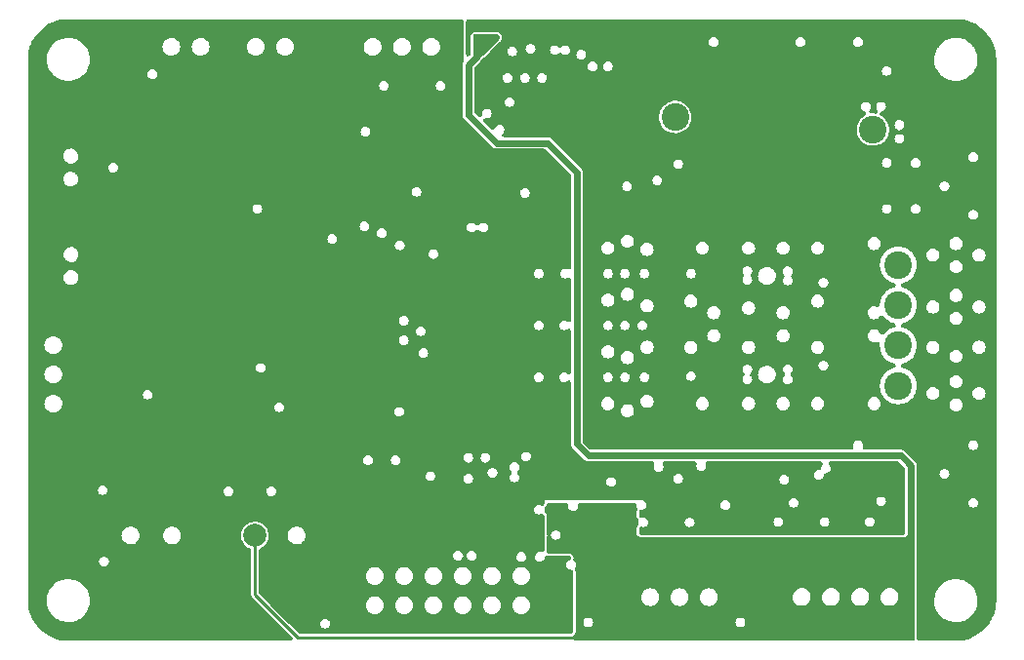
<source format=gbr>
G04 #@! TF.GenerationSoftware,KiCad,Pcbnew,(6.0.8)*
G04 #@! TF.CreationDate,2022-12-12T15:57:36+01:00*
G04 #@! TF.ProjectId,TMCM-1290-EVAL_v1.0,544d434d-2d31-4323-9930-2d4556414c5f,rev?*
G04 #@! TF.SameCoordinates,PX3c8eee0PY8eeaea0*
G04 #@! TF.FileFunction,Copper,L3,Inr*
G04 #@! TF.FilePolarity,Positive*
%FSLAX46Y46*%
G04 Gerber Fmt 4.6, Leading zero omitted, Abs format (unit mm)*
G04 Created by KiCad (PCBNEW (6.0.8)) date 2022-12-12 15:57:36*
%MOMM*%
%LPD*%
G01*
G04 APERTURE LIST*
G04 #@! TA.AperFunction,ComponentPad*
%ADD10R,2.000000X2.000000*%
G04 #@! TD*
G04 #@! TA.AperFunction,ComponentPad*
%ADD11C,2.400000*%
G04 #@! TD*
G04 #@! TA.AperFunction,ComponentPad*
%ADD12R,1.700000X1.700000*%
G04 #@! TD*
G04 #@! TA.AperFunction,ComponentPad*
%ADD13C,2.000000*%
G04 #@! TD*
G04 #@! TA.AperFunction,ComponentPad*
%ADD14O,1.700000X1.700000*%
G04 #@! TD*
G04 #@! TA.AperFunction,ViaPad*
%ADD15C,0.600000*%
G04 #@! TD*
G04 #@! TA.AperFunction,Conductor*
%ADD16C,0.250000*%
G04 #@! TD*
G04 #@! TA.AperFunction,Conductor*
%ADD17C,0.600000*%
G04 #@! TD*
G04 APERTURE END LIST*
D10*
G04 #@! TO.N,/+VS*
G04 #@! TO.C,C7*
X64600000Y37200000D03*
G04 #@! TD*
D11*
G04 #@! TO.N,GND*
G04 #@! TO.C,U3*
X73800000Y44900000D03*
G04 #@! TO.N,/+VS*
X68800000Y44900000D03*
G04 #@! TD*
D12*
G04 #@! TO.N,/+5V*
G04 #@! TO.C,J8*
X51940000Y4300000D03*
G04 #@! TD*
D13*
G04 #@! TO.N,VCC*
G04 #@! TO.C,TP8*
X16600000Y9650000D03*
G04 #@! TD*
D12*
G04 #@! TO.N,/+5V*
G04 #@! TO.C,J9*
X65080000Y4310000D03*
G04 #@! TD*
D11*
G04 #@! TO.N,/B1*
G04 #@! TO.C,U9*
X76000000Y22650000D03*
G04 #@! TO.N,/B2*
X76000000Y26150000D03*
G04 #@! TO.N,/A2*
X76000000Y29650000D03*
G04 #@! TO.N,/A1*
X76000000Y33150000D03*
G04 #@! TD*
D13*
G04 #@! TO.N,/+5V*
G04 #@! TO.C,TP6*
X20200000Y9650000D03*
G04 #@! TD*
D14*
G04 #@! TO.N,VCC*
G04 #@! TO.C,J7*
X28050000Y6140000D03*
X28050000Y3600000D03*
G04 #@! TD*
D10*
G04 #@! TO.N,/+VS*
G04 #@! TO.C,C19*
X64600000Y18632323D03*
G04 #@! TD*
D11*
G04 #@! TO.N,/+VS*
G04 #@! TO.C,U2*
X60150000Y46000000D03*
G04 #@! TO.N,Net-(D3-Pad2)*
X56650000Y46000000D03*
G04 #@! TD*
D15*
G04 #@! TO.N,/+VS*
X54200000Y18900000D03*
X60000000Y41000000D03*
X62900000Y19000000D03*
X56900000Y17400000D03*
X69600000Y46900000D03*
X62200000Y46900000D03*
X66400000Y19000000D03*
X62900000Y17800000D03*
X59000000Y38500000D03*
X55700000Y43400000D03*
X59000000Y36900000D03*
X49000000Y44000000D03*
X46200000Y47100000D03*
X51100000Y45800000D03*
X66400000Y37900000D03*
X47100000Y47100000D03*
X66400000Y17800000D03*
X44300000Y47100000D03*
X66500000Y45300000D03*
X70000000Y41100000D03*
X70000000Y40000000D03*
X66500000Y44100000D03*
X62900000Y37900000D03*
X59200000Y18600000D03*
X53000000Y45000000D03*
X66000000Y40000000D03*
X70000000Y38900000D03*
X49700000Y45800000D03*
X72000000Y42000000D03*
X67900000Y46900000D03*
X60200000Y44200000D03*
X62900000Y36800000D03*
X45200000Y45000000D03*
X66400000Y36800000D03*
X63000000Y41000000D03*
X54100000Y37300000D03*
X61000000Y18400000D03*
G04 #@! TO.N,/+5V*
X49100000Y6200000D03*
X57900000Y8700000D03*
X69600000Y8600000D03*
X53800000Y7000000D03*
X62300000Y6200000D03*
X65600000Y8600000D03*
X53800000Y8700000D03*
X41100000Y52900000D03*
X73500000Y8600000D03*
X39400000Y52900000D03*
G04 #@! TO.N,VCC*
X59700000Y15100000D03*
X11250000Y19800000D03*
X7550000Y19800000D03*
X26900000Y30900000D03*
X23600000Y30900000D03*
X16600000Y19800000D03*
X74500000Y14200000D03*
X36487500Y46112500D03*
X10875000Y23550000D03*
X18800000Y38000000D03*
G04 #@! TD*
D16*
G04 #@! TO.N,/+5V*
X48200000Y800000D02*
X48700000Y1300000D01*
X23900000Y800000D02*
X48200000Y800000D01*
X20200000Y4500000D02*
X23900000Y800000D01*
X20200000Y9650000D02*
X20200000Y4500000D01*
D17*
X40200000Y52100000D02*
X40300000Y52100000D01*
X48100000Y41200000D02*
X48100000Y17600000D01*
X41150000Y43750000D02*
X45550000Y43750000D01*
X39650000Y51650000D02*
X39750000Y51550000D01*
X48100000Y17600000D02*
X49100000Y16600000D01*
X39400000Y52900000D02*
X39650000Y52650000D01*
X40300000Y52900000D02*
X41100000Y52900000D01*
X38700000Y50500000D02*
X38700000Y46200000D01*
X39650000Y52650000D02*
X39650000Y51650000D01*
X76800000Y16000000D02*
X77100000Y15700000D01*
X39400000Y51200000D02*
X39350000Y51150000D01*
X76200000Y16600000D02*
X76800000Y16000000D01*
X40300000Y52100000D02*
X39750000Y51550000D01*
X39750000Y51550000D02*
X39350000Y51150000D01*
X39400000Y52900000D02*
X39400000Y51200000D01*
X38700000Y46200000D02*
X41150000Y43750000D01*
X39350000Y51150000D02*
X38700000Y50500000D01*
X49100000Y16600000D02*
X76200000Y16600000D01*
X41100000Y52900000D02*
X40300000Y52100000D01*
X45550000Y43750000D02*
X48100000Y41200000D01*
X40300000Y52100000D02*
X40300000Y52900000D01*
X39650000Y52650000D02*
X40200000Y52100000D01*
X39400000Y52900000D02*
X40300000Y52900000D01*
X77100000Y15700000D02*
X77100000Y8800000D01*
G04 #@! TD*
G04 #@! TA.AperFunction,Conductor*
G04 #@! TO.N,VCC*
G36*
X38176917Y54479793D02*
G01*
X38246158Y54424574D01*
X38284585Y54344782D01*
X38289573Y54300501D01*
X38289538Y52713552D01*
X38289496Y50849861D01*
X38269787Y50763518D01*
X38265050Y50754303D01*
X38264977Y50754170D01*
X38256474Y50742824D01*
X38241166Y50701991D01*
X38234983Y50687318D01*
X38216447Y50647837D01*
X38214265Y50633824D01*
X38212454Y50627899D01*
X38211125Y50621856D01*
X38206148Y50608580D01*
X38205097Y50594443D01*
X38205097Y50594441D01*
X38202917Y50565105D01*
X38201096Y50549246D01*
X38199500Y50538991D01*
X38199500Y50526501D01*
X38198953Y50511754D01*
X38195524Y50465608D01*
X38198484Y50451742D01*
X38199039Y50443600D01*
X38199500Y50430063D01*
X38199500Y46267220D01*
X38198957Y46253706D01*
X38195981Y46240553D01*
X38196859Y46226402D01*
X38199118Y46189993D01*
X38199500Y46177670D01*
X38199500Y46164060D01*
X38200534Y46156842D01*
X38202160Y46140966D01*
X38204859Y46097462D01*
X38209672Y46084129D01*
X38210928Y46078066D01*
X38212667Y46072120D01*
X38214677Y46058082D01*
X38232725Y46018388D01*
X38238739Y46003611D01*
X38253540Y45962613D01*
X38261904Y45951165D01*
X38264816Y45945687D01*
X38268149Y45940476D01*
X38274016Y45927572D01*
X38283269Y45916834D01*
X38302470Y45894550D01*
X38312402Y45882041D01*
X38318522Y45873664D01*
X38327351Y45864835D01*
X38337392Y45854020D01*
X38358341Y45829707D01*
X38358346Y45829702D01*
X38367600Y45818963D01*
X38379499Y45811250D01*
X38385651Y45805884D01*
X38395549Y45796637D01*
X40748560Y43443626D01*
X40757735Y43433684D01*
X40764930Y43422280D01*
X40775554Y43412898D01*
X40775555Y43412896D01*
X40802906Y43388741D01*
X40811889Y43380297D01*
X40821506Y43370680D01*
X40827170Y43366435D01*
X40827333Y43366313D01*
X40839709Y43356238D01*
X40872388Y43327377D01*
X40885220Y43321352D01*
X40890395Y43317953D01*
X40895829Y43314978D01*
X40907176Y43306474D01*
X40920452Y43301497D01*
X40920454Y43301496D01*
X40947987Y43291174D01*
X40962704Y43284972D01*
X40989323Y43272474D01*
X40989332Y43272471D01*
X41002163Y43266447D01*
X41016171Y43264266D01*
X41022098Y43262454D01*
X41028143Y43261125D01*
X41041419Y43256148D01*
X41055556Y43255097D01*
X41055558Y43255097D01*
X41071306Y43253927D01*
X41084906Y43252916D01*
X41100762Y43251095D01*
X41111009Y43249500D01*
X41123498Y43249500D01*
X41138245Y43248953D01*
X41184391Y43245524D01*
X41198257Y43248484D01*
X41206399Y43249039D01*
X41219936Y43249500D01*
X45260258Y43249500D01*
X45346601Y43229793D01*
X45400972Y43191214D01*
X47541214Y41050972D01*
X47588333Y40975984D01*
X47599500Y40910258D01*
X47599500Y32942169D01*
X47579793Y32855826D01*
X47524574Y32786585D01*
X47444782Y32748158D01*
X47356218Y32748158D01*
X47310161Y32764857D01*
X47231562Y32804905D01*
X47100000Y32825742D01*
X46968438Y32804905D01*
X46849755Y32744433D01*
X46755567Y32650245D01*
X46695095Y32531562D01*
X46674258Y32400000D01*
X46695095Y32268438D01*
X46755567Y32149755D01*
X46849755Y32055567D01*
X46968438Y31995095D01*
X47100000Y31974258D01*
X47231562Y31995095D01*
X47310158Y32035142D01*
X47396034Y32056781D01*
X47482797Y32039016D01*
X47553261Y31985366D01*
X47593468Y31906455D01*
X47599500Y31857831D01*
X47599500Y28375606D01*
X47579793Y28289263D01*
X47524574Y28220022D01*
X47444782Y28181595D01*
X47356218Y28181595D01*
X47276426Y28220022D01*
X47262295Y28232650D01*
X47261319Y28233359D01*
X47250245Y28244433D01*
X47131562Y28304905D01*
X47000000Y28325742D01*
X46868438Y28304905D01*
X46749755Y28244433D01*
X46655567Y28150245D01*
X46595095Y28031562D01*
X46574258Y27900000D01*
X46595095Y27768438D01*
X46655567Y27649755D01*
X46749755Y27555567D01*
X46868438Y27495095D01*
X47000000Y27474258D01*
X47131562Y27495095D01*
X47250245Y27555567D01*
X47261319Y27566641D01*
X47273990Y27575847D01*
X47274895Y27574602D01*
X47334774Y27612227D01*
X47422781Y27622143D01*
X47506374Y27592892D01*
X47568998Y27530268D01*
X47598249Y27446675D01*
X47599500Y27424394D01*
X47599500Y23875606D01*
X47579793Y23789263D01*
X47524574Y23720022D01*
X47444782Y23681595D01*
X47356218Y23681595D01*
X47276426Y23720022D01*
X47262295Y23732650D01*
X47261319Y23733359D01*
X47250245Y23744433D01*
X47131562Y23804905D01*
X47000000Y23825742D01*
X46868438Y23804905D01*
X46749755Y23744433D01*
X46655567Y23650245D01*
X46648457Y23636291D01*
X46643677Y23626910D01*
X46595095Y23531562D01*
X46574258Y23400000D01*
X46595095Y23268438D01*
X46655567Y23149755D01*
X46749755Y23055567D01*
X46763709Y23048457D01*
X46779944Y23040185D01*
X46868438Y22995095D01*
X47000000Y22974258D01*
X47131562Y22995095D01*
X47220056Y23040185D01*
X47236291Y23048457D01*
X47250245Y23055567D01*
X47261319Y23066641D01*
X47273990Y23075847D01*
X47274895Y23074602D01*
X47334774Y23112227D01*
X47422781Y23122143D01*
X47506374Y23092892D01*
X47568998Y23030268D01*
X47598249Y22946675D01*
X47599500Y22924394D01*
X47599500Y17667220D01*
X47598957Y17653706D01*
X47595981Y17640553D01*
X47596859Y17626402D01*
X47599118Y17589993D01*
X47599500Y17577670D01*
X47599500Y17564060D01*
X47600534Y17556842D01*
X47602160Y17540966D01*
X47604859Y17497462D01*
X47609672Y17484129D01*
X47610928Y17478066D01*
X47612667Y17472120D01*
X47614677Y17458082D01*
X47632725Y17418388D01*
X47638739Y17403611D01*
X47653540Y17362613D01*
X47661904Y17351165D01*
X47664816Y17345687D01*
X47668149Y17340476D01*
X47674016Y17327572D01*
X47683269Y17316834D01*
X47702470Y17294550D01*
X47712402Y17282041D01*
X47718522Y17273664D01*
X47727351Y17264835D01*
X47737392Y17254020D01*
X47758341Y17229707D01*
X47758346Y17229702D01*
X47767600Y17218963D01*
X47779499Y17211250D01*
X47785651Y17205884D01*
X47795549Y17196637D01*
X48698560Y16293626D01*
X48707735Y16283684D01*
X48714930Y16272280D01*
X48725554Y16262898D01*
X48725555Y16262896D01*
X48752906Y16238741D01*
X48761889Y16230297D01*
X48771507Y16220679D01*
X48777175Y16216431D01*
X48777176Y16216430D01*
X48777339Y16216308D01*
X48789721Y16206227D01*
X48822388Y16177377D01*
X48835217Y16171353D01*
X48840401Y16167948D01*
X48845831Y16164975D01*
X48857176Y16156473D01*
X48898000Y16141169D01*
X48912714Y16134969D01*
X48952163Y16116447D01*
X48966173Y16114266D01*
X48972099Y16112454D01*
X48978144Y16111125D01*
X48991420Y16106148D01*
X49005557Y16105097D01*
X49005559Y16105097D01*
X49034895Y16102917D01*
X49050754Y16101096D01*
X49053414Y16100682D01*
X49053418Y16100682D01*
X49061009Y16099500D01*
X49073499Y16099500D01*
X49088246Y16098953D01*
X49134392Y16095524D01*
X49148258Y16098484D01*
X49156400Y16099039D01*
X49169937Y16099500D01*
X54657831Y16099500D01*
X54744174Y16079793D01*
X54813415Y16024574D01*
X54851842Y15944782D01*
X54851842Y15856218D01*
X54835143Y15810161D01*
X54795095Y15731562D01*
X54774258Y15600000D01*
X54795095Y15468438D01*
X54807326Y15444433D01*
X54846048Y15368438D01*
X54855567Y15349755D01*
X54949755Y15255567D01*
X55068438Y15195095D01*
X55200000Y15174258D01*
X55331562Y15195095D01*
X55450245Y15255567D01*
X55544433Y15349755D01*
X55553953Y15368438D01*
X55592674Y15444433D01*
X55604905Y15468438D01*
X55625742Y15600000D01*
X55604905Y15731562D01*
X55564858Y15810158D01*
X55543219Y15896034D01*
X55560984Y15982797D01*
X55614634Y16053261D01*
X55693545Y16093468D01*
X55742169Y16099500D01*
X58310830Y16099500D01*
X58397173Y16079793D01*
X58466414Y16024574D01*
X58504841Y15944782D01*
X58504841Y15856218D01*
X58501512Y15844156D01*
X58495095Y15831562D01*
X58474258Y15700000D01*
X58495095Y15568438D01*
X58502206Y15554482D01*
X58546048Y15468438D01*
X58555567Y15449755D01*
X58649755Y15355567D01*
X58768438Y15295095D01*
X58900000Y15274258D01*
X59031562Y15295095D01*
X59150245Y15355567D01*
X59244433Y15449755D01*
X59253953Y15468438D01*
X59297794Y15554482D01*
X59304905Y15568438D01*
X59325742Y15700000D01*
X59304905Y15831562D01*
X59299652Y15841872D01*
X59291971Y15927210D01*
X59323089Y16010127D01*
X59387101Y16071330D01*
X59471330Y16098699D01*
X59489170Y16099500D01*
X69224394Y16099500D01*
X69310737Y16079793D01*
X69379978Y16024574D01*
X69418405Y15944782D01*
X69418405Y15856218D01*
X69379978Y15776426D01*
X69367350Y15762295D01*
X69366641Y15761319D01*
X69355567Y15750245D01*
X69348457Y15736291D01*
X69338202Y15716164D01*
X69295095Y15631562D01*
X69274258Y15500000D01*
X69271712Y15500403D01*
X69257001Y15435949D01*
X69201782Y15366708D01*
X69121990Y15328281D01*
X69099990Y15325802D01*
X69100000Y15325742D01*
X68968438Y15304905D01*
X68849755Y15244433D01*
X68755567Y15150245D01*
X68695095Y15031562D01*
X68674258Y14900000D01*
X68695095Y14768438D01*
X68702206Y14754482D01*
X68746048Y14668438D01*
X68755567Y14649755D01*
X68849755Y14555567D01*
X68968438Y14495095D01*
X69100000Y14474258D01*
X69231562Y14495095D01*
X69350245Y14555567D01*
X69444433Y14649755D01*
X69453953Y14668438D01*
X69497794Y14754482D01*
X69504905Y14768438D01*
X69525742Y14900000D01*
X69528288Y14899597D01*
X69542999Y14964051D01*
X69598218Y15033292D01*
X69678010Y15071719D01*
X69700010Y15074198D01*
X69700000Y15074258D01*
X69831562Y15095095D01*
X69950245Y15155567D01*
X70044433Y15249755D01*
X70104905Y15368438D01*
X70125742Y15500000D01*
X70104905Y15631562D01*
X70061798Y15716164D01*
X70051543Y15736291D01*
X70044433Y15750245D01*
X70033359Y15761319D01*
X70024153Y15773990D01*
X70025398Y15774895D01*
X69987773Y15834774D01*
X69977857Y15922781D01*
X70007108Y16006374D01*
X70069732Y16068998D01*
X70153325Y16098249D01*
X70175606Y16099500D01*
X75910258Y16099500D01*
X75996601Y16079793D01*
X76050972Y16041214D01*
X76541214Y15550972D01*
X76588333Y15475984D01*
X76599500Y15410258D01*
X76599500Y9899000D01*
X76579793Y9812657D01*
X76524574Y9743416D01*
X76444782Y9704989D01*
X76400500Y9700000D01*
X53699000Y9700000D01*
X53612657Y9719707D01*
X53543416Y9774926D01*
X53504989Y9854718D01*
X53500000Y9898999D01*
X53500000Y10210994D01*
X53519706Y10297334D01*
X53574924Y10366576D01*
X53654717Y10405003D01*
X53743280Y10405003D01*
X53755742Y10401564D01*
X53768438Y10395095D01*
X53900000Y10374258D01*
X54031562Y10395095D01*
X54150245Y10455567D01*
X54244433Y10549755D01*
X54304905Y10668438D01*
X54325742Y10800000D01*
X57474258Y10800000D01*
X57495095Y10668438D01*
X57555567Y10549755D01*
X57649755Y10455567D01*
X57768438Y10395095D01*
X57900000Y10374258D01*
X58031562Y10395095D01*
X58150245Y10455567D01*
X58244433Y10549755D01*
X58304905Y10668438D01*
X58325742Y10800000D01*
X58321782Y10825000D01*
X65174258Y10825000D01*
X65195095Y10693438D01*
X65202206Y10679482D01*
X65232834Y10619372D01*
X65255567Y10574755D01*
X65349755Y10480567D01*
X65363709Y10473457D01*
X65396532Y10456733D01*
X65468438Y10420095D01*
X65600000Y10399258D01*
X65731562Y10420095D01*
X65803468Y10456733D01*
X65836291Y10473457D01*
X65850245Y10480567D01*
X65944433Y10574755D01*
X65967167Y10619372D01*
X65997794Y10679482D01*
X66004905Y10693438D01*
X66025742Y10825000D01*
X69174258Y10825000D01*
X69195095Y10693438D01*
X69202206Y10679482D01*
X69232834Y10619372D01*
X69255567Y10574755D01*
X69349755Y10480567D01*
X69363709Y10473457D01*
X69396532Y10456733D01*
X69468438Y10420095D01*
X69600000Y10399258D01*
X69731562Y10420095D01*
X69803468Y10456733D01*
X69836291Y10473457D01*
X69850245Y10480567D01*
X69944433Y10574755D01*
X69967167Y10619372D01*
X69997794Y10679482D01*
X70004905Y10693438D01*
X70025742Y10825000D01*
X73074258Y10825000D01*
X73095095Y10693438D01*
X73102206Y10679482D01*
X73132834Y10619372D01*
X73155567Y10574755D01*
X73249755Y10480567D01*
X73263709Y10473457D01*
X73296532Y10456733D01*
X73368438Y10420095D01*
X73500000Y10399258D01*
X73631562Y10420095D01*
X73703468Y10456733D01*
X73736291Y10473457D01*
X73750245Y10480567D01*
X73844433Y10574755D01*
X73867167Y10619372D01*
X73897794Y10679482D01*
X73904905Y10693438D01*
X73925742Y10825000D01*
X73904905Y10956562D01*
X73844433Y11075245D01*
X73750245Y11169433D01*
X73631562Y11229905D01*
X73500000Y11250742D01*
X73368438Y11229905D01*
X73249755Y11169433D01*
X73155567Y11075245D01*
X73095095Y10956562D01*
X73074258Y10825000D01*
X70025742Y10825000D01*
X70004905Y10956562D01*
X69944433Y11075245D01*
X69850245Y11169433D01*
X69731562Y11229905D01*
X69600000Y11250742D01*
X69468438Y11229905D01*
X69349755Y11169433D01*
X69255567Y11075245D01*
X69195095Y10956562D01*
X69174258Y10825000D01*
X66025742Y10825000D01*
X66004905Y10956562D01*
X65944433Y11075245D01*
X65850245Y11169433D01*
X65731562Y11229905D01*
X65600000Y11250742D01*
X65468438Y11229905D01*
X65349755Y11169433D01*
X65255567Y11075245D01*
X65195095Y10956562D01*
X65174258Y10825000D01*
X58321782Y10825000D01*
X58304905Y10931562D01*
X58244433Y11050245D01*
X58150245Y11144433D01*
X58031562Y11204905D01*
X57900000Y11225742D01*
X57768438Y11204905D01*
X57649755Y11144433D01*
X57555567Y11050245D01*
X57495095Y10931562D01*
X57474258Y10800000D01*
X54325742Y10800000D01*
X54304905Y10931562D01*
X54244433Y11050245D01*
X54150245Y11144433D01*
X54031562Y11204905D01*
X53900000Y11225742D01*
X53768438Y11204905D01*
X53757848Y11199509D01*
X53672285Y11191809D01*
X53589369Y11222929D01*
X53528167Y11286942D01*
X53500800Y11371171D01*
X53499999Y11389008D01*
X53499999Y11677708D01*
X53519706Y11764051D01*
X53574925Y11833292D01*
X53654717Y11871719D01*
X53690545Y11875756D01*
X53700000Y11874258D01*
X53831562Y11895095D01*
X53950245Y11955567D01*
X54044433Y12049755D01*
X54053953Y12068438D01*
X54097794Y12154482D01*
X54104905Y12168438D01*
X54125742Y12300000D01*
X60574258Y12300000D01*
X60595095Y12168438D01*
X60602206Y12154482D01*
X60646048Y12068438D01*
X60655567Y12049755D01*
X60749755Y11955567D01*
X60868438Y11895095D01*
X61000000Y11874258D01*
X61131562Y11895095D01*
X61250245Y11955567D01*
X61344433Y12049755D01*
X61353953Y12068438D01*
X61397794Y12154482D01*
X61404905Y12168438D01*
X61425742Y12300000D01*
X61404905Y12431562D01*
X61370034Y12500000D01*
X66474258Y12500000D01*
X66495095Y12368438D01*
X66510257Y12338681D01*
X66548001Y12264605D01*
X66555567Y12249755D01*
X66649755Y12155567D01*
X66768438Y12095095D01*
X66900000Y12074258D01*
X67031562Y12095095D01*
X67150245Y12155567D01*
X67244433Y12249755D01*
X67252000Y12264605D01*
X67289743Y12338681D01*
X67304905Y12368438D01*
X67325742Y12500000D01*
X67309904Y12600000D01*
X74074258Y12600000D01*
X74095095Y12468438D01*
X74102206Y12454482D01*
X74146048Y12368438D01*
X74155567Y12349755D01*
X74249755Y12255567D01*
X74263709Y12248457D01*
X74271607Y12244433D01*
X74368438Y12195095D01*
X74500000Y12174258D01*
X74631562Y12195095D01*
X74728393Y12244433D01*
X74736291Y12248457D01*
X74750245Y12255567D01*
X74844433Y12349755D01*
X74853953Y12368438D01*
X74897794Y12454482D01*
X74904905Y12468438D01*
X74925742Y12600000D01*
X74904905Y12731562D01*
X74844433Y12850245D01*
X74750245Y12944433D01*
X74631562Y13004905D01*
X74500000Y13025742D01*
X74368438Y13004905D01*
X74249755Y12944433D01*
X74155567Y12850245D01*
X74095095Y12731562D01*
X74074258Y12600000D01*
X67309904Y12600000D01*
X67304905Y12631562D01*
X67256918Y12725742D01*
X67251543Y12736291D01*
X67244433Y12750245D01*
X67150245Y12844433D01*
X67031562Y12904905D01*
X66900000Y12925742D01*
X66768438Y12904905D01*
X66649755Y12844433D01*
X66555567Y12750245D01*
X66548457Y12736291D01*
X66543082Y12725742D01*
X66495095Y12631562D01*
X66474258Y12500000D01*
X61370034Y12500000D01*
X61344433Y12550245D01*
X61250245Y12644433D01*
X61131562Y12704905D01*
X61000000Y12725742D01*
X60868438Y12704905D01*
X60749755Y12644433D01*
X60655567Y12550245D01*
X60595095Y12431562D01*
X60574258Y12300000D01*
X54125742Y12300000D01*
X54104905Y12431562D01*
X54044433Y12550245D01*
X53950245Y12644433D01*
X53831562Y12704905D01*
X53700000Y12725742D01*
X53568438Y12704905D01*
X53568312Y12705699D01*
X53499998Y12698775D01*
X53499998Y12699990D01*
X50771544Y12699993D01*
X45322420Y12700000D01*
X45299998Y12700000D01*
X45299998Y12441916D01*
X45280291Y12355573D01*
X45225072Y12286332D01*
X45145280Y12247905D01*
X45056716Y12247905D01*
X45010655Y12264605D01*
X44968014Y12286332D01*
X44931562Y12304905D01*
X44800000Y12325742D01*
X44668438Y12304905D01*
X44549755Y12244433D01*
X44455567Y12150245D01*
X44395095Y12031562D01*
X44374258Y11900000D01*
X44395095Y11768438D01*
X44455567Y11649755D01*
X44549755Y11555567D01*
X44668438Y11495095D01*
X44800000Y11474258D01*
X44931562Y11495095D01*
X45010655Y11535395D01*
X45096534Y11557035D01*
X45183297Y11539270D01*
X45253760Y11485619D01*
X45293967Y11406709D01*
X45299999Y11358089D01*
X45300000Y9057076D01*
X45300000Y8389008D01*
X45280293Y8302665D01*
X45225075Y8233424D01*
X45145282Y8194997D01*
X45056718Y8194997D01*
X45044257Y8198437D01*
X45031562Y8204905D01*
X45016097Y8207354D01*
X45016095Y8207355D01*
X44915469Y8223292D01*
X44900000Y8225742D01*
X44768438Y8204905D01*
X44649755Y8144433D01*
X44555567Y8050245D01*
X44548457Y8036291D01*
X44531244Y8002509D01*
X44495095Y7931562D01*
X44474258Y7800000D01*
X44495095Y7668438D01*
X44555567Y7549755D01*
X44649755Y7455567D01*
X44768438Y7395095D01*
X44900000Y7374258D01*
X45031562Y7395095D01*
X45150245Y7455567D01*
X45244433Y7549755D01*
X45304905Y7668438D01*
X45314993Y7732131D01*
X45347965Y7814328D01*
X45413335Y7874079D01*
X45498157Y7899549D01*
X45511543Y7900000D01*
X47435908Y7900000D01*
X47522251Y7880293D01*
X47591492Y7825074D01*
X47629919Y7745282D01*
X47629919Y7656718D01*
X47591492Y7576926D01*
X47522251Y7521707D01*
X47497403Y7511740D01*
X47483908Y7507355D01*
X47468438Y7504905D01*
X47349755Y7444433D01*
X47255567Y7350245D01*
X47195095Y7231562D01*
X47174258Y7100000D01*
X47195095Y6968438D01*
X47202206Y6954482D01*
X47246048Y6868438D01*
X47255567Y6849755D01*
X47349755Y6755567D01*
X47363709Y6748457D01*
X47380670Y6739815D01*
X47468438Y6695095D01*
X47483907Y6692645D01*
X47584531Y6676708D01*
X47600000Y6674258D01*
X47606927Y6675355D01*
X47687343Y6657001D01*
X47756584Y6601782D01*
X47795011Y6521990D01*
X47800000Y6477708D01*
X47800000Y1324500D01*
X47780293Y1238157D01*
X47725074Y1168916D01*
X47645282Y1130489D01*
X47601000Y1125500D01*
X24117255Y1125500D01*
X24030912Y1145207D01*
X23976541Y1183786D01*
X23160327Y2000000D01*
X25874258Y2000000D01*
X25895095Y1868438D01*
X25955567Y1749755D01*
X26049755Y1655567D01*
X26168438Y1595095D01*
X26300000Y1574258D01*
X26431562Y1595095D01*
X26550245Y1655567D01*
X26644433Y1749755D01*
X26704905Y1868438D01*
X26725742Y2000000D01*
X26704905Y2131562D01*
X26667376Y2205217D01*
X26651543Y2236291D01*
X26644433Y2250245D01*
X26550245Y2344433D01*
X26431562Y2404905D01*
X26300000Y2425742D01*
X26168438Y2404905D01*
X26049755Y2344433D01*
X25955567Y2250245D01*
X25948457Y2236291D01*
X25932624Y2205217D01*
X25895095Y2131562D01*
X25874258Y2000000D01*
X23160327Y2000000D01*
X21554913Y3605413D01*
X29814644Y3605413D01*
X29832713Y3433500D01*
X29888420Y3269861D01*
X29978996Y3122631D01*
X29986780Y3114682D01*
X29986781Y3114681D01*
X30037011Y3063388D01*
X30099940Y2999127D01*
X30245241Y2905487D01*
X30255698Y2901681D01*
X30397222Y2850171D01*
X30397224Y2850170D01*
X30407677Y2846366D01*
X30541186Y2829500D01*
X30633461Y2829500D01*
X30761783Y2843894D01*
X30839397Y2870922D01*
X30914522Y2897083D01*
X30914525Y2897085D01*
X30925028Y2900742D01*
X30984178Y2937703D01*
X31062187Y2986448D01*
X31062189Y2986450D01*
X31071622Y2992344D01*
X31194279Y3114147D01*
X31260029Y3217752D01*
X31280939Y3250701D01*
X31280941Y3250704D01*
X31286902Y3260098D01*
X31307265Y3317281D01*
X31341157Y3412461D01*
X31341157Y3412462D01*
X31344889Y3422942D01*
X31365356Y3594587D01*
X31364218Y3605413D01*
X32354644Y3605413D01*
X32372713Y3433500D01*
X32428420Y3269861D01*
X32518996Y3122631D01*
X32526780Y3114682D01*
X32526781Y3114681D01*
X32577011Y3063388D01*
X32639940Y2999127D01*
X32785241Y2905487D01*
X32795698Y2901681D01*
X32937222Y2850171D01*
X32937224Y2850170D01*
X32947677Y2846366D01*
X33081186Y2829500D01*
X33173461Y2829500D01*
X33301783Y2843894D01*
X33379397Y2870922D01*
X33454522Y2897083D01*
X33454525Y2897085D01*
X33465028Y2900742D01*
X33524178Y2937703D01*
X33602187Y2986448D01*
X33602189Y2986450D01*
X33611622Y2992344D01*
X33734279Y3114147D01*
X33800029Y3217752D01*
X33820939Y3250701D01*
X33820941Y3250704D01*
X33826902Y3260098D01*
X33847265Y3317281D01*
X33881157Y3412461D01*
X33881157Y3412462D01*
X33884889Y3422942D01*
X33905356Y3594587D01*
X33904218Y3605413D01*
X34894644Y3605413D01*
X34912713Y3433500D01*
X34968420Y3269861D01*
X35058996Y3122631D01*
X35066780Y3114682D01*
X35066781Y3114681D01*
X35117011Y3063388D01*
X35179940Y2999127D01*
X35325241Y2905487D01*
X35335698Y2901681D01*
X35477222Y2850171D01*
X35477224Y2850170D01*
X35487677Y2846366D01*
X35621186Y2829500D01*
X35713461Y2829500D01*
X35841783Y2843894D01*
X35919397Y2870922D01*
X35994522Y2897083D01*
X35994525Y2897085D01*
X36005028Y2900742D01*
X36064178Y2937703D01*
X36142187Y2986448D01*
X36142189Y2986450D01*
X36151622Y2992344D01*
X36274279Y3114147D01*
X36340029Y3217752D01*
X36360939Y3250701D01*
X36360941Y3250704D01*
X36366902Y3260098D01*
X36387265Y3317281D01*
X36421157Y3412461D01*
X36421157Y3412462D01*
X36424889Y3422942D01*
X36445356Y3594587D01*
X36444218Y3605413D01*
X37434644Y3605413D01*
X37452713Y3433500D01*
X37508420Y3269861D01*
X37598996Y3122631D01*
X37606780Y3114682D01*
X37606781Y3114681D01*
X37657011Y3063388D01*
X37719940Y2999127D01*
X37865241Y2905487D01*
X37875698Y2901681D01*
X38017222Y2850171D01*
X38017224Y2850170D01*
X38027677Y2846366D01*
X38161186Y2829500D01*
X38253461Y2829500D01*
X38381783Y2843894D01*
X38459397Y2870922D01*
X38534522Y2897083D01*
X38534525Y2897085D01*
X38545028Y2900742D01*
X38604178Y2937703D01*
X38682187Y2986448D01*
X38682189Y2986450D01*
X38691622Y2992344D01*
X38814279Y3114147D01*
X38880029Y3217752D01*
X38900939Y3250701D01*
X38900941Y3250704D01*
X38906902Y3260098D01*
X38927265Y3317281D01*
X38961157Y3412461D01*
X38961157Y3412462D01*
X38964889Y3422942D01*
X38985356Y3594587D01*
X38984218Y3605413D01*
X39974644Y3605413D01*
X39992713Y3433500D01*
X40048420Y3269861D01*
X40138996Y3122631D01*
X40146780Y3114682D01*
X40146781Y3114681D01*
X40197011Y3063388D01*
X40259940Y2999127D01*
X40405241Y2905487D01*
X40415698Y2901681D01*
X40557222Y2850171D01*
X40557224Y2850170D01*
X40567677Y2846366D01*
X40701186Y2829500D01*
X40793461Y2829500D01*
X40921783Y2843894D01*
X40999397Y2870922D01*
X41074522Y2897083D01*
X41074525Y2897085D01*
X41085028Y2900742D01*
X41144178Y2937703D01*
X41222187Y2986448D01*
X41222189Y2986450D01*
X41231622Y2992344D01*
X41354279Y3114147D01*
X41420029Y3217752D01*
X41440939Y3250701D01*
X41440941Y3250704D01*
X41446902Y3260098D01*
X41467265Y3317281D01*
X41501157Y3412461D01*
X41501157Y3412462D01*
X41504889Y3422942D01*
X41525356Y3594587D01*
X41524218Y3605413D01*
X42514644Y3605413D01*
X42532713Y3433500D01*
X42588420Y3269861D01*
X42678996Y3122631D01*
X42686780Y3114682D01*
X42686781Y3114681D01*
X42737011Y3063388D01*
X42799940Y2999127D01*
X42945241Y2905487D01*
X42955698Y2901681D01*
X43097222Y2850171D01*
X43097224Y2850170D01*
X43107677Y2846366D01*
X43241186Y2829500D01*
X43333461Y2829500D01*
X43461783Y2843894D01*
X43539397Y2870922D01*
X43614522Y2897083D01*
X43614525Y2897085D01*
X43625028Y2900742D01*
X43684178Y2937703D01*
X43762187Y2986448D01*
X43762189Y2986450D01*
X43771622Y2992344D01*
X43894279Y3114147D01*
X43960029Y3217752D01*
X43980939Y3250701D01*
X43980941Y3250704D01*
X43986902Y3260098D01*
X44007265Y3317281D01*
X44041157Y3412461D01*
X44041157Y3412462D01*
X44044889Y3422942D01*
X44065356Y3594587D01*
X44047287Y3766500D01*
X44043156Y3778637D01*
X43995165Y3919607D01*
X43991580Y3930139D01*
X43985574Y3939902D01*
X43906834Y4067893D01*
X43906832Y4067895D01*
X43901004Y4077369D01*
X43885019Y4093693D01*
X43787844Y4192924D01*
X43780060Y4200873D01*
X43634759Y4294513D01*
X43604811Y4305413D01*
X43482778Y4349829D01*
X43482776Y4349830D01*
X43472323Y4353634D01*
X43338814Y4370500D01*
X43246539Y4370500D01*
X43118217Y4356106D01*
X43049169Y4332061D01*
X42965478Y4302917D01*
X42965475Y4302915D01*
X42954972Y4299258D01*
X42945538Y4293363D01*
X42817813Y4213552D01*
X42817811Y4213550D01*
X42808378Y4207656D01*
X42685721Y4085853D01*
X42653667Y4035344D01*
X42599674Y3950264D01*
X42593098Y3939902D01*
X42535111Y3777058D01*
X42514644Y3605413D01*
X41524218Y3605413D01*
X41507287Y3766500D01*
X41503156Y3778637D01*
X41455165Y3919607D01*
X41451580Y3930139D01*
X41445574Y3939902D01*
X41366834Y4067893D01*
X41366832Y4067895D01*
X41361004Y4077369D01*
X41345019Y4093693D01*
X41247844Y4192924D01*
X41240060Y4200873D01*
X41094759Y4294513D01*
X41064811Y4305413D01*
X40942778Y4349829D01*
X40942776Y4349830D01*
X40932323Y4353634D01*
X40798814Y4370500D01*
X40706539Y4370500D01*
X40578217Y4356106D01*
X40509169Y4332061D01*
X40425478Y4302917D01*
X40425475Y4302915D01*
X40414972Y4299258D01*
X40405538Y4293363D01*
X40277813Y4213552D01*
X40277811Y4213550D01*
X40268378Y4207656D01*
X40145721Y4085853D01*
X40113667Y4035344D01*
X40059674Y3950264D01*
X40053098Y3939902D01*
X39995111Y3777058D01*
X39974644Y3605413D01*
X38984218Y3605413D01*
X38967287Y3766500D01*
X38963156Y3778637D01*
X38915165Y3919607D01*
X38911580Y3930139D01*
X38905574Y3939902D01*
X38826834Y4067893D01*
X38826832Y4067895D01*
X38821004Y4077369D01*
X38805019Y4093693D01*
X38707844Y4192924D01*
X38700060Y4200873D01*
X38554759Y4294513D01*
X38524811Y4305413D01*
X38402778Y4349829D01*
X38402776Y4349830D01*
X38392323Y4353634D01*
X38258814Y4370500D01*
X38166539Y4370500D01*
X38038217Y4356106D01*
X37969169Y4332061D01*
X37885478Y4302917D01*
X37885475Y4302915D01*
X37874972Y4299258D01*
X37865538Y4293363D01*
X37737813Y4213552D01*
X37737811Y4213550D01*
X37728378Y4207656D01*
X37605721Y4085853D01*
X37573667Y4035344D01*
X37519674Y3950264D01*
X37513098Y3939902D01*
X37455111Y3777058D01*
X37434644Y3605413D01*
X36444218Y3605413D01*
X36427287Y3766500D01*
X36423156Y3778637D01*
X36375165Y3919607D01*
X36371580Y3930139D01*
X36365574Y3939902D01*
X36286834Y4067893D01*
X36286832Y4067895D01*
X36281004Y4077369D01*
X36265019Y4093693D01*
X36167844Y4192924D01*
X36160060Y4200873D01*
X36014759Y4294513D01*
X35984811Y4305413D01*
X35862778Y4349829D01*
X35862776Y4349830D01*
X35852323Y4353634D01*
X35718814Y4370500D01*
X35626539Y4370500D01*
X35498217Y4356106D01*
X35429169Y4332061D01*
X35345478Y4302917D01*
X35345475Y4302915D01*
X35334972Y4299258D01*
X35325538Y4293363D01*
X35197813Y4213552D01*
X35197811Y4213550D01*
X35188378Y4207656D01*
X35065721Y4085853D01*
X35033667Y4035344D01*
X34979674Y3950264D01*
X34973098Y3939902D01*
X34915111Y3777058D01*
X34894644Y3605413D01*
X33904218Y3605413D01*
X33887287Y3766500D01*
X33883156Y3778637D01*
X33835165Y3919607D01*
X33831580Y3930139D01*
X33825574Y3939902D01*
X33746834Y4067893D01*
X33746832Y4067895D01*
X33741004Y4077369D01*
X33725019Y4093693D01*
X33627844Y4192924D01*
X33620060Y4200873D01*
X33474759Y4294513D01*
X33444811Y4305413D01*
X33322778Y4349829D01*
X33322776Y4349830D01*
X33312323Y4353634D01*
X33178814Y4370500D01*
X33086539Y4370500D01*
X32958217Y4356106D01*
X32889169Y4332061D01*
X32805478Y4302917D01*
X32805475Y4302915D01*
X32794972Y4299258D01*
X32785538Y4293363D01*
X32657813Y4213552D01*
X32657811Y4213550D01*
X32648378Y4207656D01*
X32525721Y4085853D01*
X32493667Y4035344D01*
X32439674Y3950264D01*
X32433098Y3939902D01*
X32375111Y3777058D01*
X32354644Y3605413D01*
X31364218Y3605413D01*
X31347287Y3766500D01*
X31343156Y3778637D01*
X31295165Y3919607D01*
X31291580Y3930139D01*
X31285574Y3939902D01*
X31206834Y4067893D01*
X31206832Y4067895D01*
X31201004Y4077369D01*
X31185019Y4093693D01*
X31087844Y4192924D01*
X31080060Y4200873D01*
X30934759Y4294513D01*
X30904811Y4305413D01*
X30782778Y4349829D01*
X30782776Y4349830D01*
X30772323Y4353634D01*
X30638814Y4370500D01*
X30546539Y4370500D01*
X30418217Y4356106D01*
X30349169Y4332061D01*
X30265478Y4302917D01*
X30265475Y4302915D01*
X30254972Y4299258D01*
X30245538Y4293363D01*
X30117813Y4213552D01*
X30117811Y4213550D01*
X30108378Y4207656D01*
X29985721Y4085853D01*
X29953667Y4035344D01*
X29899674Y3950264D01*
X29893098Y3939902D01*
X29835111Y3777058D01*
X29814644Y3605413D01*
X21554913Y3605413D01*
X20583786Y4576540D01*
X20536667Y4651528D01*
X20525500Y4717254D01*
X20525500Y6145413D01*
X29814644Y6145413D01*
X29832713Y5973500D01*
X29888420Y5809861D01*
X29894249Y5800386D01*
X29934331Y5735234D01*
X29978996Y5662631D01*
X29986780Y5654682D01*
X29986781Y5654681D01*
X30023155Y5617537D01*
X30099940Y5539127D01*
X30245241Y5445487D01*
X30255698Y5441681D01*
X30397222Y5390171D01*
X30397224Y5390170D01*
X30407677Y5386366D01*
X30541186Y5369500D01*
X30633461Y5369500D01*
X30761783Y5383894D01*
X30839397Y5410922D01*
X30914522Y5437083D01*
X30914525Y5437085D01*
X30925028Y5440742D01*
X30942267Y5451514D01*
X31062187Y5526448D01*
X31062189Y5526450D01*
X31071622Y5532344D01*
X31194279Y5654147D01*
X31247164Y5737480D01*
X31280939Y5790701D01*
X31280941Y5790704D01*
X31286902Y5800098D01*
X31293916Y5819793D01*
X31341157Y5952461D01*
X31341157Y5952462D01*
X31344889Y5962942D01*
X31365356Y6134587D01*
X31364218Y6145413D01*
X32354644Y6145413D01*
X32372713Y5973500D01*
X32428420Y5809861D01*
X32434249Y5800386D01*
X32474331Y5735234D01*
X32518996Y5662631D01*
X32526780Y5654682D01*
X32526781Y5654681D01*
X32563155Y5617537D01*
X32639940Y5539127D01*
X32785241Y5445487D01*
X32795698Y5441681D01*
X32937222Y5390171D01*
X32937224Y5390170D01*
X32947677Y5386366D01*
X33081186Y5369500D01*
X33173461Y5369500D01*
X33301783Y5383894D01*
X33379397Y5410922D01*
X33454522Y5437083D01*
X33454525Y5437085D01*
X33465028Y5440742D01*
X33482267Y5451514D01*
X33602187Y5526448D01*
X33602189Y5526450D01*
X33611622Y5532344D01*
X33734279Y5654147D01*
X33787164Y5737480D01*
X33820939Y5790701D01*
X33820941Y5790704D01*
X33826902Y5800098D01*
X33833916Y5819793D01*
X33881157Y5952461D01*
X33881157Y5952462D01*
X33884889Y5962942D01*
X33905356Y6134587D01*
X33904218Y6145413D01*
X34894644Y6145413D01*
X34912713Y5973500D01*
X34968420Y5809861D01*
X34974249Y5800386D01*
X35014331Y5735234D01*
X35058996Y5662631D01*
X35066780Y5654682D01*
X35066781Y5654681D01*
X35103155Y5617537D01*
X35179940Y5539127D01*
X35325241Y5445487D01*
X35335698Y5441681D01*
X35477222Y5390171D01*
X35477224Y5390170D01*
X35487677Y5386366D01*
X35621186Y5369500D01*
X35713461Y5369500D01*
X35841783Y5383894D01*
X35919397Y5410922D01*
X35994522Y5437083D01*
X35994525Y5437085D01*
X36005028Y5440742D01*
X36022267Y5451514D01*
X36142187Y5526448D01*
X36142189Y5526450D01*
X36151622Y5532344D01*
X36274279Y5654147D01*
X36327164Y5737480D01*
X36360939Y5790701D01*
X36360941Y5790704D01*
X36366902Y5800098D01*
X36373916Y5819793D01*
X36421157Y5952461D01*
X36421157Y5952462D01*
X36424889Y5962942D01*
X36445356Y6134587D01*
X36444218Y6145413D01*
X37434644Y6145413D01*
X37452713Y5973500D01*
X37508420Y5809861D01*
X37514249Y5800386D01*
X37554331Y5735234D01*
X37598996Y5662631D01*
X37606780Y5654682D01*
X37606781Y5654681D01*
X37643155Y5617537D01*
X37719940Y5539127D01*
X37865241Y5445487D01*
X37875698Y5441681D01*
X38017222Y5390171D01*
X38017224Y5390170D01*
X38027677Y5386366D01*
X38161186Y5369500D01*
X38253461Y5369500D01*
X38381783Y5383894D01*
X38459397Y5410922D01*
X38534522Y5437083D01*
X38534525Y5437085D01*
X38545028Y5440742D01*
X38562267Y5451514D01*
X38682187Y5526448D01*
X38682189Y5526450D01*
X38691622Y5532344D01*
X38814279Y5654147D01*
X38867164Y5737480D01*
X38900939Y5790701D01*
X38900941Y5790704D01*
X38906902Y5800098D01*
X38913916Y5819793D01*
X38961157Y5952461D01*
X38961157Y5952462D01*
X38964889Y5962942D01*
X38985356Y6134587D01*
X38984218Y6145413D01*
X39974644Y6145413D01*
X39992713Y5973500D01*
X40048420Y5809861D01*
X40054249Y5800386D01*
X40094331Y5735234D01*
X40138996Y5662631D01*
X40146780Y5654682D01*
X40146781Y5654681D01*
X40183155Y5617537D01*
X40259940Y5539127D01*
X40405241Y5445487D01*
X40415698Y5441681D01*
X40557222Y5390171D01*
X40557224Y5390170D01*
X40567677Y5386366D01*
X40701186Y5369500D01*
X40793461Y5369500D01*
X40921783Y5383894D01*
X40999397Y5410922D01*
X41074522Y5437083D01*
X41074525Y5437085D01*
X41085028Y5440742D01*
X41102267Y5451514D01*
X41222187Y5526448D01*
X41222189Y5526450D01*
X41231622Y5532344D01*
X41354279Y5654147D01*
X41407164Y5737480D01*
X41440939Y5790701D01*
X41440941Y5790704D01*
X41446902Y5800098D01*
X41453916Y5819793D01*
X41501157Y5952461D01*
X41501157Y5952462D01*
X41504889Y5962942D01*
X41525356Y6134587D01*
X41524218Y6145413D01*
X42514644Y6145413D01*
X42532713Y5973500D01*
X42588420Y5809861D01*
X42594249Y5800386D01*
X42634331Y5735234D01*
X42678996Y5662631D01*
X42686780Y5654682D01*
X42686781Y5654681D01*
X42723155Y5617537D01*
X42799940Y5539127D01*
X42945241Y5445487D01*
X42955698Y5441681D01*
X43097222Y5390171D01*
X43097224Y5390170D01*
X43107677Y5386366D01*
X43241186Y5369500D01*
X43333461Y5369500D01*
X43461783Y5383894D01*
X43539397Y5410922D01*
X43614522Y5437083D01*
X43614525Y5437085D01*
X43625028Y5440742D01*
X43642267Y5451514D01*
X43762187Y5526448D01*
X43762189Y5526450D01*
X43771622Y5532344D01*
X43894279Y5654147D01*
X43947164Y5737480D01*
X43980939Y5790701D01*
X43980941Y5790704D01*
X43986902Y5800098D01*
X43993916Y5819793D01*
X44041157Y5952461D01*
X44041157Y5952462D01*
X44044889Y5962942D01*
X44065356Y6134587D01*
X44047287Y6306500D01*
X44038756Y6331562D01*
X43995165Y6459607D01*
X43991580Y6470139D01*
X43901004Y6617369D01*
X43885019Y6633693D01*
X43824889Y6695095D01*
X43780060Y6740873D01*
X43634759Y6834513D01*
X43611669Y6842917D01*
X43482778Y6889829D01*
X43482776Y6889830D01*
X43472323Y6893634D01*
X43338814Y6910500D01*
X43246539Y6910500D01*
X43118217Y6896106D01*
X43040603Y6869078D01*
X42965478Y6842917D01*
X42965475Y6842915D01*
X42954972Y6839258D01*
X42945538Y6833363D01*
X42817813Y6753552D01*
X42817811Y6753550D01*
X42808378Y6747656D01*
X42685721Y6625853D01*
X42593098Y6479902D01*
X42535111Y6317058D01*
X42514644Y6145413D01*
X41524218Y6145413D01*
X41507287Y6306500D01*
X41498756Y6331562D01*
X41455165Y6459607D01*
X41451580Y6470139D01*
X41361004Y6617369D01*
X41345019Y6633693D01*
X41284889Y6695095D01*
X41240060Y6740873D01*
X41094759Y6834513D01*
X41071669Y6842917D01*
X40942778Y6889829D01*
X40942776Y6889830D01*
X40932323Y6893634D01*
X40798814Y6910500D01*
X40706539Y6910500D01*
X40578217Y6896106D01*
X40500603Y6869078D01*
X40425478Y6842917D01*
X40425475Y6842915D01*
X40414972Y6839258D01*
X40405538Y6833363D01*
X40277813Y6753552D01*
X40277811Y6753550D01*
X40268378Y6747656D01*
X40145721Y6625853D01*
X40053098Y6479902D01*
X39995111Y6317058D01*
X39974644Y6145413D01*
X38984218Y6145413D01*
X38967287Y6306500D01*
X38958756Y6331562D01*
X38915165Y6459607D01*
X38911580Y6470139D01*
X38821004Y6617369D01*
X38805019Y6633693D01*
X38744889Y6695095D01*
X38700060Y6740873D01*
X38554759Y6834513D01*
X38531669Y6842917D01*
X38402778Y6889829D01*
X38402776Y6889830D01*
X38392323Y6893634D01*
X38258814Y6910500D01*
X38166539Y6910500D01*
X38038217Y6896106D01*
X37960603Y6869078D01*
X37885478Y6842917D01*
X37885475Y6842915D01*
X37874972Y6839258D01*
X37865538Y6833363D01*
X37737813Y6753552D01*
X37737811Y6753550D01*
X37728378Y6747656D01*
X37605721Y6625853D01*
X37513098Y6479902D01*
X37455111Y6317058D01*
X37434644Y6145413D01*
X36444218Y6145413D01*
X36427287Y6306500D01*
X36418756Y6331562D01*
X36375165Y6459607D01*
X36371580Y6470139D01*
X36281004Y6617369D01*
X36265019Y6633693D01*
X36204889Y6695095D01*
X36160060Y6740873D01*
X36014759Y6834513D01*
X35991669Y6842917D01*
X35862778Y6889829D01*
X35862776Y6889830D01*
X35852323Y6893634D01*
X35718814Y6910500D01*
X35626539Y6910500D01*
X35498217Y6896106D01*
X35420603Y6869078D01*
X35345478Y6842917D01*
X35345475Y6842915D01*
X35334972Y6839258D01*
X35325538Y6833363D01*
X35197813Y6753552D01*
X35197811Y6753550D01*
X35188378Y6747656D01*
X35065721Y6625853D01*
X34973098Y6479902D01*
X34915111Y6317058D01*
X34894644Y6145413D01*
X33904218Y6145413D01*
X33887287Y6306500D01*
X33878756Y6331562D01*
X33835165Y6459607D01*
X33831580Y6470139D01*
X33741004Y6617369D01*
X33725019Y6633693D01*
X33664889Y6695095D01*
X33620060Y6740873D01*
X33474759Y6834513D01*
X33451669Y6842917D01*
X33322778Y6889829D01*
X33322776Y6889830D01*
X33312323Y6893634D01*
X33178814Y6910500D01*
X33086539Y6910500D01*
X32958217Y6896106D01*
X32880603Y6869078D01*
X32805478Y6842917D01*
X32805475Y6842915D01*
X32794972Y6839258D01*
X32785538Y6833363D01*
X32657813Y6753552D01*
X32657811Y6753550D01*
X32648378Y6747656D01*
X32525721Y6625853D01*
X32433098Y6479902D01*
X32375111Y6317058D01*
X32354644Y6145413D01*
X31364218Y6145413D01*
X31347287Y6306500D01*
X31338756Y6331562D01*
X31295165Y6459607D01*
X31291580Y6470139D01*
X31201004Y6617369D01*
X31185019Y6633693D01*
X31124889Y6695095D01*
X31080060Y6740873D01*
X30934759Y6834513D01*
X30911669Y6842917D01*
X30782778Y6889829D01*
X30782776Y6889830D01*
X30772323Y6893634D01*
X30638814Y6910500D01*
X30546539Y6910500D01*
X30418217Y6896106D01*
X30340603Y6869078D01*
X30265478Y6842917D01*
X30265475Y6842915D01*
X30254972Y6839258D01*
X30245538Y6833363D01*
X30117813Y6753552D01*
X30117811Y6753550D01*
X30108378Y6747656D01*
X29985721Y6625853D01*
X29893098Y6479902D01*
X29835111Y6317058D01*
X29814644Y6145413D01*
X20525500Y6145413D01*
X20525500Y7889011D01*
X37374258Y7889011D01*
X37395095Y7757449D01*
X37407995Y7732131D01*
X37432567Y7683907D01*
X37455567Y7638766D01*
X37549755Y7544578D01*
X37668438Y7484106D01*
X37800000Y7463269D01*
X37931562Y7484106D01*
X38050245Y7544578D01*
X38144433Y7638766D01*
X38167434Y7683907D01*
X38192005Y7732131D01*
X38204905Y7757449D01*
X38207355Y7772919D01*
X38212195Y7787814D01*
X38216232Y7786502D01*
X38238051Y7840954D01*
X38295797Y7893775D01*
X38502606Y7893775D01*
X38548508Y7861999D01*
X38590931Y7789182D01*
X38592645Y7783907D01*
X38595095Y7768438D01*
X38602205Y7754483D01*
X38602206Y7754481D01*
X38648457Y7663709D01*
X38655567Y7649755D01*
X38749755Y7555567D01*
X38868438Y7495095D01*
X39000000Y7474258D01*
X39131562Y7495095D01*
X39250245Y7555567D01*
X39344433Y7649755D01*
X39353953Y7668438D01*
X39396297Y7751543D01*
X39404905Y7768438D01*
X39409904Y7800000D01*
X42874258Y7800000D01*
X42895095Y7668438D01*
X42955567Y7549755D01*
X43049755Y7455567D01*
X43168438Y7395095D01*
X43300000Y7374258D01*
X43431562Y7395095D01*
X43550245Y7455567D01*
X43644433Y7549755D01*
X43704905Y7668438D01*
X43725742Y7800000D01*
X43704905Y7931562D01*
X43668756Y8002509D01*
X43651543Y8036291D01*
X43644433Y8050245D01*
X43550245Y8144433D01*
X43431562Y8204905D01*
X43300000Y8225742D01*
X43168438Y8204905D01*
X43049755Y8144433D01*
X42955567Y8050245D01*
X42948457Y8036291D01*
X42931244Y8002509D01*
X42895095Y7931562D01*
X42874258Y7800000D01*
X39409904Y7800000D01*
X39425742Y7900000D01*
X39404905Y8031562D01*
X39344433Y8150245D01*
X39250245Y8244433D01*
X39131562Y8304905D01*
X39000000Y8325742D01*
X38868438Y8304905D01*
X38749755Y8244433D01*
X38655567Y8150245D01*
X38595095Y8031562D01*
X38592645Y8016093D01*
X38587805Y8001197D01*
X38583768Y8002509D01*
X38561949Y7948057D01*
X38502606Y7893775D01*
X38295797Y7893775D01*
X38297394Y7895236D01*
X38251492Y7927012D01*
X38209069Y7999829D01*
X38207355Y8005104D01*
X38204905Y8020573D01*
X38196897Y8036291D01*
X38151543Y8125302D01*
X38144433Y8139256D01*
X38050245Y8233444D01*
X37931562Y8293916D01*
X37800000Y8314753D01*
X37668438Y8293916D01*
X37549755Y8233444D01*
X37455567Y8139256D01*
X37395095Y8020573D01*
X37374258Y7889011D01*
X20525500Y7889011D01*
X20525500Y8350020D01*
X20545207Y8436363D01*
X20600426Y8505604D01*
X20660534Y8538459D01*
X20690379Y8548590D01*
X20882884Y8656398D01*
X21052518Y8797482D01*
X21193602Y8967116D01*
X21301410Y9159621D01*
X21305827Y9172631D01*
X21352490Y9310098D01*
X21372331Y9368548D01*
X21403991Y9586902D01*
X21405643Y9650000D01*
X21405146Y9655413D01*
X23024644Y9655413D01*
X23042713Y9483500D01*
X23046299Y9472965D01*
X23046300Y9472962D01*
X23071892Y9397786D01*
X23098420Y9319861D01*
X23188996Y9172631D01*
X23196780Y9164682D01*
X23196781Y9164681D01*
X23209528Y9151664D01*
X23309940Y9049127D01*
X23455241Y8955487D01*
X23465698Y8951681D01*
X23607222Y8900171D01*
X23607224Y8900170D01*
X23617677Y8896366D01*
X23751186Y8879500D01*
X23843461Y8879500D01*
X23971783Y8893894D01*
X24049397Y8920922D01*
X24124522Y8947083D01*
X24124525Y8947085D01*
X24135028Y8950742D01*
X24221707Y9004905D01*
X24272187Y9036448D01*
X24272189Y9036450D01*
X24281622Y9042344D01*
X24404279Y9164147D01*
X24462819Y9256392D01*
X24490939Y9300701D01*
X24490941Y9300704D01*
X24496902Y9310098D01*
X24517716Y9368548D01*
X24551157Y9462461D01*
X24551157Y9462462D01*
X24554889Y9472942D01*
X24575356Y9644587D01*
X24557287Y9816500D01*
X24542266Y9860626D01*
X24525669Y9909378D01*
X24501580Y9980139D01*
X24433846Y10090240D01*
X24416834Y10117893D01*
X24416832Y10117895D01*
X24411004Y10127369D01*
X24395019Y10143693D01*
X24297844Y10242924D01*
X24290060Y10250873D01*
X24144759Y10344513D01*
X24056303Y10376708D01*
X23992778Y10399829D01*
X23992776Y10399830D01*
X23982323Y10403634D01*
X23848814Y10420500D01*
X23756539Y10420500D01*
X23628217Y10406106D01*
X23550603Y10379078D01*
X23475478Y10352917D01*
X23475475Y10352915D01*
X23464972Y10349258D01*
X23455538Y10343363D01*
X23327813Y10263552D01*
X23327811Y10263550D01*
X23318378Y10257656D01*
X23195721Y10135853D01*
X23103098Y9989902D01*
X23099367Y9979424D01*
X23099365Y9979420D01*
X23070728Y9898999D01*
X23045111Y9827058D01*
X23043794Y9816010D01*
X23029961Y9700000D01*
X23024644Y9655413D01*
X21405146Y9655413D01*
X21390389Y9816010D01*
X21386289Y9860626D01*
X21386289Y9860628D01*
X21385454Y9869711D01*
X21325565Y10082064D01*
X21246238Y10242924D01*
X21232016Y10271763D01*
X21232015Y10271764D01*
X21227980Y10279947D01*
X21214997Y10297334D01*
X21101428Y10449420D01*
X21101427Y10449421D01*
X21095967Y10456733D01*
X21007316Y10538681D01*
X20940650Y10600307D01*
X20940648Y10600309D01*
X20933949Y10606501D01*
X20747350Y10724236D01*
X20738883Y10727614D01*
X20738879Y10727616D01*
X20644885Y10765115D01*
X20542421Y10805994D01*
X20326024Y10849038D01*
X20212859Y10850519D01*
X20114531Y10851807D01*
X20114526Y10851807D01*
X20105406Y10851926D01*
X20096416Y10850381D01*
X20096413Y10850381D01*
X20038729Y10840469D01*
X19887957Y10814562D01*
X19879394Y10811403D01*
X19689519Y10741355D01*
X19689516Y10741354D01*
X19680957Y10738196D01*
X19491341Y10625386D01*
X19484485Y10619373D01*
X19484483Y10619372D01*
X19462744Y10600307D01*
X19325457Y10479910D01*
X19319811Y10472748D01*
X19319810Y10472747D01*
X19194510Y10313804D01*
X19194507Y10313800D01*
X19188863Y10306640D01*
X19184617Y10298569D01*
X19184614Y10298565D01*
X19155340Y10242924D01*
X19086131Y10111380D01*
X19020703Y9900667D01*
X19019631Y9891610D01*
X18996953Y9700000D01*
X18994770Y9681560D01*
X19000591Y9592754D01*
X19007026Y9494570D01*
X19009200Y9461396D01*
X19011444Y9452559D01*
X19011445Y9452555D01*
X19034975Y9359906D01*
X19063511Y9247548D01*
X19155883Y9047179D01*
X19161146Y9039732D01*
X19259778Y8900171D01*
X19283222Y8866998D01*
X19441264Y8713039D01*
X19517308Y8662228D01*
X19617136Y8595525D01*
X19617140Y8595523D01*
X19624717Y8590460D01*
X19745750Y8538460D01*
X19754055Y8534892D01*
X19825606Y8482702D01*
X19867427Y8404635D01*
X19874500Y8352053D01*
X19874500Y4522907D01*
X19873743Y4505562D01*
X19870736Y4471193D01*
X19875242Y4454378D01*
X19879665Y4437872D01*
X19883423Y4420922D01*
X19889412Y4386955D01*
X19896682Y4374363D01*
X19900446Y4360316D01*
X19910431Y4346057D01*
X19910431Y4346056D01*
X19920231Y4332061D01*
X19929560Y4317416D01*
X19946806Y4287545D01*
X19973247Y4265358D01*
X19986032Y4253642D01*
X23399459Y840214D01*
X23446578Y765226D01*
X23456494Y677219D01*
X23427243Y593626D01*
X23364619Y531002D01*
X23281026Y501751D01*
X23258745Y500500D01*
X4054390Y500500D01*
X4023775Y502869D01*
X4006177Y505609D01*
X3992119Y503771D01*
X3989236Y503806D01*
X3958244Y502552D01*
X3794930Y510575D01*
X3666750Y516871D01*
X3647327Y518784D01*
X3451887Y547775D01*
X3326950Y566308D01*
X3307797Y570118D01*
X2993632Y648812D01*
X2974944Y654481D01*
X2786379Y721951D01*
X2670006Y763590D01*
X2651967Y771061D01*
X2359179Y909540D01*
X2341957Y918746D01*
X2064167Y1085246D01*
X2047929Y1096096D01*
X1787786Y1289032D01*
X1772713Y1301401D01*
X1532720Y1518918D01*
X1518915Y1532723D01*
X1481270Y1574258D01*
X1301401Y1772713D01*
X1289032Y1787786D01*
X1096094Y2047932D01*
X1085246Y2064167D01*
X1035097Y2147837D01*
X946121Y2296284D01*
X918746Y2341957D01*
X909540Y2359179D01*
X771061Y2651967D01*
X763588Y2670010D01*
X654481Y2974944D01*
X648812Y2993632D01*
X570118Y3307797D01*
X566308Y3326950D01*
X528246Y3583540D01*
X518784Y3647327D01*
X516871Y3666755D01*
X515866Y3687225D01*
X503127Y3946528D01*
X503347Y3957450D01*
X2124980Y3957450D01*
X2136888Y3832631D01*
X2149319Y3702344D01*
X2150761Y3687225D01*
X2152476Y3680217D01*
X2212848Y3433500D01*
X2215282Y3423552D01*
X2317189Y3171954D01*
X2454349Y2937703D01*
X2458851Y2932074D01*
X2458852Y2932072D01*
X2513767Y2863404D01*
X2623887Y2725706D01*
X2822253Y2540403D01*
X2828179Y2536292D01*
X3017573Y2404905D01*
X3045291Y2385676D01*
X3051747Y2382464D01*
X3051749Y2382463D01*
X3281868Y2267980D01*
X3281872Y2267979D01*
X3288329Y2264766D01*
X3375192Y2236291D01*
X3539426Y2182452D01*
X3539429Y2182451D01*
X3546275Y2180207D01*
X3813726Y2133770D01*
X3819783Y2133468D01*
X3819787Y2133468D01*
X3865097Y2131213D01*
X3899501Y2129500D01*
X4068953Y2129500D01*
X4072531Y2129760D01*
X4072542Y2129760D01*
X4263551Y2143619D01*
X4263556Y2143620D01*
X4270740Y2144141D01*
X4428513Y2178974D01*
X4528766Y2201108D01*
X4528767Y2201108D01*
X4535809Y2202663D01*
X4542547Y2205216D01*
X4542551Y2205217D01*
X4693799Y2262520D01*
X4789654Y2298836D01*
X4945995Y2385676D01*
X5020650Y2427143D01*
X5020653Y2427145D01*
X5026956Y2430646D01*
X5242746Y2595331D01*
X5247779Y2600480D01*
X5247784Y2600484D01*
X5370196Y2725706D01*
X5432502Y2789442D01*
X5544947Y2943925D01*
X5588008Y3003085D01*
X5588010Y3003088D01*
X5592249Y3008912D01*
X5718641Y3249144D01*
X5729676Y3280393D01*
X5806633Y3498317D01*
X5806633Y3498318D01*
X5809030Y3505105D01*
X5810421Y3512163D01*
X5810423Y3512170D01*
X5843544Y3680217D01*
X5861523Y3771434D01*
X5863650Y3814147D01*
X5874661Y4035344D01*
X5875020Y4042550D01*
X5862129Y4177663D01*
X5849925Y4305589D01*
X5849924Y4305595D01*
X5849239Y4312775D01*
X5822775Y4420922D01*
X5786433Y4569441D01*
X5786431Y4569446D01*
X5784718Y4576448D01*
X5682811Y4828046D01*
X5545651Y5062297D01*
X5376113Y5274294D01*
X5177747Y5459597D01*
X5072883Y5532344D01*
X4960634Y5610214D01*
X4960631Y5610216D01*
X4954709Y5614324D01*
X4874662Y5654147D01*
X4718132Y5732020D01*
X4718128Y5732021D01*
X4711671Y5735234D01*
X4522227Y5797337D01*
X4460574Y5817548D01*
X4460571Y5817549D01*
X4453725Y5819793D01*
X4186274Y5866230D01*
X4180217Y5866532D01*
X4180213Y5866532D01*
X4134903Y5868787D01*
X4100499Y5870500D01*
X3931047Y5870500D01*
X3927469Y5870240D01*
X3927458Y5870240D01*
X3736449Y5856381D01*
X3736444Y5856380D01*
X3729260Y5855859D01*
X3722222Y5854305D01*
X3722221Y5854305D01*
X3471234Y5798892D01*
X3464191Y5797337D01*
X3457453Y5794784D01*
X3457449Y5794783D01*
X3354854Y5755913D01*
X3210346Y5701164D01*
X3140974Y5662631D01*
X2979350Y5572857D01*
X2979347Y5572855D01*
X2973044Y5569354D01*
X2757254Y5404669D01*
X2752221Y5399520D01*
X2752216Y5399516D01*
X2723639Y5370283D01*
X2567498Y5210558D01*
X2563257Y5204731D01*
X2413698Y4999258D01*
X2407751Y4991088D01*
X2404399Y4984716D01*
X2404396Y4984712D01*
X2331166Y4845524D01*
X2281359Y4750856D01*
X2278958Y4744057D01*
X2238730Y4630139D01*
X2190970Y4494895D01*
X2189579Y4487837D01*
X2189577Y4487830D01*
X2189425Y4487058D01*
X2138477Y4228566D01*
X2138119Y4221369D01*
X2138118Y4221363D01*
X2133219Y4122942D01*
X2124980Y3957450D01*
X503347Y3957450D01*
X503683Y3974069D01*
X504221Y3980066D01*
X505496Y3987646D01*
X505647Y4000000D01*
X502510Y4021905D01*
X500500Y4050116D01*
X500500Y7400000D01*
X6674258Y7400000D01*
X6695095Y7268438D01*
X6755567Y7149755D01*
X6849755Y7055567D01*
X6968438Y6995095D01*
X7100000Y6974258D01*
X7231562Y6995095D01*
X7350245Y7055567D01*
X7444433Y7149755D01*
X7504905Y7268438D01*
X7525742Y7400000D01*
X7504905Y7531562D01*
X7444433Y7650245D01*
X7350245Y7744433D01*
X7231562Y7804905D01*
X7100000Y7825742D01*
X6968438Y7804905D01*
X6849755Y7744433D01*
X6755567Y7650245D01*
X6695095Y7531562D01*
X6674258Y7400000D01*
X500500Y7400000D01*
X500500Y9655413D01*
X8624644Y9655413D01*
X8642713Y9483500D01*
X8646299Y9472965D01*
X8646300Y9472962D01*
X8671892Y9397786D01*
X8698420Y9319861D01*
X8788996Y9172631D01*
X8796780Y9164682D01*
X8796781Y9164681D01*
X8809528Y9151664D01*
X8909940Y9049127D01*
X9055241Y8955487D01*
X9065698Y8951681D01*
X9207222Y8900171D01*
X9207224Y8900170D01*
X9217677Y8896366D01*
X9351186Y8879500D01*
X9443461Y8879500D01*
X9571783Y8893894D01*
X9649397Y8920922D01*
X9724522Y8947083D01*
X9724525Y8947085D01*
X9735028Y8950742D01*
X9821707Y9004905D01*
X9872187Y9036448D01*
X9872189Y9036450D01*
X9881622Y9042344D01*
X10004279Y9164147D01*
X10062819Y9256392D01*
X10090939Y9300701D01*
X10090941Y9300704D01*
X10096902Y9310098D01*
X10117716Y9368548D01*
X10151157Y9462461D01*
X10151157Y9462462D01*
X10154889Y9472942D01*
X10175356Y9644587D01*
X10174218Y9655413D01*
X12224644Y9655413D01*
X12242713Y9483500D01*
X12246299Y9472965D01*
X12246300Y9472962D01*
X12271892Y9397786D01*
X12298420Y9319861D01*
X12388996Y9172631D01*
X12396780Y9164682D01*
X12396781Y9164681D01*
X12409528Y9151664D01*
X12509940Y9049127D01*
X12655241Y8955487D01*
X12665698Y8951681D01*
X12807222Y8900171D01*
X12807224Y8900170D01*
X12817677Y8896366D01*
X12951186Y8879500D01*
X13043461Y8879500D01*
X13171783Y8893894D01*
X13249397Y8920922D01*
X13324522Y8947083D01*
X13324525Y8947085D01*
X13335028Y8950742D01*
X13421707Y9004905D01*
X13472187Y9036448D01*
X13472189Y9036450D01*
X13481622Y9042344D01*
X13604279Y9164147D01*
X13662819Y9256392D01*
X13690939Y9300701D01*
X13690941Y9300704D01*
X13696902Y9310098D01*
X13717716Y9368548D01*
X13751157Y9462461D01*
X13751157Y9462462D01*
X13754889Y9472942D01*
X13775356Y9644587D01*
X13757287Y9816500D01*
X13742266Y9860626D01*
X13725669Y9909378D01*
X13701580Y9980139D01*
X13633846Y10090240D01*
X13616834Y10117893D01*
X13616832Y10117895D01*
X13611004Y10127369D01*
X13595019Y10143693D01*
X13497844Y10242924D01*
X13490060Y10250873D01*
X13344759Y10344513D01*
X13256303Y10376708D01*
X13192778Y10399829D01*
X13192776Y10399830D01*
X13182323Y10403634D01*
X13048814Y10420500D01*
X12956539Y10420500D01*
X12828217Y10406106D01*
X12750603Y10379078D01*
X12675478Y10352917D01*
X12675475Y10352915D01*
X12664972Y10349258D01*
X12655538Y10343363D01*
X12527813Y10263552D01*
X12527811Y10263550D01*
X12518378Y10257656D01*
X12395721Y10135853D01*
X12303098Y9989902D01*
X12299367Y9979424D01*
X12299365Y9979420D01*
X12270728Y9898999D01*
X12245111Y9827058D01*
X12243794Y9816010D01*
X12229961Y9700000D01*
X12224644Y9655413D01*
X10174218Y9655413D01*
X10157287Y9816500D01*
X10142266Y9860626D01*
X10125669Y9909378D01*
X10101580Y9980139D01*
X10033846Y10090240D01*
X10016834Y10117893D01*
X10016832Y10117895D01*
X10011004Y10127369D01*
X9995019Y10143693D01*
X9897844Y10242924D01*
X9890060Y10250873D01*
X9744759Y10344513D01*
X9656303Y10376708D01*
X9592778Y10399829D01*
X9592776Y10399830D01*
X9582323Y10403634D01*
X9448814Y10420500D01*
X9356539Y10420500D01*
X9228217Y10406106D01*
X9150603Y10379078D01*
X9075478Y10352917D01*
X9075475Y10352915D01*
X9064972Y10349258D01*
X9055538Y10343363D01*
X8927813Y10263552D01*
X8927811Y10263550D01*
X8918378Y10257656D01*
X8795721Y10135853D01*
X8703098Y9989902D01*
X8699367Y9979424D01*
X8699365Y9979420D01*
X8670728Y9898999D01*
X8645111Y9827058D01*
X8643794Y9816010D01*
X8629961Y9700000D01*
X8624644Y9655413D01*
X500500Y9655413D01*
X500500Y13600000D01*
X6574258Y13600000D01*
X6595095Y13468438D01*
X6602206Y13454482D01*
X6646048Y13368438D01*
X6655567Y13349755D01*
X6749755Y13255567D01*
X6868438Y13195095D01*
X7000000Y13174258D01*
X7131562Y13195095D01*
X7250245Y13255567D01*
X7344433Y13349755D01*
X7353953Y13368438D01*
X7397794Y13454482D01*
X7404905Y13468438D01*
X7409904Y13500000D01*
X17474258Y13500000D01*
X17495095Y13368438D01*
X17555567Y13249755D01*
X17649755Y13155567D01*
X17768438Y13095095D01*
X17900000Y13074258D01*
X18031562Y13095095D01*
X18150245Y13155567D01*
X18244433Y13249755D01*
X18304905Y13368438D01*
X18325742Y13500000D01*
X21174258Y13500000D01*
X21195095Y13368438D01*
X21255567Y13249755D01*
X21349755Y13155567D01*
X21468438Y13095095D01*
X21600000Y13074258D01*
X21731562Y13095095D01*
X21850245Y13155567D01*
X21944433Y13249755D01*
X22004905Y13368438D01*
X22025742Y13500000D01*
X22004905Y13631562D01*
X21961834Y13716093D01*
X21951543Y13736291D01*
X21944433Y13750245D01*
X21850245Y13844433D01*
X21731562Y13904905D01*
X21600000Y13925742D01*
X21468438Y13904905D01*
X21349755Y13844433D01*
X21255567Y13750245D01*
X21248457Y13736291D01*
X21238166Y13716093D01*
X21195095Y13631562D01*
X21174258Y13500000D01*
X18325742Y13500000D01*
X18304905Y13631562D01*
X18261834Y13716093D01*
X18251543Y13736291D01*
X18244433Y13750245D01*
X18150245Y13844433D01*
X18031562Y13904905D01*
X17900000Y13925742D01*
X17768438Y13904905D01*
X17649755Y13844433D01*
X17555567Y13750245D01*
X17548457Y13736291D01*
X17538166Y13716093D01*
X17495095Y13631562D01*
X17474258Y13500000D01*
X7409904Y13500000D01*
X7425742Y13600000D01*
X7404905Y13731562D01*
X7344433Y13850245D01*
X7250245Y13944433D01*
X7131562Y14004905D01*
X7000000Y14025742D01*
X6868438Y14004905D01*
X6749755Y13944433D01*
X6655567Y13850245D01*
X6595095Y13731562D01*
X6574258Y13600000D01*
X500500Y13600000D01*
X500500Y14800000D01*
X34974258Y14800000D01*
X34995095Y14668438D01*
X35007012Y14645049D01*
X35046048Y14568438D01*
X35055567Y14549755D01*
X35149755Y14455567D01*
X35268438Y14395095D01*
X35400000Y14374258D01*
X35531562Y14395095D01*
X35650245Y14455567D01*
X35744433Y14549755D01*
X35753953Y14568438D01*
X35770035Y14600000D01*
X38274258Y14600000D01*
X38295095Y14468438D01*
X38321511Y14416593D01*
X38346287Y14367969D01*
X38355567Y14349755D01*
X38449755Y14255567D01*
X38568438Y14195095D01*
X38700000Y14174258D01*
X38831562Y14195095D01*
X38950245Y14255567D01*
X39044433Y14349755D01*
X39053714Y14367969D01*
X39078489Y14416593D01*
X39104905Y14468438D01*
X39125742Y14600000D01*
X39104905Y14731562D01*
X39061834Y14816093D01*
X39051543Y14836291D01*
X39044433Y14850245D01*
X38950245Y14944433D01*
X38831562Y15004905D01*
X38700000Y15025742D01*
X38568438Y15004905D01*
X38449755Y14944433D01*
X38355567Y14850245D01*
X38348457Y14836291D01*
X38338166Y14816093D01*
X38295095Y14731562D01*
X38274258Y14600000D01*
X35770035Y14600000D01*
X35792988Y14645049D01*
X35804905Y14668438D01*
X35825742Y14800000D01*
X35804905Y14931562D01*
X35756918Y15025742D01*
X35751543Y15036291D01*
X35744433Y15050245D01*
X35694678Y15100000D01*
X40374258Y15100000D01*
X40395095Y14968438D01*
X40455567Y14849755D01*
X40549755Y14755567D01*
X40668438Y14695095D01*
X40800000Y14674258D01*
X40931562Y14695095D01*
X40941189Y14700000D01*
X42274258Y14700000D01*
X42295095Y14568438D01*
X42305276Y14548457D01*
X42346048Y14468438D01*
X42355567Y14449755D01*
X42449755Y14355567D01*
X42568438Y14295095D01*
X42700000Y14274258D01*
X42831562Y14295095D01*
X42842170Y14300500D01*
X50674258Y14300500D01*
X50695095Y14168938D01*
X50755567Y14050255D01*
X50849755Y13956067D01*
X50968438Y13895595D01*
X51100000Y13874758D01*
X51231562Y13895595D01*
X51350245Y13956067D01*
X51444433Y14050255D01*
X51504905Y14168938D01*
X51525742Y14300500D01*
X51504905Y14432062D01*
X51444433Y14550745D01*
X51395178Y14600000D01*
X56474258Y14600000D01*
X56495095Y14468438D01*
X56521511Y14416593D01*
X56546287Y14367969D01*
X56555567Y14349755D01*
X56649755Y14255567D01*
X56768438Y14195095D01*
X56900000Y14174258D01*
X57031562Y14195095D01*
X57150245Y14255567D01*
X57244433Y14349755D01*
X57253714Y14367969D01*
X57278489Y14416593D01*
X57304905Y14468438D01*
X57309830Y14499531D01*
X65674258Y14499531D01*
X65695095Y14367969D01*
X65755567Y14249286D01*
X65849755Y14155098D01*
X65968438Y14094626D01*
X66100000Y14073789D01*
X66231562Y14094626D01*
X66350245Y14155098D01*
X66444433Y14249286D01*
X66504905Y14367969D01*
X66525742Y14499531D01*
X66504905Y14631093D01*
X66456424Y14726242D01*
X66451543Y14735822D01*
X66444433Y14749776D01*
X66350245Y14843964D01*
X66231562Y14904436D01*
X66100000Y14925273D01*
X65968438Y14904436D01*
X65849755Y14843964D01*
X65755567Y14749776D01*
X65748457Y14735822D01*
X65743576Y14726242D01*
X65695095Y14631093D01*
X65674258Y14499531D01*
X57309830Y14499531D01*
X57325742Y14600000D01*
X57304905Y14731562D01*
X57261834Y14816093D01*
X57251543Y14836291D01*
X57244433Y14850245D01*
X57150245Y14944433D01*
X57031562Y15004905D01*
X56900000Y15025742D01*
X56768438Y15004905D01*
X56649755Y14944433D01*
X56555567Y14850245D01*
X56548457Y14836291D01*
X56538166Y14816093D01*
X56495095Y14731562D01*
X56474258Y14600000D01*
X51395178Y14600000D01*
X51350245Y14644933D01*
X51231562Y14705405D01*
X51100000Y14726242D01*
X50968438Y14705405D01*
X50849755Y14644933D01*
X50755567Y14550745D01*
X50695095Y14432062D01*
X50674258Y14300500D01*
X42842170Y14300500D01*
X42950245Y14355567D01*
X43044433Y14449755D01*
X43053953Y14468438D01*
X43094724Y14548457D01*
X43104905Y14568438D01*
X43125742Y14700000D01*
X43104905Y14831562D01*
X43057157Y14925273D01*
X43051543Y14936291D01*
X43044433Y14950245D01*
X42985392Y15009286D01*
X42938273Y15084274D01*
X42928357Y15172281D01*
X42957608Y15255874D01*
X42985392Y15290714D01*
X43044433Y15349755D01*
X43053953Y15368438D01*
X43092674Y15444433D01*
X43104905Y15468438D01*
X43125742Y15600000D01*
X43104905Y15731562D01*
X43058966Y15821723D01*
X43051543Y15836291D01*
X43044433Y15850245D01*
X42950245Y15944433D01*
X42931750Y15953857D01*
X42845518Y15997794D01*
X42831562Y16004905D01*
X42700000Y16025742D01*
X42568438Y16004905D01*
X42554482Y15997794D01*
X42468251Y15953857D01*
X42449755Y15944433D01*
X42355567Y15850245D01*
X42348457Y15836291D01*
X42341034Y15821723D01*
X42295095Y15731562D01*
X42274258Y15600000D01*
X42295095Y15468438D01*
X42307326Y15444433D01*
X42346048Y15368438D01*
X42355567Y15349755D01*
X42414608Y15290714D01*
X42461727Y15215726D01*
X42471643Y15127719D01*
X42442392Y15044126D01*
X42414608Y15009286D01*
X42355567Y14950245D01*
X42348457Y14936291D01*
X42342843Y14925273D01*
X42295095Y14831562D01*
X42274258Y14700000D01*
X40941189Y14700000D01*
X41050245Y14755567D01*
X41144433Y14849755D01*
X41204905Y14968438D01*
X41225742Y15100000D01*
X41204905Y15231562D01*
X41144433Y15350245D01*
X41050245Y15444433D01*
X40931562Y15504905D01*
X40800000Y15525742D01*
X40668438Y15504905D01*
X40549755Y15444433D01*
X40455567Y15350245D01*
X40395095Y15231562D01*
X40374258Y15100000D01*
X35694678Y15100000D01*
X35650245Y15144433D01*
X35531562Y15204905D01*
X35400000Y15225742D01*
X35268438Y15204905D01*
X35149755Y15144433D01*
X35055567Y15050245D01*
X35048457Y15036291D01*
X35043082Y15025742D01*
X34995095Y14931562D01*
X34974258Y14800000D01*
X500500Y14800000D01*
X500500Y16200000D01*
X29574258Y16200000D01*
X29595095Y16068438D01*
X29602206Y16054482D01*
X29644015Y15972428D01*
X29655567Y15949755D01*
X29749755Y15855567D01*
X29763709Y15848457D01*
X29796867Y15831562D01*
X29868438Y15795095D01*
X30000000Y15774258D01*
X30131562Y15795095D01*
X30203133Y15831562D01*
X30236291Y15848457D01*
X30250245Y15855567D01*
X30344433Y15949755D01*
X30355986Y15972428D01*
X30397794Y16054482D01*
X30404905Y16068438D01*
X30425742Y16200000D01*
X31974258Y16200000D01*
X31995095Y16068438D01*
X32002206Y16054482D01*
X32044015Y15972428D01*
X32055567Y15949755D01*
X32149755Y15855567D01*
X32163709Y15848457D01*
X32196867Y15831562D01*
X32268438Y15795095D01*
X32400000Y15774258D01*
X32531562Y15795095D01*
X32603133Y15831562D01*
X32636291Y15848457D01*
X32650245Y15855567D01*
X32744433Y15949755D01*
X32755986Y15972428D01*
X32797794Y16054482D01*
X32804905Y16068438D01*
X32825742Y16200000D01*
X32804905Y16331562D01*
X32770034Y16400000D01*
X38274258Y16400000D01*
X38295095Y16268438D01*
X38310226Y16238741D01*
X38336712Y16186761D01*
X38355567Y16149755D01*
X38449755Y16055567D01*
X38463709Y16048457D01*
X38507124Y16026336D01*
X38568438Y15995095D01*
X38700000Y15974258D01*
X38831562Y15995095D01*
X38892876Y16026336D01*
X38936291Y16048457D01*
X38950245Y16055567D01*
X39044433Y16149755D01*
X39063289Y16186761D01*
X39089774Y16238741D01*
X39104905Y16268438D01*
X39125742Y16400000D01*
X39774258Y16400000D01*
X39795095Y16268438D01*
X39810226Y16238741D01*
X39836712Y16186761D01*
X39855567Y16149755D01*
X39949755Y16055567D01*
X39963709Y16048457D01*
X40007124Y16026336D01*
X40068438Y15995095D01*
X40200000Y15974258D01*
X40331562Y15995095D01*
X40392876Y16026336D01*
X40436291Y16048457D01*
X40450245Y16055567D01*
X40544433Y16149755D01*
X40563289Y16186761D01*
X40589774Y16238741D01*
X40604905Y16268438D01*
X40625742Y16400000D01*
X40609904Y16500000D01*
X43274258Y16500000D01*
X43295095Y16368438D01*
X43302206Y16354482D01*
X43346048Y16268438D01*
X43355567Y16249755D01*
X43449755Y16155567D01*
X43568438Y16095095D01*
X43700000Y16074258D01*
X43831562Y16095095D01*
X43950245Y16155567D01*
X44044433Y16249755D01*
X44053953Y16268438D01*
X44097794Y16354482D01*
X44104905Y16368438D01*
X44125742Y16500000D01*
X44104905Y16631562D01*
X44044433Y16750245D01*
X43950245Y16844433D01*
X43831562Y16904905D01*
X43700000Y16925742D01*
X43568438Y16904905D01*
X43449755Y16844433D01*
X43355567Y16750245D01*
X43295095Y16631562D01*
X43274258Y16500000D01*
X40609904Y16500000D01*
X40604905Y16531562D01*
X40556918Y16625742D01*
X40551543Y16636291D01*
X40544433Y16650245D01*
X40450245Y16744433D01*
X40331562Y16804905D01*
X40200000Y16825742D01*
X40068438Y16804905D01*
X39949755Y16744433D01*
X39855567Y16650245D01*
X39848457Y16636291D01*
X39843082Y16625742D01*
X39795095Y16531562D01*
X39774258Y16400000D01*
X39125742Y16400000D01*
X39104905Y16531562D01*
X39056918Y16625742D01*
X39051543Y16636291D01*
X39044433Y16650245D01*
X38950245Y16744433D01*
X38831562Y16804905D01*
X38700000Y16825742D01*
X38568438Y16804905D01*
X38449755Y16744433D01*
X38355567Y16650245D01*
X38348457Y16636291D01*
X38343082Y16625742D01*
X38295095Y16531562D01*
X38274258Y16400000D01*
X32770034Y16400000D01*
X32744433Y16450245D01*
X32650245Y16544433D01*
X32531562Y16604905D01*
X32400000Y16625742D01*
X32268438Y16604905D01*
X32149755Y16544433D01*
X32055567Y16450245D01*
X31995095Y16331562D01*
X31974258Y16200000D01*
X30425742Y16200000D01*
X30404905Y16331562D01*
X30344433Y16450245D01*
X30250245Y16544433D01*
X30131562Y16604905D01*
X30000000Y16625742D01*
X29868438Y16604905D01*
X29749755Y16544433D01*
X29655567Y16450245D01*
X29595095Y16331562D01*
X29574258Y16200000D01*
X500500Y16200000D01*
X500500Y21105413D01*
X1934644Y21105413D01*
X1952713Y20933500D01*
X1956299Y20922965D01*
X1956300Y20922962D01*
X1959875Y20912461D01*
X2008420Y20769861D01*
X2014249Y20760386D01*
X2070816Y20668438D01*
X2098996Y20622631D01*
X2106780Y20614682D01*
X2106781Y20614681D01*
X2119523Y20601669D01*
X2219940Y20499127D01*
X2365241Y20405487D01*
X2375698Y20401681D01*
X2517222Y20350171D01*
X2517224Y20350170D01*
X2527677Y20346366D01*
X2661186Y20329500D01*
X2753461Y20329500D01*
X2881783Y20343894D01*
X2959397Y20370922D01*
X3034522Y20397083D01*
X3034525Y20397085D01*
X3045028Y20400742D01*
X3121388Y20448457D01*
X3182187Y20486448D01*
X3182189Y20486450D01*
X3191622Y20492344D01*
X3314279Y20614147D01*
X3406902Y20760098D01*
X3415603Y20784531D01*
X3421111Y20800000D01*
X21874258Y20800000D01*
X21895095Y20668438D01*
X21955567Y20549755D01*
X22049755Y20455567D01*
X22168438Y20395095D01*
X22300000Y20374258D01*
X22431562Y20395095D01*
X22441189Y20400000D01*
X32274258Y20400000D01*
X32295095Y20268438D01*
X32355567Y20149755D01*
X32449755Y20055567D01*
X32568438Y19995095D01*
X32700000Y19974258D01*
X32831562Y19995095D01*
X32950245Y20055567D01*
X33044433Y20149755D01*
X33104905Y20268438D01*
X33125742Y20400000D01*
X33104905Y20531562D01*
X33044433Y20650245D01*
X32950245Y20744433D01*
X32918936Y20760386D01*
X32885015Y20777670D01*
X32831562Y20804905D01*
X32700000Y20825742D01*
X32568438Y20804905D01*
X32514985Y20777670D01*
X32481065Y20760386D01*
X32449755Y20744433D01*
X32355567Y20650245D01*
X32295095Y20531562D01*
X32274258Y20400000D01*
X22441189Y20400000D01*
X22550245Y20455567D01*
X22644433Y20549755D01*
X22704905Y20668438D01*
X22725742Y20800000D01*
X22704905Y20931562D01*
X22644433Y21050245D01*
X22550245Y21144433D01*
X22431562Y21204905D01*
X22300000Y21225742D01*
X22168438Y21204905D01*
X22049755Y21144433D01*
X21955567Y21050245D01*
X21895095Y20931562D01*
X21874258Y20800000D01*
X3421111Y20800000D01*
X3461157Y20912461D01*
X3461157Y20912462D01*
X3464889Y20922942D01*
X3485356Y21094587D01*
X3467287Y21266500D01*
X3411580Y21430139D01*
X3371619Y21495095D01*
X3326834Y21567893D01*
X3326832Y21567895D01*
X3321004Y21577369D01*
X3310877Y21587711D01*
X3207844Y21692924D01*
X3200060Y21700873D01*
X3054759Y21794513D01*
X3031669Y21802917D01*
X2902778Y21849829D01*
X2902776Y21849830D01*
X2892323Y21853634D01*
X2758814Y21870500D01*
X2666539Y21870500D01*
X2538217Y21856106D01*
X2460603Y21829078D01*
X2385478Y21802917D01*
X2385475Y21802915D01*
X2374972Y21799258D01*
X2365538Y21793363D01*
X2237813Y21713552D01*
X2237811Y21713550D01*
X2228378Y21707656D01*
X2105721Y21585853D01*
X2093529Y21566641D01*
X2036456Y21476708D01*
X2013098Y21439902D01*
X1955111Y21277058D01*
X1945660Y21197794D01*
X1940145Y21151543D01*
X1934644Y21105413D01*
X500500Y21105413D01*
X500500Y21900000D01*
X10474258Y21900000D01*
X10495095Y21768438D01*
X10502206Y21754482D01*
X10542489Y21675423D01*
X10555567Y21649755D01*
X10649755Y21555567D01*
X10768438Y21495095D01*
X10900000Y21474258D01*
X11031562Y21495095D01*
X11150245Y21555567D01*
X11244433Y21649755D01*
X11257512Y21675423D01*
X11297794Y21754482D01*
X11304905Y21768438D01*
X11325742Y21900000D01*
X11304905Y22031562D01*
X11244433Y22150245D01*
X11150245Y22244433D01*
X11031562Y22304905D01*
X10900000Y22325742D01*
X10768438Y22304905D01*
X10649755Y22244433D01*
X10555567Y22150245D01*
X10495095Y22031562D01*
X10474258Y21900000D01*
X500500Y21900000D01*
X500500Y23645413D01*
X1934644Y23645413D01*
X1952713Y23473500D01*
X1956299Y23462965D01*
X1956300Y23462962D01*
X1972468Y23415469D01*
X2008420Y23309861D01*
X2014249Y23300386D01*
X2076007Y23200000D01*
X2098996Y23162631D01*
X2106780Y23154682D01*
X2106781Y23154681D01*
X2138645Y23122143D01*
X2219940Y23039127D01*
X2365241Y22945487D01*
X2375698Y22941681D01*
X2517222Y22890171D01*
X2517224Y22890170D01*
X2527677Y22886366D01*
X2661186Y22869500D01*
X2753461Y22869500D01*
X2881783Y22883894D01*
X2959397Y22910922D01*
X3034522Y22937083D01*
X3034525Y22937085D01*
X3045028Y22940742D01*
X3102586Y22976708D01*
X3182187Y23026448D01*
X3182189Y23026450D01*
X3191622Y23032344D01*
X3314279Y23154147D01*
X3360590Y23227122D01*
X3400939Y23290701D01*
X3400941Y23290704D01*
X3406902Y23300098D01*
X3442477Y23400000D01*
X44374258Y23400000D01*
X44395095Y23268438D01*
X44455567Y23149755D01*
X44549755Y23055567D01*
X44563709Y23048457D01*
X44579944Y23040185D01*
X44668438Y22995095D01*
X44800000Y22974258D01*
X44931562Y22995095D01*
X45020056Y23040185D01*
X45036291Y23048457D01*
X45050245Y23055567D01*
X45144433Y23149755D01*
X45204905Y23268438D01*
X45225742Y23400000D01*
X45204905Y23531562D01*
X45156323Y23626910D01*
X45151543Y23636291D01*
X45144433Y23650245D01*
X45050245Y23744433D01*
X44931562Y23804905D01*
X44800000Y23825742D01*
X44668438Y23804905D01*
X44549755Y23744433D01*
X44455567Y23650245D01*
X44448457Y23636291D01*
X44443677Y23626910D01*
X44395095Y23531562D01*
X44374258Y23400000D01*
X3442477Y23400000D01*
X3447985Y23415469D01*
X3461157Y23452461D01*
X3461157Y23452462D01*
X3464889Y23462942D01*
X3485356Y23634587D01*
X3467287Y23806500D01*
X3450584Y23855567D01*
X3415165Y23959607D01*
X3411580Y23970139D01*
X3359025Y24055567D01*
X3326834Y24107893D01*
X3326832Y24107895D01*
X3321004Y24117369D01*
X3305019Y24133693D01*
X3240086Y24200000D01*
X20274258Y24200000D01*
X20295095Y24068438D01*
X20302206Y24054482D01*
X20346048Y23968438D01*
X20355567Y23949755D01*
X20449755Y23855567D01*
X20568438Y23795095D01*
X20700000Y23774258D01*
X20831562Y23795095D01*
X20950245Y23855567D01*
X21044433Y23949755D01*
X21053953Y23968438D01*
X21097794Y24054482D01*
X21104905Y24068438D01*
X21125742Y24200000D01*
X21104905Y24331562D01*
X21044433Y24450245D01*
X20950245Y24544433D01*
X20911221Y24564317D01*
X20845518Y24597794D01*
X20831562Y24604905D01*
X20700000Y24625742D01*
X20568438Y24604905D01*
X20554482Y24597794D01*
X20488780Y24564317D01*
X20449755Y24544433D01*
X20355567Y24450245D01*
X20295095Y24331562D01*
X20274258Y24200000D01*
X3240086Y24200000D01*
X3207844Y24232924D01*
X3200060Y24240873D01*
X3054759Y24334513D01*
X2913416Y24385957D01*
X2902778Y24389829D01*
X2902776Y24389830D01*
X2892323Y24393634D01*
X2758814Y24410500D01*
X2666539Y24410500D01*
X2538217Y24396106D01*
X2460603Y24369078D01*
X2385478Y24342917D01*
X2385475Y24342915D01*
X2374972Y24339258D01*
X2365538Y24333363D01*
X2237813Y24253552D01*
X2237811Y24253550D01*
X2228378Y24247656D01*
X2105721Y24125853D01*
X2061116Y24055567D01*
X2022740Y23995095D01*
X2013098Y23979902D01*
X2009367Y23969424D01*
X2009365Y23969420D01*
X1966754Y23849755D01*
X1955111Y23817058D01*
X1953794Y23806010D01*
X1936541Y23661319D01*
X1934644Y23645413D01*
X500500Y23645413D01*
X500500Y26185413D01*
X1934644Y26185413D01*
X1952713Y26013500D01*
X1956299Y26002965D01*
X1956300Y26002962D01*
X1959875Y25992461D01*
X2008420Y25849861D01*
X2098996Y25702631D01*
X2106780Y25694682D01*
X2106781Y25694681D01*
X2125640Y25675423D01*
X2219940Y25579127D01*
X2365241Y25485487D01*
X2375698Y25481681D01*
X2517222Y25430171D01*
X2517224Y25430170D01*
X2527677Y25426366D01*
X2661186Y25409500D01*
X2753461Y25409500D01*
X2881783Y25423894D01*
X2959822Y25451070D01*
X3034522Y25477083D01*
X3034525Y25477085D01*
X3045028Y25480742D01*
X3075847Y25500000D01*
X34374258Y25500000D01*
X34395095Y25368438D01*
X34455567Y25249755D01*
X34549755Y25155567D01*
X34668438Y25095095D01*
X34800000Y25074258D01*
X34931562Y25095095D01*
X35050245Y25155567D01*
X35144433Y25249755D01*
X35204905Y25368438D01*
X35225742Y25500000D01*
X35204905Y25631562D01*
X35144433Y25750245D01*
X35050245Y25844433D01*
X34931562Y25904905D01*
X34800000Y25925742D01*
X34668438Y25904905D01*
X34549755Y25844433D01*
X34455567Y25750245D01*
X34395095Y25631562D01*
X34374258Y25500000D01*
X3075847Y25500000D01*
X3100603Y25515469D01*
X3182187Y25566448D01*
X3182189Y25566450D01*
X3191622Y25572344D01*
X3314279Y25694147D01*
X3406902Y25840098D01*
X3410978Y25851543D01*
X3461157Y25992461D01*
X3461157Y25992462D01*
X3464889Y26002942D01*
X3485356Y26174587D01*
X3467287Y26346500D01*
X3448684Y26401148D01*
X3420510Y26483907D01*
X3411580Y26510139D01*
X3399793Y26529299D01*
X3356298Y26600000D01*
X32674258Y26600000D01*
X32695095Y26468438D01*
X32755567Y26349755D01*
X32849755Y26255567D01*
X32968438Y26195095D01*
X33100000Y26174258D01*
X33231562Y26195095D01*
X33350245Y26255567D01*
X33444433Y26349755D01*
X33504905Y26468438D01*
X33525742Y26600000D01*
X33504905Y26731562D01*
X33444433Y26850245D01*
X33350245Y26944433D01*
X33231562Y27004905D01*
X33100000Y27025742D01*
X32968438Y27004905D01*
X32849755Y26944433D01*
X32755567Y26850245D01*
X32695095Y26731562D01*
X32674258Y26600000D01*
X3356298Y26600000D01*
X3326834Y26647893D01*
X3326832Y26647895D01*
X3321004Y26657369D01*
X3305019Y26673693D01*
X3207844Y26772924D01*
X3200060Y26780873D01*
X3054759Y26874513D01*
X3031669Y26882917D01*
X2902778Y26929829D01*
X2902776Y26929830D01*
X2892323Y26933634D01*
X2758814Y26950500D01*
X2666539Y26950500D01*
X2538217Y26936106D01*
X2460603Y26909078D01*
X2385478Y26882917D01*
X2385475Y26882915D01*
X2374972Y26879258D01*
X2365538Y26873363D01*
X2237813Y26793552D01*
X2237811Y26793550D01*
X2228378Y26787656D01*
X2105721Y26665853D01*
X2063930Y26600000D01*
X2035890Y26555816D01*
X2013098Y26519902D01*
X2009367Y26509424D01*
X2009365Y26509420D01*
X1972854Y26406886D01*
X1955111Y26357058D01*
X1934644Y26185413D01*
X500500Y26185413D01*
X500500Y27400000D01*
X34174258Y27400000D01*
X34195095Y27268438D01*
X34255567Y27149755D01*
X34349755Y27055567D01*
X34468438Y26995095D01*
X34600000Y26974258D01*
X34731562Y26995095D01*
X34850245Y27055567D01*
X34944433Y27149755D01*
X35004905Y27268438D01*
X35025742Y27400000D01*
X35004905Y27531562D01*
X34944433Y27650245D01*
X34850245Y27744433D01*
X34731562Y27804905D01*
X34600000Y27825742D01*
X34468438Y27804905D01*
X34349755Y27744433D01*
X34255567Y27650245D01*
X34195095Y27531562D01*
X34174258Y27400000D01*
X500500Y27400000D01*
X500500Y28300000D01*
X32674258Y28300000D01*
X32695095Y28168438D01*
X32755567Y28049755D01*
X32849755Y27955567D01*
X32968438Y27895095D01*
X33100000Y27874258D01*
X33231562Y27895095D01*
X33241189Y27900000D01*
X44374258Y27900000D01*
X44395095Y27768438D01*
X44455567Y27649755D01*
X44549755Y27555567D01*
X44668438Y27495095D01*
X44800000Y27474258D01*
X44931562Y27495095D01*
X45050245Y27555567D01*
X45144433Y27649755D01*
X45204905Y27768438D01*
X45225742Y27900000D01*
X45204905Y28031562D01*
X45144433Y28150245D01*
X45050245Y28244433D01*
X44931562Y28304905D01*
X44800000Y28325742D01*
X44668438Y28304905D01*
X44549755Y28244433D01*
X44455567Y28150245D01*
X44395095Y28031562D01*
X44374258Y27900000D01*
X33241189Y27900000D01*
X33350245Y27955567D01*
X33444433Y28049755D01*
X33504905Y28168438D01*
X33525742Y28300000D01*
X33504905Y28431562D01*
X33444433Y28550245D01*
X33350245Y28644433D01*
X33231562Y28704905D01*
X33100000Y28725742D01*
X32968438Y28704905D01*
X32849755Y28644433D01*
X32755567Y28550245D01*
X32695095Y28431562D01*
X32674258Y28300000D01*
X500500Y28300000D01*
X500500Y32090853D01*
X3600654Y32090853D01*
X3601440Y32078359D01*
X3601440Y32078358D01*
X3602874Y32055567D01*
X3610894Y31928084D01*
X3614762Y31916179D01*
X3614763Y31916175D01*
X3629812Y31869861D01*
X3661292Y31772975D01*
X3668001Y31762404D01*
X3741971Y31645845D01*
X3741974Y31645841D01*
X3748681Y31635273D01*
X3757809Y31626701D01*
X3757810Y31626700D01*
X3858437Y31532204D01*
X3858440Y31532202D01*
X3867569Y31523629D01*
X4010487Y31445060D01*
X4168454Y31404500D01*
X4290608Y31404500D01*
X4362052Y31413526D01*
X4399387Y31418242D01*
X4399389Y31418242D01*
X4411805Y31419811D01*
X4563443Y31479849D01*
X4695387Y31575711D01*
X4799345Y31701375D01*
X4807890Y31719534D01*
X4863454Y31837612D01*
X4863455Y31837615D01*
X4868786Y31848944D01*
X4872777Y31869861D01*
X4897000Y31996849D01*
X4899346Y32009147D01*
X4889106Y32171916D01*
X4838708Y32327025D01*
X4792552Y32399755D01*
X4792397Y32400000D01*
X44374258Y32400000D01*
X44395095Y32268438D01*
X44455567Y32149755D01*
X44549755Y32055567D01*
X44668438Y31995095D01*
X44800000Y31974258D01*
X44931562Y31995095D01*
X45050245Y32055567D01*
X45144433Y32149755D01*
X45204905Y32268438D01*
X45225742Y32400000D01*
X45204905Y32531562D01*
X45144433Y32650245D01*
X45050245Y32744433D01*
X44931562Y32804905D01*
X44800000Y32825742D01*
X44668438Y32804905D01*
X44549755Y32744433D01*
X44455567Y32650245D01*
X44395095Y32531562D01*
X44374258Y32400000D01*
X4792397Y32400000D01*
X4758029Y32454155D01*
X4758026Y32454159D01*
X4751319Y32464727D01*
X4742190Y32473300D01*
X4641563Y32567796D01*
X4641560Y32567798D01*
X4632431Y32576371D01*
X4489513Y32654940D01*
X4331546Y32695500D01*
X4209392Y32695500D01*
X4137948Y32686474D01*
X4100613Y32681758D01*
X4100611Y32681758D01*
X4088195Y32680189D01*
X3936557Y32620151D01*
X3804613Y32524289D01*
X3700655Y32398625D01*
X3695322Y32387291D01*
X3695321Y32387290D01*
X3646673Y32283907D01*
X3631214Y32251056D01*
X3628868Y32238759D01*
X3628867Y32238755D01*
X3605775Y32117697D01*
X3600654Y32090853D01*
X500500Y32090853D01*
X500500Y34090853D01*
X3600654Y34090853D01*
X3610894Y33928084D01*
X3661292Y33772975D01*
X3668001Y33762404D01*
X3741971Y33645845D01*
X3741974Y33645841D01*
X3748681Y33635273D01*
X3757809Y33626701D01*
X3757810Y33626700D01*
X3858437Y33532204D01*
X3858440Y33532202D01*
X3867569Y33523629D01*
X4010487Y33445060D01*
X4168454Y33404500D01*
X4290608Y33404500D01*
X4362052Y33413526D01*
X4399387Y33418242D01*
X4399389Y33418242D01*
X4411805Y33419811D01*
X4563443Y33479849D01*
X4695387Y33575711D01*
X4799345Y33701375D01*
X4868786Y33848944D01*
X4886267Y33940581D01*
X4897000Y33996849D01*
X4899346Y34009147D01*
X4893630Y34100000D01*
X35274258Y34100000D01*
X35295095Y33968438D01*
X35355567Y33849755D01*
X35449755Y33755567D01*
X35568438Y33695095D01*
X35700000Y33674258D01*
X35831562Y33695095D01*
X35950245Y33755567D01*
X36044433Y33849755D01*
X36104905Y33968438D01*
X36125742Y34100000D01*
X36104905Y34231562D01*
X36044433Y34350245D01*
X35950245Y34444433D01*
X35931165Y34454155D01*
X35845518Y34497794D01*
X35831562Y34504905D01*
X35700000Y34525742D01*
X35568438Y34504905D01*
X35554482Y34497794D01*
X35468836Y34454155D01*
X35449755Y34444433D01*
X35355567Y34350245D01*
X35295095Y34231562D01*
X35274258Y34100000D01*
X4893630Y34100000D01*
X4889106Y34171916D01*
X4882219Y34193114D01*
X4842577Y34315116D01*
X4838708Y34327025D01*
X4787144Y34408276D01*
X4758029Y34454155D01*
X4758026Y34454159D01*
X4751319Y34464727D01*
X4742190Y34473300D01*
X4641563Y34567796D01*
X4641560Y34567798D01*
X4632431Y34576371D01*
X4489513Y34654940D01*
X4331546Y34695500D01*
X4209392Y34695500D01*
X4137948Y34686474D01*
X4100613Y34681758D01*
X4100611Y34681758D01*
X4088195Y34680189D01*
X3936557Y34620151D01*
X3804613Y34524289D01*
X3700655Y34398625D01*
X3695322Y34387291D01*
X3695321Y34387290D01*
X3671323Y34336291D01*
X3631214Y34251056D01*
X3628868Y34238759D01*
X3628867Y34238755D01*
X3605775Y34117697D01*
X3600654Y34090853D01*
X500500Y34090853D01*
X500500Y34856414D01*
X32330672Y34856414D01*
X32351509Y34724852D01*
X32411981Y34606169D01*
X32506169Y34511981D01*
X32520123Y34504871D01*
X32571399Y34478744D01*
X32624852Y34451509D01*
X32756414Y34430672D01*
X32887976Y34451509D01*
X32941429Y34478744D01*
X32992705Y34504871D01*
X33006659Y34511981D01*
X33100847Y34606169D01*
X33161319Y34724852D01*
X33182156Y34856414D01*
X33161319Y34987976D01*
X33100847Y35106659D01*
X33006659Y35200847D01*
X32887976Y35261319D01*
X32756414Y35282156D01*
X32624852Y35261319D01*
X32506169Y35200847D01*
X32411981Y35106659D01*
X32351509Y34987976D01*
X32330672Y34856414D01*
X500500Y34856414D01*
X500500Y35400000D01*
X26474258Y35400000D01*
X26495095Y35268438D01*
X26502206Y35254482D01*
X26542489Y35175423D01*
X26555567Y35149755D01*
X26649755Y35055567D01*
X26768438Y34995095D01*
X26900000Y34974258D01*
X27031562Y34995095D01*
X27150245Y35055567D01*
X27244433Y35149755D01*
X27257512Y35175423D01*
X27297794Y35254482D01*
X27304905Y35268438D01*
X27325742Y35400000D01*
X27304905Y35531562D01*
X27244433Y35650245D01*
X27150245Y35744433D01*
X27031562Y35804905D01*
X26900000Y35825742D01*
X26768438Y35804905D01*
X26649755Y35744433D01*
X26555567Y35650245D01*
X26495095Y35531562D01*
X26474258Y35400000D01*
X500500Y35400000D01*
X500500Y35900000D01*
X30774258Y35900000D01*
X30795095Y35768438D01*
X30855567Y35649755D01*
X30949755Y35555567D01*
X31068438Y35495095D01*
X31200000Y35474258D01*
X31331562Y35495095D01*
X31450245Y35555567D01*
X31544433Y35649755D01*
X31604905Y35768438D01*
X31625742Y35900000D01*
X31604905Y36031562D01*
X31544433Y36150245D01*
X31450245Y36244433D01*
X31331562Y36304905D01*
X31200000Y36325742D01*
X31068438Y36304905D01*
X30949755Y36244433D01*
X30855567Y36150245D01*
X30795095Y36031562D01*
X30774258Y35900000D01*
X500500Y35900000D01*
X500500Y36500000D01*
X29274258Y36500000D01*
X29295095Y36368438D01*
X29355567Y36249755D01*
X29449755Y36155567D01*
X29568438Y36095095D01*
X29700000Y36074258D01*
X29831562Y36095095D01*
X29950245Y36155567D01*
X30044433Y36249755D01*
X30104905Y36368438D01*
X30109943Y36400245D01*
X38574258Y36400245D01*
X38595095Y36268683D01*
X38655567Y36150000D01*
X38749755Y36055812D01*
X38868438Y35995340D01*
X39000000Y35974503D01*
X39131562Y35995340D01*
X39250245Y36055812D01*
X39344433Y36150000D01*
X39345756Y36152596D01*
X39405702Y36204968D01*
X39491074Y36228529D01*
X39578214Y36212714D01*
X39649862Y36160657D01*
X39650624Y36159702D01*
X39655567Y36150000D01*
X39749755Y36055812D01*
X39868438Y35995340D01*
X40000000Y35974503D01*
X40131562Y35995340D01*
X40250245Y36055812D01*
X40344433Y36150000D01*
X40404905Y36268683D01*
X40425742Y36400245D01*
X40404905Y36531807D01*
X40344433Y36650490D01*
X40250245Y36744678D01*
X40131562Y36805150D01*
X40000000Y36825987D01*
X39868438Y36805150D01*
X39749755Y36744678D01*
X39655567Y36650490D01*
X39654244Y36647894D01*
X39594298Y36595522D01*
X39508926Y36571961D01*
X39421786Y36587776D01*
X39350138Y36639833D01*
X39349376Y36640788D01*
X39344433Y36650490D01*
X39250245Y36744678D01*
X39131562Y36805150D01*
X39000000Y36825987D01*
X38868438Y36805150D01*
X38749755Y36744678D01*
X38655567Y36650490D01*
X38595095Y36531807D01*
X38574258Y36400245D01*
X30109943Y36400245D01*
X30125742Y36500000D01*
X30104905Y36631562D01*
X30044433Y36750245D01*
X29950245Y36844433D01*
X29831562Y36904905D01*
X29700000Y36925742D01*
X29568438Y36904905D01*
X29449755Y36844433D01*
X29355567Y36750245D01*
X29295095Y36631562D01*
X29274258Y36500000D01*
X500500Y36500000D01*
X500500Y38000000D01*
X19974258Y38000000D01*
X19995095Y37868438D01*
X20002206Y37854482D01*
X20046048Y37768438D01*
X20055567Y37749755D01*
X20149755Y37655567D01*
X20268438Y37595095D01*
X20400000Y37574258D01*
X20531562Y37595095D01*
X20650245Y37655567D01*
X20744433Y37749755D01*
X20753953Y37768438D01*
X20797794Y37854482D01*
X20804905Y37868438D01*
X20825742Y38000000D01*
X20804905Y38131562D01*
X20744433Y38250245D01*
X20650245Y38344433D01*
X20531562Y38404905D01*
X20400000Y38425742D01*
X20268438Y38404905D01*
X20149755Y38344433D01*
X20055567Y38250245D01*
X19995095Y38131562D01*
X19974258Y38000000D01*
X500500Y38000000D01*
X500500Y39500000D01*
X33774258Y39500000D01*
X33795095Y39368438D01*
X33802206Y39354482D01*
X33846048Y39268438D01*
X33855567Y39249755D01*
X33949755Y39155567D01*
X34068438Y39095095D01*
X34200000Y39074258D01*
X34331562Y39095095D01*
X34450245Y39155567D01*
X34544433Y39249755D01*
X34553953Y39268438D01*
X34597794Y39354482D01*
X34604905Y39368438D01*
X34609904Y39400000D01*
X43174258Y39400000D01*
X43195095Y39268438D01*
X43255567Y39149755D01*
X43349755Y39055567D01*
X43468438Y38995095D01*
X43600000Y38974258D01*
X43731562Y38995095D01*
X43850245Y39055567D01*
X43944433Y39149755D01*
X44004905Y39268438D01*
X44025742Y39400000D01*
X44004905Y39531562D01*
X43961834Y39616093D01*
X43951543Y39636291D01*
X43944433Y39650245D01*
X43850245Y39744433D01*
X43731562Y39804905D01*
X43600000Y39825742D01*
X43468438Y39804905D01*
X43349755Y39744433D01*
X43255567Y39650245D01*
X43248457Y39636291D01*
X43238166Y39616093D01*
X43195095Y39531562D01*
X43174258Y39400000D01*
X34609904Y39400000D01*
X34625742Y39500000D01*
X34604905Y39631562D01*
X34544433Y39750245D01*
X34450245Y39844433D01*
X34331562Y39904905D01*
X34200000Y39925742D01*
X34068438Y39904905D01*
X33949755Y39844433D01*
X33855567Y39750245D01*
X33795095Y39631562D01*
X33774258Y39500000D01*
X500500Y39500000D01*
X500500Y40640853D01*
X3570654Y40640853D01*
X3580894Y40478084D01*
X3631292Y40322975D01*
X3638001Y40312404D01*
X3711971Y40195845D01*
X3711974Y40195841D01*
X3718681Y40185273D01*
X3727809Y40176701D01*
X3727810Y40176700D01*
X3828437Y40082204D01*
X3828440Y40082202D01*
X3837569Y40073629D01*
X3980487Y39995060D01*
X4138454Y39954500D01*
X4260608Y39954500D01*
X4332052Y39963526D01*
X4369387Y39968242D01*
X4369389Y39968242D01*
X4381805Y39969811D01*
X4533443Y40029849D01*
X4665387Y40125711D01*
X4769345Y40251375D01*
X4838786Y40398944D01*
X4856267Y40490581D01*
X4867000Y40546849D01*
X4869346Y40559147D01*
X4859106Y40721916D01*
X4849902Y40750245D01*
X4829710Y40812388D01*
X4808708Y40877025D01*
X4757144Y40958276D01*
X4728029Y41004155D01*
X4728026Y41004159D01*
X4721319Y41014727D01*
X4712190Y41023300D01*
X4611563Y41117796D01*
X4611560Y41117798D01*
X4602431Y41126371D01*
X4459513Y41204940D01*
X4301546Y41245500D01*
X4179392Y41245500D01*
X4107948Y41236474D01*
X4070613Y41231758D01*
X4070611Y41231758D01*
X4058195Y41230189D01*
X3906557Y41170151D01*
X3774613Y41074289D01*
X3670655Y40948625D01*
X3665322Y40937291D01*
X3665321Y40937290D01*
X3621626Y40844433D01*
X3601214Y40801056D01*
X3598868Y40788759D01*
X3598867Y40788755D01*
X3581001Y40695095D01*
X3570654Y40640853D01*
X500500Y40640853D01*
X500500Y41600000D01*
X7474258Y41600000D01*
X7495095Y41468438D01*
X7555567Y41349755D01*
X7649755Y41255567D01*
X7663709Y41248457D01*
X7671049Y41244717D01*
X7768438Y41195095D01*
X7900000Y41174258D01*
X8031562Y41195095D01*
X8128951Y41244717D01*
X8136291Y41248457D01*
X8150245Y41255567D01*
X8244433Y41349755D01*
X8304905Y41468438D01*
X8325742Y41600000D01*
X8304905Y41731562D01*
X8244433Y41850245D01*
X8150245Y41944433D01*
X8130488Y41954500D01*
X8045518Y41997794D01*
X8031562Y42004905D01*
X7900000Y42025742D01*
X7768438Y42004905D01*
X7754482Y41997794D01*
X7669513Y41954500D01*
X7649755Y41944433D01*
X7555567Y41850245D01*
X7495095Y41731562D01*
X7474258Y41600000D01*
X500500Y41600000D01*
X500500Y42640853D01*
X3570654Y42640853D01*
X3580894Y42478084D01*
X3631292Y42322975D01*
X3638001Y42312404D01*
X3711971Y42195845D01*
X3711974Y42195841D01*
X3718681Y42185273D01*
X3727809Y42176701D01*
X3727810Y42176700D01*
X3828437Y42082204D01*
X3828440Y42082202D01*
X3837569Y42073629D01*
X3980487Y41995060D01*
X4138454Y41954500D01*
X4260608Y41954500D01*
X4332052Y41963526D01*
X4369387Y41968242D01*
X4369389Y41968242D01*
X4381805Y41969811D01*
X4533443Y42029849D01*
X4665387Y42125711D01*
X4769345Y42251375D01*
X4774679Y42262710D01*
X4833454Y42387612D01*
X4833455Y42387615D01*
X4838786Y42398944D01*
X4856267Y42490581D01*
X4867000Y42546849D01*
X4869346Y42559147D01*
X4859106Y42721916D01*
X4808708Y42877025D01*
X4747002Y42974258D01*
X4728029Y43004155D01*
X4728026Y43004159D01*
X4721319Y43014727D01*
X4677829Y43055567D01*
X4611563Y43117796D01*
X4611560Y43117798D01*
X4602431Y43126371D01*
X4459513Y43204940D01*
X4301546Y43245500D01*
X4179392Y43245500D01*
X4107948Y43236474D01*
X4070613Y43231758D01*
X4070611Y43231758D01*
X4058195Y43230189D01*
X3906557Y43170151D01*
X3774613Y43074289D01*
X3670655Y42948625D01*
X3601214Y42801056D01*
X3598868Y42788759D01*
X3598867Y42788755D01*
X3575775Y42667697D01*
X3570654Y42640853D01*
X500500Y42640853D01*
X500500Y44712500D01*
X29361758Y44712500D01*
X29382595Y44580938D01*
X29443067Y44462255D01*
X29537255Y44368067D01*
X29655938Y44307595D01*
X29787500Y44286758D01*
X29919062Y44307595D01*
X30037745Y44368067D01*
X30131933Y44462255D01*
X30192405Y44580938D01*
X30213242Y44712500D01*
X30192405Y44844062D01*
X30131933Y44962745D01*
X30037745Y45056933D01*
X29919062Y45117405D01*
X29787500Y45138242D01*
X29655938Y45117405D01*
X29537255Y45056933D01*
X29443067Y44962745D01*
X29382595Y44844062D01*
X29361758Y44712500D01*
X500500Y44712500D01*
X500500Y48712500D01*
X30961758Y48712500D01*
X30982595Y48580938D01*
X31043067Y48462255D01*
X31137255Y48368067D01*
X31255938Y48307595D01*
X31387500Y48286758D01*
X31519062Y48307595D01*
X31637745Y48368067D01*
X31731933Y48462255D01*
X31792405Y48580938D01*
X31811262Y48700000D01*
X35874258Y48700000D01*
X35895095Y48568438D01*
X35955567Y48449755D01*
X36049755Y48355567D01*
X36168438Y48295095D01*
X36300000Y48274258D01*
X36431562Y48295095D01*
X36550245Y48355567D01*
X36644433Y48449755D01*
X36704905Y48568438D01*
X36725742Y48700000D01*
X36704905Y48831562D01*
X36644433Y48950245D01*
X36550245Y49044433D01*
X36431562Y49104905D01*
X36300000Y49125742D01*
X36168438Y49104905D01*
X36049755Y49044433D01*
X35955567Y48950245D01*
X35895095Y48831562D01*
X35874258Y48700000D01*
X31811262Y48700000D01*
X31813242Y48712500D01*
X31792405Y48844062D01*
X31731933Y48962745D01*
X31637745Y49056933D01*
X31519062Y49117405D01*
X31387500Y49138242D01*
X31255938Y49117405D01*
X31137255Y49056933D01*
X31043067Y48962745D01*
X30982595Y48844062D01*
X30961758Y48712500D01*
X500500Y48712500D01*
X500500Y50941328D01*
X501847Y50957450D01*
X2124980Y50957450D01*
X2134514Y50857519D01*
X2145457Y50742824D01*
X2150761Y50687225D01*
X2152476Y50680217D01*
X2209549Y50446982D01*
X2215282Y50423552D01*
X2317189Y50171954D01*
X2320831Y50165733D01*
X2320833Y50165730D01*
X2385337Y50055567D01*
X2454349Y49937703D01*
X2623887Y49725706D01*
X2822253Y49540403D01*
X2828179Y49536292D01*
X2985517Y49427143D01*
X3045291Y49385676D01*
X3051747Y49382464D01*
X3051749Y49382463D01*
X3281868Y49267980D01*
X3281872Y49267979D01*
X3288329Y49264766D01*
X3412448Y49224078D01*
X3539426Y49182452D01*
X3539429Y49182451D01*
X3546275Y49180207D01*
X3813726Y49133770D01*
X3819783Y49133468D01*
X3819787Y49133468D01*
X3865097Y49131213D01*
X3899501Y49129500D01*
X4068953Y49129500D01*
X4072531Y49129760D01*
X4072542Y49129760D01*
X4263551Y49143619D01*
X4263556Y49143620D01*
X4270740Y49144141D01*
X4428513Y49178974D01*
X4528766Y49201108D01*
X4528767Y49201108D01*
X4535809Y49202663D01*
X4542547Y49205216D01*
X4542551Y49205217D01*
X4693799Y49262520D01*
X4789654Y49298836D01*
X4945995Y49385676D01*
X5020650Y49427143D01*
X5020653Y49427145D01*
X5026956Y49430646D01*
X5242746Y49595331D01*
X5247779Y49600480D01*
X5247784Y49600484D01*
X5345067Y49700000D01*
X10874258Y49700000D01*
X10895095Y49568438D01*
X10955567Y49449755D01*
X11049755Y49355567D01*
X11168438Y49295095D01*
X11300000Y49274258D01*
X11431562Y49295095D01*
X11550245Y49355567D01*
X11644433Y49449755D01*
X11704905Y49568438D01*
X11725742Y49700000D01*
X11704905Y49831562D01*
X11644433Y49950245D01*
X11550245Y50044433D01*
X11431562Y50104905D01*
X11300000Y50125742D01*
X11168438Y50104905D01*
X11049755Y50044433D01*
X10955567Y49950245D01*
X10895095Y49831562D01*
X10874258Y49700000D01*
X5345067Y49700000D01*
X5370196Y49725706D01*
X5432502Y49789442D01*
X5592249Y50008912D01*
X5605112Y50033359D01*
X5715283Y50242762D01*
X5718641Y50249144D01*
X5809030Y50505105D01*
X5810421Y50512163D01*
X5810423Y50512170D01*
X5843544Y50680217D01*
X5861523Y50771434D01*
X5863190Y50804905D01*
X5871620Y50974258D01*
X5875020Y51042550D01*
X5849239Y51312775D01*
X5826105Y51407314D01*
X5786433Y51569441D01*
X5786431Y51569446D01*
X5784718Y51576448D01*
X5682811Y51828046D01*
X5545651Y52062297D01*
X5511170Y52105413D01*
X12164644Y52105413D01*
X12182713Y51933500D01*
X12238420Y51769861D01*
X12244249Y51760386D01*
X12300816Y51668438D01*
X12328996Y51622631D01*
X12336780Y51614682D01*
X12336781Y51614681D01*
X12367675Y51583133D01*
X12449940Y51499127D01*
X12595241Y51405487D01*
X12605698Y51401681D01*
X12747222Y51350171D01*
X12747224Y51350170D01*
X12757677Y51346366D01*
X12891186Y51329500D01*
X12983461Y51329500D01*
X13111783Y51343894D01*
X13189397Y51370922D01*
X13264522Y51397083D01*
X13264525Y51397085D01*
X13275028Y51400742D01*
X13292267Y51411514D01*
X13412187Y51486448D01*
X13412189Y51486450D01*
X13421622Y51492344D01*
X13431027Y51501683D01*
X13536384Y51606307D01*
X13544279Y51614147D01*
X13626104Y51743083D01*
X13630939Y51750701D01*
X13630941Y51750704D01*
X13636902Y51760098D01*
X13644790Y51782248D01*
X13691157Y51912461D01*
X13691157Y51912462D01*
X13694889Y51922942D01*
X13715356Y52094587D01*
X13714218Y52105413D01*
X14704644Y52105413D01*
X14722713Y51933500D01*
X14778420Y51769861D01*
X14784249Y51760386D01*
X14840816Y51668438D01*
X14868996Y51622631D01*
X14876780Y51614682D01*
X14876781Y51614681D01*
X14907675Y51583133D01*
X14989940Y51499127D01*
X15135241Y51405487D01*
X15145698Y51401681D01*
X15287222Y51350171D01*
X15287224Y51350170D01*
X15297677Y51346366D01*
X15431186Y51329500D01*
X15523461Y51329500D01*
X15651783Y51343894D01*
X15729397Y51370922D01*
X15804522Y51397083D01*
X15804525Y51397085D01*
X15815028Y51400742D01*
X15832267Y51411514D01*
X15952187Y51486448D01*
X15952189Y51486450D01*
X15961622Y51492344D01*
X15971027Y51501683D01*
X16076384Y51606307D01*
X16084279Y51614147D01*
X16166104Y51743083D01*
X16170939Y51750701D01*
X16170941Y51750704D01*
X16176902Y51760098D01*
X16184790Y51782248D01*
X16231157Y51912461D01*
X16231157Y51912462D01*
X16234889Y51922942D01*
X16255356Y52094587D01*
X16254218Y52105413D01*
X19489644Y52105413D01*
X19507713Y51933500D01*
X19563420Y51769861D01*
X19569249Y51760386D01*
X19625816Y51668438D01*
X19653996Y51622631D01*
X19661780Y51614682D01*
X19661781Y51614681D01*
X19692675Y51583133D01*
X19774940Y51499127D01*
X19920241Y51405487D01*
X19930698Y51401681D01*
X20072222Y51350171D01*
X20072224Y51350170D01*
X20082677Y51346366D01*
X20216186Y51329500D01*
X20308461Y51329500D01*
X20436783Y51343894D01*
X20514397Y51370922D01*
X20589522Y51397083D01*
X20589525Y51397085D01*
X20600028Y51400742D01*
X20617267Y51411514D01*
X20737187Y51486448D01*
X20737189Y51486450D01*
X20746622Y51492344D01*
X20756027Y51501683D01*
X20861384Y51606307D01*
X20869279Y51614147D01*
X20951104Y51743083D01*
X20955939Y51750701D01*
X20955941Y51750704D01*
X20961902Y51760098D01*
X20969790Y51782248D01*
X21016157Y51912461D01*
X21016157Y51912462D01*
X21019889Y51922942D01*
X21040356Y52094587D01*
X21039218Y52105413D01*
X22029644Y52105413D01*
X22047713Y51933500D01*
X22103420Y51769861D01*
X22109249Y51760386D01*
X22165816Y51668438D01*
X22193996Y51622631D01*
X22201780Y51614682D01*
X22201781Y51614681D01*
X22232675Y51583133D01*
X22314940Y51499127D01*
X22460241Y51405487D01*
X22470698Y51401681D01*
X22612222Y51350171D01*
X22612224Y51350170D01*
X22622677Y51346366D01*
X22756186Y51329500D01*
X22848461Y51329500D01*
X22976783Y51343894D01*
X23054397Y51370922D01*
X23129522Y51397083D01*
X23129525Y51397085D01*
X23140028Y51400742D01*
X23157267Y51411514D01*
X23277187Y51486448D01*
X23277189Y51486450D01*
X23286622Y51492344D01*
X23296027Y51501683D01*
X23401384Y51606307D01*
X23409279Y51614147D01*
X23491104Y51743083D01*
X23495939Y51750701D01*
X23495941Y51750704D01*
X23501902Y51760098D01*
X23509790Y51782248D01*
X23556157Y51912461D01*
X23556157Y51912462D01*
X23559889Y51922942D01*
X23580356Y52094587D01*
X23579218Y52105413D01*
X29624644Y52105413D01*
X29642713Y51933500D01*
X29698420Y51769861D01*
X29704249Y51760386D01*
X29760816Y51668438D01*
X29788996Y51622631D01*
X29796780Y51614682D01*
X29796781Y51614681D01*
X29827675Y51583133D01*
X29909940Y51499127D01*
X30055241Y51405487D01*
X30065698Y51401681D01*
X30207222Y51350171D01*
X30207224Y51350170D01*
X30217677Y51346366D01*
X30351186Y51329500D01*
X30443461Y51329500D01*
X30571783Y51343894D01*
X30649397Y51370922D01*
X30724522Y51397083D01*
X30724525Y51397085D01*
X30735028Y51400742D01*
X30752267Y51411514D01*
X30872187Y51486448D01*
X30872189Y51486450D01*
X30881622Y51492344D01*
X30891027Y51501683D01*
X30996384Y51606307D01*
X31004279Y51614147D01*
X31086104Y51743083D01*
X31090939Y51750701D01*
X31090941Y51750704D01*
X31096902Y51760098D01*
X31104790Y51782248D01*
X31151157Y51912461D01*
X31151157Y51912462D01*
X31154889Y51922942D01*
X31175356Y52094587D01*
X31174218Y52105413D01*
X32164644Y52105413D01*
X32182713Y51933500D01*
X32238420Y51769861D01*
X32244249Y51760386D01*
X32300816Y51668438D01*
X32328996Y51622631D01*
X32336780Y51614682D01*
X32336781Y51614681D01*
X32367675Y51583133D01*
X32449940Y51499127D01*
X32595241Y51405487D01*
X32605698Y51401681D01*
X32747222Y51350171D01*
X32747224Y51350170D01*
X32757677Y51346366D01*
X32891186Y51329500D01*
X32983461Y51329500D01*
X33111783Y51343894D01*
X33189397Y51370922D01*
X33264522Y51397083D01*
X33264525Y51397085D01*
X33275028Y51400742D01*
X33292267Y51411514D01*
X33412187Y51486448D01*
X33412189Y51486450D01*
X33421622Y51492344D01*
X33431027Y51501683D01*
X33536384Y51606307D01*
X33544279Y51614147D01*
X33626104Y51743083D01*
X33630939Y51750701D01*
X33630941Y51750704D01*
X33636902Y51760098D01*
X33644790Y51782248D01*
X33691157Y51912461D01*
X33691157Y51912462D01*
X33694889Y51922942D01*
X33715356Y52094587D01*
X33714218Y52105413D01*
X34704644Y52105413D01*
X34722713Y51933500D01*
X34778420Y51769861D01*
X34784249Y51760386D01*
X34840816Y51668438D01*
X34868996Y51622631D01*
X34876780Y51614682D01*
X34876781Y51614681D01*
X34907675Y51583133D01*
X34989940Y51499127D01*
X35135241Y51405487D01*
X35145698Y51401681D01*
X35287222Y51350171D01*
X35287224Y51350170D01*
X35297677Y51346366D01*
X35431186Y51329500D01*
X35523461Y51329500D01*
X35651783Y51343894D01*
X35729397Y51370922D01*
X35804522Y51397083D01*
X35804525Y51397085D01*
X35815028Y51400742D01*
X35832267Y51411514D01*
X35952187Y51486448D01*
X35952189Y51486450D01*
X35961622Y51492344D01*
X35971027Y51501683D01*
X36076384Y51606307D01*
X36084279Y51614147D01*
X36166104Y51743083D01*
X36170939Y51750701D01*
X36170941Y51750704D01*
X36176902Y51760098D01*
X36184790Y51782248D01*
X36231157Y51912461D01*
X36231157Y51912462D01*
X36234889Y51922942D01*
X36255356Y52094587D01*
X36237287Y52266500D01*
X36217120Y52325742D01*
X36192005Y52399516D01*
X36181580Y52430139D01*
X36169793Y52449299D01*
X36096834Y52567893D01*
X36096832Y52567895D01*
X36091004Y52577369D01*
X36075019Y52593693D01*
X35977844Y52692924D01*
X35970060Y52700873D01*
X35824759Y52794513D01*
X35751914Y52821026D01*
X35672778Y52849829D01*
X35672776Y52849830D01*
X35662323Y52853634D01*
X35528814Y52870500D01*
X35436539Y52870500D01*
X35308217Y52856106D01*
X35274697Y52844433D01*
X35155478Y52802917D01*
X35155475Y52802915D01*
X35144972Y52799258D01*
X35135538Y52793363D01*
X35007813Y52713552D01*
X35007811Y52713550D01*
X34998378Y52707656D01*
X34875721Y52585853D01*
X34847306Y52541078D01*
X34795597Y52459597D01*
X34783098Y52439902D01*
X34779367Y52429424D01*
X34779365Y52429420D01*
X34742447Y52325742D01*
X34725111Y52277058D01*
X34704644Y52105413D01*
X33714218Y52105413D01*
X33697287Y52266500D01*
X33677120Y52325742D01*
X33652005Y52399516D01*
X33641580Y52430139D01*
X33629793Y52449299D01*
X33556834Y52567893D01*
X33556832Y52567895D01*
X33551004Y52577369D01*
X33535019Y52593693D01*
X33437844Y52692924D01*
X33430060Y52700873D01*
X33284759Y52794513D01*
X33211914Y52821026D01*
X33132778Y52849829D01*
X33132776Y52849830D01*
X33122323Y52853634D01*
X32988814Y52870500D01*
X32896539Y52870500D01*
X32768217Y52856106D01*
X32734697Y52844433D01*
X32615478Y52802917D01*
X32615475Y52802915D01*
X32604972Y52799258D01*
X32595538Y52793363D01*
X32467813Y52713552D01*
X32467811Y52713550D01*
X32458378Y52707656D01*
X32335721Y52585853D01*
X32307306Y52541078D01*
X32255597Y52459597D01*
X32243098Y52439902D01*
X32239367Y52429424D01*
X32239365Y52429420D01*
X32202447Y52325742D01*
X32185111Y52277058D01*
X32164644Y52105413D01*
X31174218Y52105413D01*
X31157287Y52266500D01*
X31137120Y52325742D01*
X31112005Y52399516D01*
X31101580Y52430139D01*
X31089793Y52449299D01*
X31016834Y52567893D01*
X31016832Y52567895D01*
X31011004Y52577369D01*
X30995019Y52593693D01*
X30897844Y52692924D01*
X30890060Y52700873D01*
X30744759Y52794513D01*
X30671914Y52821026D01*
X30592778Y52849829D01*
X30592776Y52849830D01*
X30582323Y52853634D01*
X30448814Y52870500D01*
X30356539Y52870500D01*
X30228217Y52856106D01*
X30194697Y52844433D01*
X30075478Y52802917D01*
X30075475Y52802915D01*
X30064972Y52799258D01*
X30055538Y52793363D01*
X29927813Y52713552D01*
X29927811Y52713550D01*
X29918378Y52707656D01*
X29795721Y52585853D01*
X29767306Y52541078D01*
X29715597Y52459597D01*
X29703098Y52439902D01*
X29699367Y52429424D01*
X29699365Y52429420D01*
X29662447Y52325742D01*
X29645111Y52277058D01*
X29624644Y52105413D01*
X23579218Y52105413D01*
X23562287Y52266500D01*
X23542120Y52325742D01*
X23517005Y52399516D01*
X23506580Y52430139D01*
X23494793Y52449299D01*
X23421834Y52567893D01*
X23421832Y52567895D01*
X23416004Y52577369D01*
X23400019Y52593693D01*
X23302844Y52692924D01*
X23295060Y52700873D01*
X23149759Y52794513D01*
X23076914Y52821026D01*
X22997778Y52849829D01*
X22997776Y52849830D01*
X22987323Y52853634D01*
X22853814Y52870500D01*
X22761539Y52870500D01*
X22633217Y52856106D01*
X22599697Y52844433D01*
X22480478Y52802917D01*
X22480475Y52802915D01*
X22469972Y52799258D01*
X22460538Y52793363D01*
X22332813Y52713552D01*
X22332811Y52713550D01*
X22323378Y52707656D01*
X22200721Y52585853D01*
X22172306Y52541078D01*
X22120597Y52459597D01*
X22108098Y52439902D01*
X22104367Y52429424D01*
X22104365Y52429420D01*
X22067447Y52325742D01*
X22050111Y52277058D01*
X22029644Y52105413D01*
X21039218Y52105413D01*
X21022287Y52266500D01*
X21002120Y52325742D01*
X20977005Y52399516D01*
X20966580Y52430139D01*
X20954793Y52449299D01*
X20881834Y52567893D01*
X20881832Y52567895D01*
X20876004Y52577369D01*
X20860019Y52593693D01*
X20762844Y52692924D01*
X20755060Y52700873D01*
X20609759Y52794513D01*
X20536914Y52821026D01*
X20457778Y52849829D01*
X20457776Y52849830D01*
X20447323Y52853634D01*
X20313814Y52870500D01*
X20221539Y52870500D01*
X20093217Y52856106D01*
X20059697Y52844433D01*
X19940478Y52802917D01*
X19940475Y52802915D01*
X19929972Y52799258D01*
X19920538Y52793363D01*
X19792813Y52713552D01*
X19792811Y52713550D01*
X19783378Y52707656D01*
X19660721Y52585853D01*
X19632306Y52541078D01*
X19580597Y52459597D01*
X19568098Y52439902D01*
X19564367Y52429424D01*
X19564365Y52429420D01*
X19527447Y52325742D01*
X19510111Y52277058D01*
X19489644Y52105413D01*
X16254218Y52105413D01*
X16237287Y52266500D01*
X16217120Y52325742D01*
X16192005Y52399516D01*
X16181580Y52430139D01*
X16169793Y52449299D01*
X16096834Y52567893D01*
X16096832Y52567895D01*
X16091004Y52577369D01*
X16075019Y52593693D01*
X15977844Y52692924D01*
X15970060Y52700873D01*
X15824759Y52794513D01*
X15751914Y52821026D01*
X15672778Y52849829D01*
X15672776Y52849830D01*
X15662323Y52853634D01*
X15528814Y52870500D01*
X15436539Y52870500D01*
X15308217Y52856106D01*
X15274697Y52844433D01*
X15155478Y52802917D01*
X15155475Y52802915D01*
X15144972Y52799258D01*
X15135538Y52793363D01*
X15007813Y52713552D01*
X15007811Y52713550D01*
X14998378Y52707656D01*
X14875721Y52585853D01*
X14847306Y52541078D01*
X14795597Y52459597D01*
X14783098Y52439902D01*
X14779367Y52429424D01*
X14779365Y52429420D01*
X14742447Y52325742D01*
X14725111Y52277058D01*
X14704644Y52105413D01*
X13714218Y52105413D01*
X13697287Y52266500D01*
X13677120Y52325742D01*
X13652005Y52399516D01*
X13641580Y52430139D01*
X13629793Y52449299D01*
X13556834Y52567893D01*
X13556832Y52567895D01*
X13551004Y52577369D01*
X13535019Y52593693D01*
X13437844Y52692924D01*
X13430060Y52700873D01*
X13284759Y52794513D01*
X13211914Y52821026D01*
X13132778Y52849829D01*
X13132776Y52849830D01*
X13122323Y52853634D01*
X12988814Y52870500D01*
X12896539Y52870500D01*
X12768217Y52856106D01*
X12734697Y52844433D01*
X12615478Y52802917D01*
X12615475Y52802915D01*
X12604972Y52799258D01*
X12595538Y52793363D01*
X12467813Y52713552D01*
X12467811Y52713550D01*
X12458378Y52707656D01*
X12335721Y52585853D01*
X12307306Y52541078D01*
X12255597Y52459597D01*
X12243098Y52439902D01*
X12239367Y52429424D01*
X12239365Y52429420D01*
X12202447Y52325742D01*
X12185111Y52277058D01*
X12164644Y52105413D01*
X5511170Y52105413D01*
X5376113Y52274294D01*
X5177747Y52459597D01*
X5025844Y52564976D01*
X4960634Y52610214D01*
X4960631Y52610216D01*
X4954709Y52614324D01*
X4948251Y52617537D01*
X4718132Y52732020D01*
X4718128Y52732021D01*
X4711671Y52735234D01*
X4549227Y52788486D01*
X4460574Y52817548D01*
X4460571Y52817549D01*
X4453725Y52819793D01*
X4422233Y52825261D01*
X4387013Y52831376D01*
X4186274Y52866230D01*
X4180217Y52866532D01*
X4180213Y52866532D01*
X4131876Y52868938D01*
X4100499Y52870500D01*
X3931047Y52870500D01*
X3927469Y52870240D01*
X3927458Y52870240D01*
X3736449Y52856381D01*
X3736444Y52856380D01*
X3729260Y52855859D01*
X3722222Y52854305D01*
X3722221Y52854305D01*
X3515572Y52808681D01*
X3464191Y52797337D01*
X3457453Y52794784D01*
X3457449Y52794783D01*
X3354854Y52755913D01*
X3210346Y52701164D01*
X3132714Y52658043D01*
X2979350Y52572857D01*
X2979347Y52572855D01*
X2973044Y52569354D01*
X2757254Y52404669D01*
X2752221Y52399520D01*
X2752216Y52399516D01*
X2693255Y52339201D01*
X2567498Y52210558D01*
X2499006Y52116460D01*
X2432476Y52025056D01*
X2407751Y51991088D01*
X2404399Y51984716D01*
X2404396Y51984712D01*
X2366383Y51912461D01*
X2281359Y51750856D01*
X2278958Y51744057D01*
X2195272Y51507076D01*
X2190970Y51494895D01*
X2189579Y51487837D01*
X2189577Y51487830D01*
X2170811Y51392618D01*
X2138477Y51228566D01*
X2138119Y51221369D01*
X2138118Y51221363D01*
X2130315Y51064612D01*
X2124980Y50957450D01*
X501847Y50957450D01*
X503258Y50974345D01*
X504222Y50980072D01*
X504222Y50980076D01*
X505496Y50987646D01*
X505647Y51000000D01*
X504558Y51007606D01*
X504557Y51007619D01*
X504522Y51007863D01*
X504474Y51008895D01*
X504058Y51015286D01*
X504176Y51015294D01*
X502752Y51045836D01*
X512574Y51245777D01*
X516871Y51333250D01*
X518785Y51352681D01*
X519214Y51355567D01*
X558964Y51623544D01*
X566308Y51673050D01*
X570118Y51692203D01*
X648812Y52006368D01*
X654481Y52025056D01*
X732975Y52244433D01*
X763590Y52329994D01*
X771061Y52348033D01*
X809895Y52430139D01*
X909540Y52640821D01*
X918746Y52658043D01*
X1030463Y52844433D01*
X1085248Y52935836D01*
X1096096Y52952071D01*
X1135157Y53004738D01*
X1289032Y53212214D01*
X1301401Y53227287D01*
X1518918Y53467280D01*
X1532723Y53481085D01*
X1772713Y53698599D01*
X1787786Y53710968D01*
X2047932Y53903906D01*
X2064167Y53914754D01*
X2341957Y54081254D01*
X2359179Y54090460D01*
X2651967Y54228939D01*
X2670006Y54236410D01*
X2849127Y54300501D01*
X2974944Y54345519D01*
X2993632Y54351188D01*
X3307797Y54429882D01*
X3326950Y54433692D01*
X3451887Y54452225D01*
X3647327Y54481216D01*
X3666748Y54483128D01*
X3950063Y54497047D01*
X3965632Y54496226D01*
X3965638Y54496745D01*
X3979816Y54496572D01*
X3993823Y54494391D01*
X4007879Y54496229D01*
X4007881Y54496229D01*
X4020047Y54497820D01*
X4045849Y54499500D01*
X38090574Y54499500D01*
X38176917Y54479793D01*
G37*
G04 #@! TD.AperFunction*
G04 #@! TD*
G04 #@! TA.AperFunction,Conductor*
G04 #@! TO.N,/+5V*
G36*
X46224845Y12494499D02*
G01*
X47187903Y12494498D01*
X47274246Y12474791D01*
X47343488Y12419572D01*
X47381914Y12339779D01*
X47384453Y12264369D01*
X47374258Y12200000D01*
X47395095Y12068438D01*
X47455567Y11949755D01*
X47549755Y11855567D01*
X47668438Y11795095D01*
X47800000Y11774258D01*
X47931562Y11795095D01*
X48050245Y11855567D01*
X48144433Y11949755D01*
X48204905Y12068438D01*
X48225742Y12200000D01*
X48223292Y12215472D01*
X48215548Y12264369D01*
X48221506Y12352731D01*
X48265214Y12429758D01*
X48338014Y12480193D01*
X48412096Y12494497D01*
X51004485Y12494493D01*
X53077708Y12494490D01*
X53164051Y12474783D01*
X53233293Y12419564D01*
X53271719Y12339771D01*
X53275393Y12307164D01*
X53274258Y12300000D01*
X53295095Y12168438D01*
X53302206Y12154482D01*
X53351602Y12057537D01*
X53373242Y11971658D01*
X53353584Y11880849D01*
X53319358Y11809779D01*
X53316871Y11798884D01*
X53316871Y11798883D01*
X53315447Y11792645D01*
X53299651Y11723436D01*
X53294499Y11677708D01*
X53294499Y11389008D01*
X53294706Y11379789D01*
X53295507Y11361952D01*
X53305357Y11307669D01*
X53332724Y11223440D01*
X53379632Y11144929D01*
X53387354Y11136853D01*
X53387358Y11136847D01*
X53439540Y11082268D01*
X53484964Y11006241D01*
X53492253Y10913618D01*
X53474258Y10800000D01*
X53476708Y10784531D01*
X53492332Y10685882D01*
X53486374Y10597519D01*
X53442667Y10520492D01*
X53429605Y10508281D01*
X53422992Y10501668D01*
X53414257Y10494702D01*
X53359039Y10425460D01*
X53319358Y10343061D01*
X53299652Y10256721D01*
X53294500Y10210994D01*
X53294500Y9898999D01*
X53295792Y9875992D01*
X53300781Y9831711D01*
X53303102Y9823656D01*
X53303102Y9823654D01*
X53307458Y9808535D01*
X53319841Y9765553D01*
X53358268Y9685761D01*
X53415287Y9614261D01*
X53484528Y9559042D01*
X53494595Y9554194D01*
X53494598Y9554192D01*
X53513100Y9545282D01*
X53566929Y9519359D01*
X53653272Y9499652D01*
X53658825Y9499026D01*
X53658827Y9499026D01*
X53670729Y9497685D01*
X53699000Y9494500D01*
X76400500Y9494500D01*
X76423507Y9495792D01*
X76426262Y9496102D01*
X76426281Y9496104D01*
X76448323Y9498588D01*
X76467789Y9500781D01*
X76533947Y9519841D01*
X76613739Y9558268D01*
X76685239Y9615287D01*
X76693049Y9625080D01*
X76694105Y9625922D01*
X76700108Y9631925D01*
X76700785Y9631248D01*
X76762292Y9680296D01*
X76848629Y9700000D01*
X77201000Y9700000D01*
X77287343Y9680293D01*
X77356584Y9625074D01*
X77395011Y9545282D01*
X77400000Y9501000D01*
X77400000Y699500D01*
X77380293Y613157D01*
X77325074Y543916D01*
X77245282Y505489D01*
X77201000Y500500D01*
X47999000Y500500D01*
X47912657Y520207D01*
X47843416Y575426D01*
X47804989Y655218D01*
X47800000Y699500D01*
X47800000Y876579D01*
X47819707Y962922D01*
X47869569Y1025446D01*
X47869099Y1025916D01*
X47873268Y1030085D01*
X47874926Y1032164D01*
X47877005Y1033822D01*
X47885739Y1040787D01*
X47940958Y1110028D01*
X47956617Y1142542D01*
X47975791Y1182358D01*
X47980641Y1192429D01*
X48000348Y1278772D01*
X48005500Y1324500D01*
X48005500Y2100000D01*
X48674258Y2100000D01*
X48695095Y1968438D01*
X48755567Y1849755D01*
X48849755Y1755567D01*
X48968438Y1695095D01*
X49100000Y1674258D01*
X49231562Y1695095D01*
X49350245Y1755567D01*
X49444433Y1849755D01*
X49504905Y1968438D01*
X49525742Y2100000D01*
X61874258Y2100000D01*
X61895095Y1968438D01*
X61955567Y1849755D01*
X62049755Y1755567D01*
X62168438Y1695095D01*
X62300000Y1674258D01*
X62431562Y1695095D01*
X62550245Y1755567D01*
X62644433Y1849755D01*
X62704905Y1968438D01*
X62725742Y2100000D01*
X62704905Y2231562D01*
X62644433Y2350245D01*
X62550245Y2444433D01*
X62431562Y2504905D01*
X62300000Y2525742D01*
X62168438Y2504905D01*
X62049755Y2444433D01*
X61955567Y2350245D01*
X61895095Y2231562D01*
X61874258Y2100000D01*
X49525742Y2100000D01*
X49504905Y2231562D01*
X49444433Y2350245D01*
X49350245Y2444433D01*
X49231562Y2504905D01*
X49100000Y2525742D01*
X48968438Y2504905D01*
X48849755Y2444433D01*
X48755567Y2350245D01*
X48695095Y2231562D01*
X48674258Y2100000D01*
X48005500Y2100000D01*
X48005500Y4305413D01*
X53704644Y4305413D01*
X53722713Y4133500D01*
X53726299Y4122965D01*
X53726300Y4122962D01*
X53751099Y4050116D01*
X53778420Y3969861D01*
X53784249Y3960386D01*
X53798978Y3936445D01*
X53868996Y3822631D01*
X53876780Y3814682D01*
X53876781Y3814681D01*
X53894544Y3796542D01*
X53989940Y3699127D01*
X54135241Y3605487D01*
X54145698Y3601681D01*
X54287222Y3550171D01*
X54287224Y3550170D01*
X54297677Y3546366D01*
X54431186Y3529500D01*
X54523461Y3529500D01*
X54651783Y3543894D01*
X54729397Y3570922D01*
X54804522Y3597083D01*
X54804525Y3597085D01*
X54815028Y3600742D01*
X54904535Y3656672D01*
X54952187Y3686448D01*
X54952189Y3686450D01*
X54961622Y3692344D01*
X55084279Y3814147D01*
X55130590Y3887122D01*
X55170939Y3950701D01*
X55170941Y3950704D01*
X55176902Y3960098D01*
X55183357Y3978223D01*
X55231157Y4112461D01*
X55231157Y4112462D01*
X55234889Y4122942D01*
X55255356Y4294587D01*
X55254218Y4305413D01*
X56244644Y4305413D01*
X56262713Y4133500D01*
X56266299Y4122965D01*
X56266300Y4122962D01*
X56291099Y4050116D01*
X56318420Y3969861D01*
X56324249Y3960386D01*
X56338978Y3936445D01*
X56408996Y3822631D01*
X56416780Y3814682D01*
X56416781Y3814681D01*
X56434544Y3796542D01*
X56529940Y3699127D01*
X56675241Y3605487D01*
X56685698Y3601681D01*
X56827222Y3550171D01*
X56827224Y3550170D01*
X56837677Y3546366D01*
X56971186Y3529500D01*
X57063461Y3529500D01*
X57191783Y3543894D01*
X57269397Y3570922D01*
X57344522Y3597083D01*
X57344525Y3597085D01*
X57355028Y3600742D01*
X57444535Y3656672D01*
X57492187Y3686448D01*
X57492189Y3686450D01*
X57501622Y3692344D01*
X57624279Y3814147D01*
X57670590Y3887122D01*
X57710939Y3950701D01*
X57710941Y3950704D01*
X57716902Y3960098D01*
X57723357Y3978223D01*
X57771157Y4112461D01*
X57771157Y4112462D01*
X57774889Y4122942D01*
X57795356Y4294587D01*
X57794218Y4305413D01*
X58784644Y4305413D01*
X58802713Y4133500D01*
X58806299Y4122965D01*
X58806300Y4122962D01*
X58831099Y4050116D01*
X58858420Y3969861D01*
X58864249Y3960386D01*
X58878978Y3936445D01*
X58948996Y3822631D01*
X58956780Y3814682D01*
X58956781Y3814681D01*
X58974544Y3796542D01*
X59069940Y3699127D01*
X59215241Y3605487D01*
X59225698Y3601681D01*
X59367222Y3550171D01*
X59367224Y3550170D01*
X59377677Y3546366D01*
X59511186Y3529500D01*
X59603461Y3529500D01*
X59731783Y3543894D01*
X59809397Y3570922D01*
X59884522Y3597083D01*
X59884525Y3597085D01*
X59895028Y3600742D01*
X59984535Y3656672D01*
X60032187Y3686448D01*
X60032189Y3686450D01*
X60041622Y3692344D01*
X60164279Y3814147D01*
X60210590Y3887122D01*
X60250939Y3950701D01*
X60250941Y3950704D01*
X60256902Y3960098D01*
X60263357Y3978223D01*
X60311157Y4112461D01*
X60311157Y4112462D01*
X60314889Y4122942D01*
X60335356Y4294587D01*
X60333167Y4315413D01*
X66844644Y4315413D01*
X66862713Y4143500D01*
X66866299Y4132965D01*
X66866300Y4132962D01*
X66869711Y4122942D01*
X66918420Y3979861D01*
X66924249Y3970386D01*
X66945130Y3936445D01*
X67008996Y3832631D01*
X67016780Y3824682D01*
X67016781Y3824681D01*
X67026574Y3814681D01*
X67129940Y3709127D01*
X67275241Y3615487D01*
X67285698Y3611681D01*
X67427222Y3560171D01*
X67427224Y3560170D01*
X67437677Y3556366D01*
X67571186Y3539500D01*
X67663461Y3539500D01*
X67791783Y3553894D01*
X67869397Y3580922D01*
X67944522Y3607083D01*
X67944525Y3607085D01*
X67955028Y3610742D01*
X68012442Y3646618D01*
X68092187Y3696448D01*
X68092189Y3696450D01*
X68101622Y3702344D01*
X68224279Y3824147D01*
X68270590Y3897122D01*
X68310939Y3960701D01*
X68310941Y3960704D01*
X68316902Y3970098D01*
X68330150Y4007300D01*
X68371157Y4122461D01*
X68371157Y4122462D01*
X68374889Y4132942D01*
X68392235Y4278411D01*
X68394039Y4293540D01*
X68394039Y4293542D01*
X68395356Y4304587D01*
X68394218Y4315413D01*
X69384644Y4315413D01*
X69402713Y4143500D01*
X69406299Y4132965D01*
X69406300Y4132962D01*
X69409711Y4122942D01*
X69458420Y3979861D01*
X69464249Y3970386D01*
X69485130Y3936445D01*
X69548996Y3832631D01*
X69556780Y3824682D01*
X69556781Y3824681D01*
X69566574Y3814681D01*
X69669940Y3709127D01*
X69815241Y3615487D01*
X69825698Y3611681D01*
X69967222Y3560171D01*
X69967224Y3560170D01*
X69977677Y3556366D01*
X70111186Y3539500D01*
X70203461Y3539500D01*
X70331783Y3553894D01*
X70409397Y3580922D01*
X70484522Y3607083D01*
X70484525Y3607085D01*
X70495028Y3610742D01*
X70552442Y3646618D01*
X70632187Y3696448D01*
X70632189Y3696450D01*
X70641622Y3702344D01*
X70764279Y3824147D01*
X70810590Y3897122D01*
X70850939Y3960701D01*
X70850941Y3960704D01*
X70856902Y3970098D01*
X70870150Y4007300D01*
X70911157Y4122461D01*
X70911157Y4122462D01*
X70914889Y4132942D01*
X70932235Y4278411D01*
X70934039Y4293540D01*
X70934039Y4293542D01*
X70935356Y4304587D01*
X70934218Y4315413D01*
X71924644Y4315413D01*
X71942713Y4143500D01*
X71946299Y4132965D01*
X71946300Y4132962D01*
X71949711Y4122942D01*
X71998420Y3979861D01*
X72004249Y3970386D01*
X72025130Y3936445D01*
X72088996Y3832631D01*
X72096780Y3824682D01*
X72096781Y3824681D01*
X72106574Y3814681D01*
X72209940Y3709127D01*
X72355241Y3615487D01*
X72365698Y3611681D01*
X72507222Y3560171D01*
X72507224Y3560170D01*
X72517677Y3556366D01*
X72651186Y3539500D01*
X72743461Y3539500D01*
X72871783Y3553894D01*
X72949397Y3580922D01*
X73024522Y3607083D01*
X73024525Y3607085D01*
X73035028Y3610742D01*
X73092442Y3646618D01*
X73172187Y3696448D01*
X73172189Y3696450D01*
X73181622Y3702344D01*
X73304279Y3824147D01*
X73350590Y3897122D01*
X73390939Y3960701D01*
X73390941Y3960704D01*
X73396902Y3970098D01*
X73410150Y4007300D01*
X73451157Y4122461D01*
X73451157Y4122462D01*
X73454889Y4132942D01*
X73472235Y4278411D01*
X73474039Y4293540D01*
X73474039Y4293542D01*
X73475356Y4304587D01*
X73474218Y4315413D01*
X74464644Y4315413D01*
X74482713Y4143500D01*
X74486299Y4132965D01*
X74486300Y4132962D01*
X74489711Y4122942D01*
X74538420Y3979861D01*
X74544249Y3970386D01*
X74565130Y3936445D01*
X74628996Y3832631D01*
X74636780Y3824682D01*
X74636781Y3824681D01*
X74646574Y3814681D01*
X74749940Y3709127D01*
X74895241Y3615487D01*
X74905698Y3611681D01*
X75047222Y3560171D01*
X75047224Y3560170D01*
X75057677Y3556366D01*
X75191186Y3539500D01*
X75283461Y3539500D01*
X75411783Y3553894D01*
X75489397Y3580922D01*
X75564522Y3607083D01*
X75564525Y3607085D01*
X75575028Y3610742D01*
X75632442Y3646618D01*
X75712187Y3696448D01*
X75712189Y3696450D01*
X75721622Y3702344D01*
X75844279Y3824147D01*
X75890590Y3897122D01*
X75930939Y3960701D01*
X75930941Y3960704D01*
X75936902Y3970098D01*
X75950150Y4007300D01*
X75991157Y4122461D01*
X75991157Y4122462D01*
X75994889Y4132942D01*
X76012235Y4278411D01*
X76014039Y4293540D01*
X76014039Y4293542D01*
X76015356Y4304587D01*
X75997287Y4476500D01*
X75941580Y4640139D01*
X75851004Y4787369D01*
X75835019Y4803693D01*
X75740889Y4899815D01*
X75730060Y4910873D01*
X75584759Y5004513D01*
X75561669Y5012917D01*
X75432778Y5059829D01*
X75432776Y5059830D01*
X75422323Y5063634D01*
X75288814Y5080500D01*
X75196539Y5080500D01*
X75068217Y5066106D01*
X75028991Y5052446D01*
X74915478Y5012917D01*
X74915475Y5012915D01*
X74904972Y5009258D01*
X74895538Y5003363D01*
X74767813Y4923552D01*
X74767811Y4923550D01*
X74758378Y4917656D01*
X74635721Y4795853D01*
X74543098Y4649902D01*
X74539367Y4639424D01*
X74539365Y4639420D01*
X74504744Y4542194D01*
X74485111Y4487058D01*
X74464644Y4315413D01*
X73474218Y4315413D01*
X73457287Y4476500D01*
X73401580Y4640139D01*
X73311004Y4787369D01*
X73295019Y4803693D01*
X73200889Y4899815D01*
X73190060Y4910873D01*
X73044759Y5004513D01*
X73021669Y5012917D01*
X72892778Y5059829D01*
X72892776Y5059830D01*
X72882323Y5063634D01*
X72748814Y5080500D01*
X72656539Y5080500D01*
X72528217Y5066106D01*
X72488991Y5052446D01*
X72375478Y5012917D01*
X72375475Y5012915D01*
X72364972Y5009258D01*
X72355538Y5003363D01*
X72227813Y4923552D01*
X72227811Y4923550D01*
X72218378Y4917656D01*
X72095721Y4795853D01*
X72003098Y4649902D01*
X71999367Y4639424D01*
X71999365Y4639420D01*
X71964744Y4542194D01*
X71945111Y4487058D01*
X71924644Y4315413D01*
X70934218Y4315413D01*
X70917287Y4476500D01*
X70861580Y4640139D01*
X70771004Y4787369D01*
X70755019Y4803693D01*
X70660889Y4899815D01*
X70650060Y4910873D01*
X70504759Y5004513D01*
X70481669Y5012917D01*
X70352778Y5059829D01*
X70352776Y5059830D01*
X70342323Y5063634D01*
X70208814Y5080500D01*
X70116539Y5080500D01*
X69988217Y5066106D01*
X69948991Y5052446D01*
X69835478Y5012917D01*
X69835475Y5012915D01*
X69824972Y5009258D01*
X69815538Y5003363D01*
X69687813Y4923552D01*
X69687811Y4923550D01*
X69678378Y4917656D01*
X69555721Y4795853D01*
X69463098Y4649902D01*
X69459367Y4639424D01*
X69459365Y4639420D01*
X69424744Y4542194D01*
X69405111Y4487058D01*
X69384644Y4315413D01*
X68394218Y4315413D01*
X68377287Y4476500D01*
X68321580Y4640139D01*
X68231004Y4787369D01*
X68215019Y4803693D01*
X68120889Y4899815D01*
X68110060Y4910873D01*
X67964759Y5004513D01*
X67941669Y5012917D01*
X67812778Y5059829D01*
X67812776Y5059830D01*
X67802323Y5063634D01*
X67668814Y5080500D01*
X67576539Y5080500D01*
X67448217Y5066106D01*
X67408991Y5052446D01*
X67295478Y5012917D01*
X67295475Y5012915D01*
X67284972Y5009258D01*
X67275538Y5003363D01*
X67147813Y4923552D01*
X67147811Y4923550D01*
X67138378Y4917656D01*
X67015721Y4795853D01*
X66923098Y4649902D01*
X66919367Y4639424D01*
X66919365Y4639420D01*
X66884744Y4542194D01*
X66865111Y4487058D01*
X66844644Y4315413D01*
X60333167Y4315413D01*
X60317287Y4466500D01*
X60311891Y4482353D01*
X60279858Y4576448D01*
X60261580Y4630139D01*
X60171004Y4777369D01*
X60162106Y4786456D01*
X60057844Y4892924D01*
X60050060Y4900873D01*
X59904759Y4994513D01*
X59881669Y5002917D01*
X59752778Y5049829D01*
X59752776Y5049830D01*
X59742323Y5053634D01*
X59608814Y5070500D01*
X59516539Y5070500D01*
X59388217Y5056106D01*
X59310603Y5029078D01*
X59235478Y5002917D01*
X59235475Y5002915D01*
X59224972Y4999258D01*
X59215538Y4993363D01*
X59087813Y4913552D01*
X59087811Y4913550D01*
X59078378Y4907656D01*
X58955721Y4785853D01*
X58924768Y4737078D01*
X58875408Y4659299D01*
X58863098Y4639902D01*
X58859367Y4629424D01*
X58859365Y4629420D01*
X58809498Y4489378D01*
X58805111Y4477058D01*
X58795798Y4398952D01*
X58787154Y4326460D01*
X58784644Y4305413D01*
X57794218Y4305413D01*
X57777287Y4466500D01*
X57771891Y4482353D01*
X57739858Y4576448D01*
X57721580Y4630139D01*
X57631004Y4777369D01*
X57622106Y4786456D01*
X57517844Y4892924D01*
X57510060Y4900873D01*
X57364759Y4994513D01*
X57341669Y5002917D01*
X57212778Y5049829D01*
X57212776Y5049830D01*
X57202323Y5053634D01*
X57068814Y5070500D01*
X56976539Y5070500D01*
X56848217Y5056106D01*
X56770603Y5029078D01*
X56695478Y5002917D01*
X56695475Y5002915D01*
X56684972Y4999258D01*
X56675538Y4993363D01*
X56547813Y4913552D01*
X56547811Y4913550D01*
X56538378Y4907656D01*
X56415721Y4785853D01*
X56384768Y4737078D01*
X56335408Y4659299D01*
X56323098Y4639902D01*
X56319367Y4629424D01*
X56319365Y4629420D01*
X56269498Y4489378D01*
X56265111Y4477058D01*
X56255798Y4398952D01*
X56247154Y4326460D01*
X56244644Y4305413D01*
X55254218Y4305413D01*
X55237287Y4466500D01*
X55231891Y4482353D01*
X55199858Y4576448D01*
X55181580Y4630139D01*
X55091004Y4777369D01*
X55082106Y4786456D01*
X54977844Y4892924D01*
X54970060Y4900873D01*
X54824759Y4994513D01*
X54801669Y5002917D01*
X54672778Y5049829D01*
X54672776Y5049830D01*
X54662323Y5053634D01*
X54528814Y5070500D01*
X54436539Y5070500D01*
X54308217Y5056106D01*
X54230603Y5029078D01*
X54155478Y5002917D01*
X54155475Y5002915D01*
X54144972Y4999258D01*
X54135538Y4993363D01*
X54007813Y4913552D01*
X54007811Y4913550D01*
X53998378Y4907656D01*
X53875721Y4785853D01*
X53844768Y4737078D01*
X53795408Y4659299D01*
X53783098Y4639902D01*
X53779367Y4629424D01*
X53779365Y4629420D01*
X53729498Y4489378D01*
X53725111Y4477058D01*
X53715798Y4398952D01*
X53707154Y4326460D01*
X53704644Y4305413D01*
X48005500Y4305413D01*
X48005500Y6477708D01*
X48004208Y6500715D01*
X48003898Y6503470D01*
X48003896Y6503489D01*
X48000157Y6536669D01*
X47999219Y6544997D01*
X47980159Y6611155D01*
X47946509Y6681028D01*
X47926800Y6767371D01*
X47948489Y6857716D01*
X48004905Y6968438D01*
X48025742Y7100000D01*
X48004905Y7231562D01*
X47944433Y7350245D01*
X47876495Y7418183D01*
X47829376Y7493171D01*
X47819460Y7581178D01*
X47823199Y7603180D01*
X47832932Y7645824D01*
X47835419Y7656718D01*
X47835419Y7745282D01*
X47832934Y7756171D01*
X47832933Y7756176D01*
X47824604Y7792665D01*
X47815067Y7834447D01*
X47810217Y7844517D01*
X47806526Y7855067D01*
X47807661Y7855464D01*
X47800149Y7876924D01*
X47800000Y7877577D01*
X47800000Y7900000D01*
X47793619Y7900000D01*
X47774807Y7923588D01*
X47759361Y7935906D01*
X47738385Y7962210D01*
X47719621Y7985739D01*
X47650380Y8040958D01*
X47640313Y8045806D01*
X47640310Y8045808D01*
X47578050Y8075791D01*
X47567979Y8080641D01*
X47481636Y8100348D01*
X47476083Y8100974D01*
X47476081Y8100974D01*
X47464179Y8102315D01*
X47435908Y8105500D01*
X45695294Y8105500D01*
X45608951Y8125207D01*
X45539710Y8180426D01*
X45501283Y8260218D01*
X45499105Y8337828D01*
X45499109Y8337851D01*
X45500348Y8343280D01*
X45505500Y8389008D01*
X45505500Y9518982D01*
X45525207Y9605325D01*
X45580426Y9674566D01*
X45629376Y9698140D01*
X45779623Y9698140D01*
X45828574Y9674566D01*
X45883793Y9605325D01*
X45892815Y9582833D01*
X45895095Y9568438D01*
X45902206Y9554482D01*
X45902207Y9554479D01*
X45919693Y9520162D01*
X45955567Y9449755D01*
X46049755Y9355567D01*
X46168438Y9295095D01*
X46300000Y9274258D01*
X46431562Y9295095D01*
X46550245Y9355567D01*
X46644433Y9449755D01*
X46704905Y9568438D01*
X46725742Y9700000D01*
X46704905Y9831562D01*
X46644433Y9950245D01*
X46550245Y10044433D01*
X46431562Y10104905D01*
X46300000Y10125742D01*
X46168438Y10104905D01*
X46049755Y10044433D01*
X45955567Y9950245D01*
X45948457Y9936291D01*
X45906157Y9853272D01*
X45895095Y9831562D01*
X45892982Y9818223D01*
X45848333Y9743494D01*
X45779623Y9698140D01*
X45629376Y9698140D01*
X45633458Y9700106D01*
X45602429Y9710188D01*
X45538417Y9771392D01*
X45507300Y9854309D01*
X45505499Y9881018D01*
X45505499Y11358089D01*
X45504228Y11378660D01*
X45504127Y11380304D01*
X45504126Y11380316D01*
X45503936Y11383390D01*
X45497904Y11432010D01*
X45477069Y11500005D01*
X45436862Y11578915D01*
X45429703Y11587490D01*
X45429701Y11587493D01*
X45385408Y11640545D01*
X45378250Y11649119D01*
X45369365Y11655884D01*
X45361478Y11663425D01*
X45312689Y11737337D01*
X45300000Y11807260D01*
X45300000Y11993997D01*
X45319707Y12080340D01*
X45369568Y12142861D01*
X45369097Y12143332D01*
X45373276Y12147511D01*
X45374930Y12149585D01*
X45377003Y12151238D01*
X45385737Y12158203D01*
X45440956Y12227444D01*
X45458739Y12264369D01*
X45475789Y12299774D01*
X45480639Y12309845D01*
X45485596Y12331562D01*
X45487473Y12339784D01*
X45525900Y12419576D01*
X45595142Y12474794D01*
X45681482Y12494500D01*
X46224845Y12494499D01*
G37*
G04 #@! TD.AperFunction*
G04 #@! TD*
G04 #@! TA.AperFunction,Conductor*
G04 #@! TO.N,/+VS*
G36*
X80976224Y54497131D02*
G01*
X80993823Y54494391D01*
X81007881Y54496229D01*
X81010764Y54496194D01*
X81041756Y54497448D01*
X81205070Y54489425D01*
X81333250Y54483129D01*
X81352673Y54481216D01*
X81548113Y54452225D01*
X81673050Y54433692D01*
X81692203Y54429882D01*
X82006368Y54351188D01*
X82025056Y54345519D01*
X82150876Y54300500D01*
X82329994Y54236410D01*
X82348033Y54228939D01*
X82640821Y54090460D01*
X82658043Y54081254D01*
X82935833Y53914754D01*
X82952068Y53903906D01*
X83212214Y53710968D01*
X83227287Y53698599D01*
X83467277Y53481085D01*
X83481082Y53467280D01*
X83698599Y53227287D01*
X83710966Y53212217D01*
X83899884Y52957491D01*
X83903904Y52952071D01*
X83914752Y52935836D01*
X83991839Y52807224D01*
X84081254Y52658043D01*
X84090460Y52640821D01*
X84228939Y52348033D01*
X84236410Y52329994D01*
X84267025Y52244433D01*
X84345519Y52025056D01*
X84351188Y52006368D01*
X84429882Y51692203D01*
X84433692Y51673050D01*
X84437075Y51650245D01*
X84480787Y51355567D01*
X84481215Y51352681D01*
X84483128Y51333252D01*
X84496771Y51055567D01*
X84497047Y51049940D01*
X84496226Y51034368D01*
X84496745Y51034362D01*
X84496572Y51020184D01*
X84494391Y51006177D01*
X84496229Y50992121D01*
X84496229Y50992119D01*
X84497820Y50979953D01*
X84499500Y50954151D01*
X84499500Y4054390D01*
X84497131Y4023776D01*
X84494391Y4006177D01*
X84496229Y3992119D01*
X84496194Y3989236D01*
X84497448Y3958244D01*
X84484135Y3687225D01*
X84483129Y3666755D01*
X84481216Y3647327D01*
X84461167Y3512170D01*
X84433692Y3326950D01*
X84429882Y3307797D01*
X84351188Y2993632D01*
X84345519Y2974944D01*
X84236412Y2670010D01*
X84228939Y2651967D01*
X84090460Y2359179D01*
X84081254Y2341957D01*
X84053879Y2296284D01*
X83964904Y2147837D01*
X83914754Y2064167D01*
X83903906Y2047932D01*
X83710968Y1787786D01*
X83698599Y1772713D01*
X83481085Y1532723D01*
X83467280Y1518918D01*
X83227287Y1301401D01*
X83212214Y1289032D01*
X82952071Y1096096D01*
X82935833Y1085246D01*
X82658043Y918746D01*
X82640821Y909540D01*
X82348033Y771061D01*
X82329994Y763590D01*
X82213621Y721951D01*
X82025056Y654481D01*
X82006368Y648812D01*
X81692203Y570118D01*
X81673050Y566308D01*
X81548113Y547775D01*
X81352673Y518784D01*
X81333252Y516872D01*
X81049937Y502953D01*
X81034368Y503774D01*
X81034362Y503255D01*
X81020184Y503428D01*
X81006177Y505609D01*
X80992121Y503771D01*
X80992119Y503771D01*
X80979953Y502180D01*
X80954151Y500500D01*
X77804500Y500500D01*
X77718157Y520207D01*
X77648916Y575426D01*
X77610489Y655218D01*
X77605500Y699500D01*
X77605500Y3957450D01*
X79124980Y3957450D01*
X79150761Y3687225D01*
X79215282Y3423552D01*
X79317189Y3171954D01*
X79454349Y2937703D01*
X79623887Y2725706D01*
X79822253Y2540403D01*
X79828179Y2536292D01*
X79985517Y2427143D01*
X80045291Y2385676D01*
X80051747Y2382464D01*
X80051749Y2382463D01*
X80281868Y2267980D01*
X80281872Y2267979D01*
X80288329Y2264766D01*
X80412448Y2224078D01*
X80539426Y2182452D01*
X80539429Y2182451D01*
X80546275Y2180207D01*
X80813726Y2133770D01*
X80819783Y2133468D01*
X80819787Y2133468D01*
X80865097Y2131213D01*
X80899501Y2129500D01*
X81068953Y2129500D01*
X81072531Y2129760D01*
X81072542Y2129760D01*
X81263551Y2143619D01*
X81263556Y2143620D01*
X81270740Y2144141D01*
X81428513Y2178974D01*
X81528766Y2201108D01*
X81528767Y2201108D01*
X81535809Y2202663D01*
X81542547Y2205216D01*
X81542551Y2205217D01*
X81693799Y2262520D01*
X81789654Y2298836D01*
X81945995Y2385676D01*
X82020650Y2427143D01*
X82020653Y2427145D01*
X82026956Y2430646D01*
X82242746Y2595331D01*
X82247779Y2600480D01*
X82247784Y2600484D01*
X82370196Y2725706D01*
X82432502Y2789442D01*
X82544947Y2943925D01*
X82588008Y3003085D01*
X82588010Y3003088D01*
X82592249Y3008912D01*
X82718641Y3249144D01*
X82721042Y3255943D01*
X82806633Y3498317D01*
X82806633Y3498318D01*
X82809030Y3505105D01*
X82810421Y3512163D01*
X82810423Y3512170D01*
X82843544Y3680217D01*
X82861523Y3771434D01*
X82875020Y4042550D01*
X82849239Y4312775D01*
X82784718Y4576448D01*
X82682811Y4828046D01*
X82545651Y5062297D01*
X82376113Y5274294D01*
X82177747Y5459597D01*
X82019533Y5569354D01*
X81960634Y5610214D01*
X81960631Y5610216D01*
X81954709Y5614324D01*
X81948251Y5617537D01*
X81718132Y5732020D01*
X81718128Y5732021D01*
X81711671Y5735234D01*
X81522227Y5797337D01*
X81460574Y5817548D01*
X81460571Y5817549D01*
X81453725Y5819793D01*
X81186274Y5866230D01*
X81180217Y5866532D01*
X81180213Y5866532D01*
X81134903Y5868787D01*
X81100499Y5870500D01*
X80931047Y5870500D01*
X80927469Y5870240D01*
X80927458Y5870240D01*
X80736449Y5856381D01*
X80736444Y5856380D01*
X80729260Y5855859D01*
X80722222Y5854305D01*
X80722221Y5854305D01*
X80471234Y5798892D01*
X80464191Y5797337D01*
X80457453Y5794784D01*
X80457449Y5794783D01*
X80354854Y5755913D01*
X80210346Y5701164D01*
X80204047Y5697665D01*
X79979350Y5572857D01*
X79979347Y5572855D01*
X79973044Y5569354D01*
X79757254Y5404669D01*
X79752221Y5399520D01*
X79752216Y5399516D01*
X79658949Y5304108D01*
X79567498Y5210558D01*
X79407751Y4991088D01*
X79281359Y4750856D01*
X79190970Y4494895D01*
X79189579Y4487837D01*
X79189577Y4487830D01*
X79165425Y4365289D01*
X79138477Y4228566D01*
X79124980Y3957450D01*
X77605500Y3957450D01*
X77605500Y9501000D01*
X77604208Y9524007D01*
X77603898Y9526762D01*
X77603896Y9526781D01*
X77601751Y9545815D01*
X77600500Y9568094D01*
X77600500Y12500000D01*
X82074258Y12500000D01*
X82095095Y12368438D01*
X82155567Y12249755D01*
X82249755Y12155567D01*
X82368438Y12095095D01*
X82500000Y12074258D01*
X82631562Y12095095D01*
X82750245Y12155567D01*
X82844433Y12249755D01*
X82904905Y12368438D01*
X82925742Y12500000D01*
X82904905Y12631562D01*
X82844433Y12750245D01*
X82750245Y12844433D01*
X82631562Y12904905D01*
X82500000Y12925742D01*
X82368438Y12904905D01*
X82249755Y12844433D01*
X82155567Y12750245D01*
X82095095Y12631562D01*
X82074258Y12500000D01*
X77600500Y12500000D01*
X77600500Y15000000D01*
X79574258Y15000000D01*
X79595095Y14868438D01*
X79655567Y14749755D01*
X79749755Y14655567D01*
X79868438Y14595095D01*
X80000000Y14574258D01*
X80131562Y14595095D01*
X80250245Y14655567D01*
X80344433Y14749755D01*
X80404905Y14868438D01*
X80425742Y15000000D01*
X80404905Y15131562D01*
X80344433Y15250245D01*
X80250245Y15344433D01*
X80131562Y15404905D01*
X80000000Y15425742D01*
X79868438Y15404905D01*
X79749755Y15344433D01*
X79655567Y15250245D01*
X79595095Y15131562D01*
X79574258Y15000000D01*
X77600500Y15000000D01*
X77600500Y15632780D01*
X77601043Y15646294D01*
X77604019Y15659447D01*
X77600882Y15710007D01*
X77600500Y15722330D01*
X77600500Y15735940D01*
X77599466Y15743158D01*
X77597840Y15759035D01*
X77596019Y15788388D01*
X77596019Y15788389D01*
X77595141Y15802538D01*
X77590328Y15815871D01*
X77589072Y15821934D01*
X77587333Y15827880D01*
X77585323Y15841918D01*
X77567275Y15881612D01*
X77561260Y15896390D01*
X77551275Y15924050D01*
X77551274Y15924052D01*
X77546460Y15937387D01*
X77538096Y15948835D01*
X77535184Y15954313D01*
X77531851Y15959524D01*
X77525984Y15972428D01*
X77497527Y16005453D01*
X77487593Y16017965D01*
X77481478Y16026336D01*
X77472649Y16035165D01*
X77462608Y16045980D01*
X77441659Y16070293D01*
X77441654Y16070298D01*
X77432400Y16081037D01*
X77420501Y16088750D01*
X77414349Y16094116D01*
X77404451Y16103363D01*
X76601440Y16906374D01*
X76592265Y16916316D01*
X76585070Y16927720D01*
X76547094Y16961259D01*
X76538111Y16969703D01*
X76528494Y16979320D01*
X76522665Y16983689D01*
X76510291Y16993762D01*
X76477612Y17022623D01*
X76464780Y17028648D01*
X76459605Y17032047D01*
X76454171Y17035022D01*
X76442824Y17043526D01*
X76401991Y17058834D01*
X76387318Y17065017D01*
X76347837Y17083553D01*
X76333824Y17085735D01*
X76327899Y17087546D01*
X76321856Y17088875D01*
X76308580Y17093852D01*
X76294443Y17094903D01*
X76294441Y17094903D01*
X76265105Y17097083D01*
X76249246Y17098904D01*
X76246586Y17099318D01*
X76246582Y17099318D01*
X76238991Y17100500D01*
X76226501Y17100500D01*
X76211754Y17101047D01*
X76210439Y17101145D01*
X76165608Y17104476D01*
X76151742Y17101516D01*
X76143600Y17100961D01*
X76130063Y17100500D01*
X73089170Y17100500D01*
X73002827Y17120207D01*
X72933586Y17175426D01*
X72895159Y17255218D01*
X72895159Y17343782D01*
X72898488Y17355844D01*
X72904905Y17368438D01*
X72925742Y17500000D01*
X82074258Y17500000D01*
X82095095Y17368438D01*
X82155567Y17249755D01*
X82249755Y17155567D01*
X82368438Y17095095D01*
X82500000Y17074258D01*
X82631562Y17095095D01*
X82750245Y17155567D01*
X82844433Y17249755D01*
X82904905Y17368438D01*
X82925742Y17500000D01*
X82904905Y17631562D01*
X82844433Y17750245D01*
X82750245Y17844433D01*
X82631562Y17904905D01*
X82500000Y17925742D01*
X82368438Y17904905D01*
X82249755Y17844433D01*
X82155567Y17750245D01*
X82095095Y17631562D01*
X82074258Y17500000D01*
X72925742Y17500000D01*
X72904905Y17631562D01*
X72844433Y17750245D01*
X72750245Y17844433D01*
X72631562Y17904905D01*
X72500000Y17925742D01*
X72368438Y17904905D01*
X72249755Y17844433D01*
X72155567Y17750245D01*
X72095095Y17631562D01*
X72074258Y17500000D01*
X72095095Y17368438D01*
X72100348Y17358128D01*
X72108029Y17272790D01*
X72076911Y17189873D01*
X72012899Y17128670D01*
X71928670Y17101301D01*
X71910830Y17100500D01*
X49389742Y17100500D01*
X49303399Y17120207D01*
X49249028Y17158786D01*
X48658786Y17749028D01*
X48611667Y17824016D01*
X48600500Y17889742D01*
X48600500Y20500000D01*
X51924577Y20500000D01*
X51944184Y20351070D01*
X52001669Y20212289D01*
X52093114Y20093114D01*
X52212288Y20001669D01*
X52351070Y19944184D01*
X52500000Y19924577D01*
X52648930Y19944184D01*
X52787712Y20001669D01*
X52906886Y20093114D01*
X52998331Y20212289D01*
X53055816Y20351070D01*
X53075423Y20500000D01*
X53055816Y20648930D01*
X52998331Y20787711D01*
X52939792Y20864001D01*
X52914824Y20896541D01*
X52906886Y20906886D01*
X52787712Y20998331D01*
X52676126Y21044551D01*
X52660982Y21050824D01*
X52648930Y21055816D01*
X52500000Y21075423D01*
X52351070Y21055816D01*
X52212289Y20998331D01*
X52093114Y20906886D01*
X52085176Y20896541D01*
X52060208Y20864001D01*
X52001669Y20787711D01*
X51944184Y20648930D01*
X51924577Y20500000D01*
X48600500Y20500000D01*
X48600500Y21100000D01*
X50224577Y21100000D01*
X50244184Y20951070D01*
X50301669Y20812289D01*
X50393114Y20693114D01*
X50512288Y20601669D01*
X50651070Y20544184D01*
X50800000Y20524577D01*
X50948930Y20544184D01*
X51087712Y20601669D01*
X51206886Y20693114D01*
X51298331Y20812289D01*
X51355816Y20951070D01*
X51375423Y21100000D01*
X51355816Y21248930D01*
X51344745Y21275659D01*
X51334662Y21300000D01*
X53624577Y21300000D01*
X53644184Y21151070D01*
X53701669Y21012289D01*
X53709610Y21001940D01*
X53782547Y20906886D01*
X53793114Y20893114D01*
X53912288Y20801669D01*
X54051070Y20744184D01*
X54200000Y20724577D01*
X54348930Y20744184D01*
X54487712Y20801669D01*
X54606886Y20893114D01*
X54617454Y20906886D01*
X54690390Y21001940D01*
X54698331Y21012289D01*
X54734662Y21100000D01*
X58424577Y21100000D01*
X58444184Y20951070D01*
X58501669Y20812289D01*
X58593114Y20693114D01*
X58712288Y20601669D01*
X58851070Y20544184D01*
X59000000Y20524577D01*
X59148930Y20544184D01*
X59287712Y20601669D01*
X59406886Y20693114D01*
X59498331Y20812289D01*
X59555816Y20951070D01*
X59575423Y21100000D01*
X62424577Y21100000D01*
X62444184Y20951070D01*
X62501669Y20812289D01*
X62593114Y20693114D01*
X62712288Y20601669D01*
X62851070Y20544184D01*
X63000000Y20524577D01*
X63148930Y20544184D01*
X63287712Y20601669D01*
X63406886Y20693114D01*
X63498331Y20812289D01*
X63555816Y20951070D01*
X63575423Y21100000D01*
X65424577Y21100000D01*
X65444184Y20951070D01*
X65501669Y20812289D01*
X65593114Y20693114D01*
X65712288Y20601669D01*
X65851070Y20544184D01*
X66000000Y20524577D01*
X66148930Y20544184D01*
X66287712Y20601669D01*
X66406886Y20693114D01*
X66498331Y20812289D01*
X66555816Y20951070D01*
X66575423Y21100000D01*
X68424577Y21100000D01*
X68444184Y20951070D01*
X68501669Y20812289D01*
X68593114Y20693114D01*
X68712288Y20601669D01*
X68851070Y20544184D01*
X69000000Y20524577D01*
X69148930Y20544184D01*
X69287712Y20601669D01*
X69406886Y20693114D01*
X69498331Y20812289D01*
X69555816Y20951070D01*
X69575423Y21100000D01*
X73324577Y21100000D01*
X73344184Y20951070D01*
X73401669Y20812289D01*
X73493114Y20693114D01*
X73612288Y20601669D01*
X73751070Y20544184D01*
X73900000Y20524577D01*
X74048930Y20544184D01*
X74187712Y20601669D01*
X74306886Y20693114D01*
X74398331Y20812289D01*
X74455816Y20951070D01*
X74462258Y21000000D01*
X80424577Y21000000D01*
X80444184Y20851070D01*
X80449176Y20839019D01*
X80449176Y20839018D01*
X80460248Y20812289D01*
X80501669Y20712289D01*
X80593114Y20593114D01*
X80712288Y20501669D01*
X80851070Y20444184D01*
X81000000Y20424577D01*
X81148930Y20444184D01*
X81287712Y20501669D01*
X81406886Y20593114D01*
X81498331Y20712289D01*
X81539752Y20812289D01*
X81550824Y20839018D01*
X81550824Y20839019D01*
X81555816Y20851070D01*
X81575423Y21000000D01*
X81555816Y21148930D01*
X81498331Y21287711D01*
X81406886Y21406886D01*
X81287712Y21498331D01*
X81148930Y21555816D01*
X81000000Y21575423D01*
X80851070Y21555816D01*
X80712289Y21498331D01*
X80701940Y21490390D01*
X80647908Y21448930D01*
X80593114Y21406886D01*
X80501669Y21287711D01*
X80444184Y21148930D01*
X80424577Y21000000D01*
X74462258Y21000000D01*
X74475423Y21100000D01*
X74455816Y21248930D01*
X74444745Y21275659D01*
X74403323Y21375659D01*
X74398331Y21387711D01*
X74306886Y21506886D01*
X74187712Y21598331D01*
X74048930Y21655816D01*
X73900000Y21675423D01*
X73751070Y21655816D01*
X73612289Y21598331D01*
X73493114Y21506886D01*
X73401669Y21387711D01*
X73396677Y21375659D01*
X73355256Y21275659D01*
X73344184Y21248930D01*
X73324577Y21100000D01*
X69575423Y21100000D01*
X69555816Y21248930D01*
X69544745Y21275659D01*
X69503323Y21375659D01*
X69498331Y21387711D01*
X69406886Y21506886D01*
X69287712Y21598331D01*
X69148930Y21655816D01*
X69000000Y21675423D01*
X68851070Y21655816D01*
X68712289Y21598331D01*
X68593114Y21506886D01*
X68501669Y21387711D01*
X68496677Y21375659D01*
X68455256Y21275659D01*
X68444184Y21248930D01*
X68424577Y21100000D01*
X66575423Y21100000D01*
X66555816Y21248930D01*
X66544745Y21275659D01*
X66503323Y21375659D01*
X66498331Y21387711D01*
X66406886Y21506886D01*
X66287712Y21598331D01*
X66148930Y21655816D01*
X66000000Y21675423D01*
X65851070Y21655816D01*
X65712289Y21598331D01*
X65593114Y21506886D01*
X65501669Y21387711D01*
X65496677Y21375659D01*
X65455256Y21275659D01*
X65444184Y21248930D01*
X65424577Y21100000D01*
X63575423Y21100000D01*
X63555816Y21248930D01*
X63544745Y21275659D01*
X63503323Y21375659D01*
X63498331Y21387711D01*
X63406886Y21506886D01*
X63287712Y21598331D01*
X63148930Y21655816D01*
X63000000Y21675423D01*
X62851070Y21655816D01*
X62712289Y21598331D01*
X62593114Y21506886D01*
X62501669Y21387711D01*
X62496677Y21375659D01*
X62455256Y21275659D01*
X62444184Y21248930D01*
X62424577Y21100000D01*
X59575423Y21100000D01*
X59555816Y21248930D01*
X59544745Y21275659D01*
X59503323Y21375659D01*
X59498331Y21387711D01*
X59406886Y21506886D01*
X59287712Y21598331D01*
X59148930Y21655816D01*
X59000000Y21675423D01*
X58851070Y21655816D01*
X58712289Y21598331D01*
X58593114Y21506886D01*
X58501669Y21387711D01*
X58496677Y21375659D01*
X58455256Y21275659D01*
X58444184Y21248930D01*
X58424577Y21100000D01*
X54734662Y21100000D01*
X54755816Y21151070D01*
X54775423Y21300000D01*
X54755816Y21448930D01*
X54698331Y21587711D01*
X54606886Y21706886D01*
X54487712Y21798331D01*
X54348930Y21855816D01*
X54200000Y21875423D01*
X54051070Y21855816D01*
X53912289Y21798331D01*
X53793114Y21706886D01*
X53701669Y21587711D01*
X53644184Y21448930D01*
X53624577Y21300000D01*
X51334662Y21300000D01*
X51303323Y21375659D01*
X51298331Y21387711D01*
X51206886Y21506886D01*
X51087712Y21598331D01*
X50948930Y21655816D01*
X50800000Y21675423D01*
X50651070Y21655816D01*
X50512289Y21598331D01*
X50393114Y21506886D01*
X50301669Y21387711D01*
X50296677Y21375659D01*
X50255256Y21275659D01*
X50244184Y21248930D01*
X50224577Y21100000D01*
X48600500Y21100000D01*
X48600500Y23400000D01*
X50374258Y23400000D01*
X50395095Y23268438D01*
X50455567Y23149755D01*
X50549755Y23055567D01*
X50668438Y22995095D01*
X50800000Y22974258D01*
X50931562Y22995095D01*
X51050245Y23055567D01*
X51144433Y23149755D01*
X51204905Y23268438D01*
X51225742Y23400000D01*
X51874258Y23400000D01*
X51895095Y23268438D01*
X51955567Y23149755D01*
X52049755Y23055567D01*
X52168438Y22995095D01*
X52300000Y22974258D01*
X52431562Y22995095D01*
X52550245Y23055567D01*
X52644433Y23149755D01*
X52704905Y23268438D01*
X52725742Y23400000D01*
X53574258Y23400000D01*
X53595095Y23268438D01*
X53655567Y23149755D01*
X53749755Y23055567D01*
X53868438Y22995095D01*
X54000000Y22974258D01*
X54131562Y22995095D01*
X54250245Y23055567D01*
X54344433Y23149755D01*
X54404905Y23268438D01*
X54425742Y23400000D01*
X54409904Y23500000D01*
X57574258Y23500000D01*
X57595095Y23368438D01*
X57602206Y23354482D01*
X57646048Y23268438D01*
X57655567Y23249755D01*
X57749755Y23155567D01*
X57868438Y23095095D01*
X58000000Y23074258D01*
X58131562Y23095095D01*
X58250245Y23155567D01*
X58294678Y23200000D01*
X62474258Y23200000D01*
X62495095Y23068438D01*
X62555567Y22949755D01*
X62649755Y22855567D01*
X62768438Y22795095D01*
X62900000Y22774258D01*
X63031562Y22795095D01*
X63150245Y22855567D01*
X63244433Y22949755D01*
X63304905Y23068438D01*
X63325742Y23200000D01*
X63304905Y23331562D01*
X63244433Y23450245D01*
X63185392Y23509286D01*
X63138273Y23584274D01*
X63132249Y23637736D01*
X63824644Y23637736D01*
X63842713Y23465823D01*
X63898420Y23302184D01*
X63904249Y23292709D01*
X63961284Y23200000D01*
X63988996Y23154954D01*
X63996780Y23147005D01*
X63996781Y23147004D01*
X64005102Y23138507D01*
X64109940Y23031450D01*
X64255241Y22937810D01*
X64265698Y22934004D01*
X64407222Y22882494D01*
X64407224Y22882493D01*
X64417677Y22878689D01*
X64551186Y22861823D01*
X64643461Y22861823D01*
X64771783Y22876217D01*
X64865205Y22908750D01*
X64924522Y22929406D01*
X64924525Y22929408D01*
X64935028Y22933065D01*
X65000951Y22974258D01*
X65072187Y23018771D01*
X65072189Y23018773D01*
X65081622Y23024667D01*
X65204279Y23146470D01*
X65238250Y23200000D01*
X65974258Y23200000D01*
X65995095Y23068438D01*
X66055567Y22949755D01*
X66149755Y22855567D01*
X66268438Y22795095D01*
X66400000Y22774258D01*
X66531562Y22795095D01*
X66650245Y22855567D01*
X66744433Y22949755D01*
X66804905Y23068438D01*
X66825742Y23200000D01*
X66804905Y23331562D01*
X66744433Y23450245D01*
X66685392Y23509286D01*
X66638273Y23584274D01*
X66628357Y23672281D01*
X66657608Y23755874D01*
X66685392Y23790714D01*
X66744433Y23849755D01*
X66804905Y23968438D01*
X66825742Y24100000D01*
X66804905Y24231562D01*
X66756946Y24325686D01*
X66751543Y24336291D01*
X66744433Y24350245D01*
X66694678Y24400000D01*
X69074258Y24400000D01*
X69095095Y24268438D01*
X69155567Y24149755D01*
X69249755Y24055567D01*
X69368438Y23995095D01*
X69500000Y23974258D01*
X69631562Y23995095D01*
X69750245Y24055567D01*
X69844433Y24149755D01*
X69904905Y24268438D01*
X69925742Y24400000D01*
X69904905Y24531562D01*
X69858250Y24623127D01*
X69851543Y24636291D01*
X69844433Y24650245D01*
X69750245Y24744433D01*
X69631562Y24804905D01*
X69500000Y24825742D01*
X69368438Y24804905D01*
X69249755Y24744433D01*
X69155567Y24650245D01*
X69148457Y24636291D01*
X69141750Y24623127D01*
X69095095Y24531562D01*
X69074258Y24400000D01*
X66694678Y24400000D01*
X66650245Y24444433D01*
X66531562Y24504905D01*
X66400000Y24525742D01*
X66268438Y24504905D01*
X66149755Y24444433D01*
X66055567Y24350245D01*
X66048457Y24336291D01*
X66043054Y24325686D01*
X65995095Y24231562D01*
X65974258Y24100000D01*
X65995095Y23968438D01*
X66055567Y23849755D01*
X66114608Y23790714D01*
X66161727Y23715726D01*
X66171643Y23627719D01*
X66142392Y23544126D01*
X66114608Y23509286D01*
X66055567Y23450245D01*
X65995095Y23331562D01*
X65974258Y23200000D01*
X65238250Y23200000D01*
X65262798Y23238681D01*
X65290939Y23283024D01*
X65290941Y23283027D01*
X65296902Y23292421D01*
X65305332Y23316093D01*
X65351157Y23444784D01*
X65351157Y23444785D01*
X65354889Y23455265D01*
X65375356Y23626910D01*
X65357287Y23798823D01*
X65343719Y23838681D01*
X65307947Y23943758D01*
X65301580Y23962462D01*
X65281504Y23995095D01*
X65216834Y24100216D01*
X65216832Y24100218D01*
X65211004Y24109692D01*
X65195019Y24126016D01*
X65148146Y24173880D01*
X65090060Y24233196D01*
X64944759Y24326836D01*
X64918781Y24336291D01*
X64792778Y24382152D01*
X64792776Y24382153D01*
X64782323Y24385957D01*
X64648814Y24402823D01*
X64556539Y24402823D01*
X64428217Y24388429D01*
X64350603Y24361401D01*
X64275478Y24335240D01*
X64275475Y24335238D01*
X64264972Y24331581D01*
X64255538Y24325686D01*
X64127813Y24245875D01*
X64127811Y24245873D01*
X64118378Y24239979D01*
X63995721Y24118176D01*
X63973689Y24083459D01*
X63910512Y23983907D01*
X63903098Y23972225D01*
X63899367Y23961747D01*
X63899365Y23961743D01*
X63848843Y23819862D01*
X63845111Y23809381D01*
X63838060Y23750245D01*
X63826136Y23650245D01*
X63824644Y23637736D01*
X63132249Y23637736D01*
X63128357Y23672281D01*
X63157608Y23755874D01*
X63185392Y23790714D01*
X63244433Y23849755D01*
X63304905Y23968438D01*
X63325742Y24100000D01*
X63304905Y24231562D01*
X63256946Y24325686D01*
X63251543Y24336291D01*
X63244433Y24350245D01*
X63150245Y24444433D01*
X63031562Y24504905D01*
X62900000Y24525742D01*
X62768438Y24504905D01*
X62649755Y24444433D01*
X62555567Y24350245D01*
X62548457Y24336291D01*
X62543054Y24325686D01*
X62495095Y24231562D01*
X62474258Y24100000D01*
X62495095Y23968438D01*
X62555567Y23849755D01*
X62614608Y23790714D01*
X62661727Y23715726D01*
X62671643Y23627719D01*
X62642392Y23544126D01*
X62614608Y23509286D01*
X62555567Y23450245D01*
X62495095Y23331562D01*
X62474258Y23200000D01*
X58294678Y23200000D01*
X58344433Y23249755D01*
X58353953Y23268438D01*
X58397794Y23354482D01*
X58404905Y23368438D01*
X58425742Y23500000D01*
X58404905Y23631562D01*
X58344433Y23750245D01*
X58250245Y23844433D01*
X58131562Y23904905D01*
X58000000Y23925742D01*
X57868438Y23904905D01*
X57749755Y23844433D01*
X57655567Y23750245D01*
X57595095Y23631562D01*
X57574258Y23500000D01*
X54409904Y23500000D01*
X54404905Y23531562D01*
X54355911Y23627719D01*
X54351543Y23636291D01*
X54344433Y23650245D01*
X54250245Y23744433D01*
X54131562Y23804905D01*
X54000000Y23825742D01*
X53868438Y23804905D01*
X53749755Y23744433D01*
X53655567Y23650245D01*
X53648457Y23636291D01*
X53644089Y23627719D01*
X53595095Y23531562D01*
X53574258Y23400000D01*
X52725742Y23400000D01*
X52704905Y23531562D01*
X52655911Y23627719D01*
X52651543Y23636291D01*
X52644433Y23650245D01*
X52550245Y23744433D01*
X52431562Y23804905D01*
X52300000Y23825742D01*
X52168438Y23804905D01*
X52049755Y23744433D01*
X51955567Y23650245D01*
X51948457Y23636291D01*
X51944089Y23627719D01*
X51895095Y23531562D01*
X51874258Y23400000D01*
X51225742Y23400000D01*
X51204905Y23531562D01*
X51155911Y23627719D01*
X51151543Y23636291D01*
X51144433Y23650245D01*
X51050245Y23744433D01*
X50931562Y23804905D01*
X50800000Y23825742D01*
X50668438Y23804905D01*
X50549755Y23744433D01*
X50455567Y23650245D01*
X50448457Y23636291D01*
X50444089Y23627719D01*
X50395095Y23531562D01*
X50374258Y23400000D01*
X48600500Y23400000D01*
X48600500Y25600000D01*
X50224577Y25600000D01*
X50244184Y25451070D01*
X50301669Y25312289D01*
X50393114Y25193114D01*
X50512288Y25101669D01*
X50524340Y25096677D01*
X50634446Y25051070D01*
X50651070Y25044184D01*
X50800000Y25024577D01*
X50948930Y25044184D01*
X50965555Y25051070D01*
X51075660Y25096677D01*
X51083683Y25100000D01*
X51924577Y25100000D01*
X51944184Y24951070D01*
X51949176Y24939019D01*
X51949176Y24939018D01*
X51960248Y24912289D01*
X52001669Y24812289D01*
X52093114Y24693114D01*
X52212288Y24601669D01*
X52351070Y24544184D01*
X52500000Y24524577D01*
X52648930Y24544184D01*
X52787712Y24601669D01*
X52906886Y24693114D01*
X52998331Y24812289D01*
X53039752Y24912289D01*
X53050824Y24939018D01*
X53050824Y24939019D01*
X53055816Y24951070D01*
X53075423Y25100000D01*
X53055816Y25248930D01*
X52998331Y25387711D01*
X52906886Y25506886D01*
X52787712Y25598331D01*
X52648930Y25655816D01*
X52500000Y25675423D01*
X52351070Y25655816D01*
X52212289Y25598331D01*
X52093114Y25506886D01*
X52001669Y25387711D01*
X51944184Y25248930D01*
X51924577Y25100000D01*
X51083683Y25100000D01*
X51087712Y25101669D01*
X51206886Y25193114D01*
X51298331Y25312289D01*
X51355816Y25451070D01*
X51375423Y25600000D01*
X51355816Y25748930D01*
X51298331Y25887711D01*
X51212170Y26000000D01*
X53624577Y26000000D01*
X53644184Y25851070D01*
X53701669Y25712289D01*
X53709610Y25701940D01*
X53782547Y25606886D01*
X53793114Y25593114D01*
X53912288Y25501669D01*
X53924340Y25496677D01*
X54034446Y25451070D01*
X54051070Y25444184D01*
X54200000Y25424577D01*
X54348930Y25444184D01*
X54365555Y25451070D01*
X54475660Y25496677D01*
X54487712Y25501669D01*
X54606886Y25593114D01*
X54617454Y25606886D01*
X54690390Y25701940D01*
X54698331Y25712289D01*
X54755816Y25851070D01*
X54775423Y26000000D01*
X57424577Y26000000D01*
X57444184Y25851070D01*
X57501669Y25712289D01*
X57509610Y25701940D01*
X57582547Y25606886D01*
X57593114Y25593114D01*
X57712288Y25501669D01*
X57724340Y25496677D01*
X57834446Y25451070D01*
X57851070Y25444184D01*
X58000000Y25424577D01*
X58148930Y25444184D01*
X58165555Y25451070D01*
X58275660Y25496677D01*
X58287712Y25501669D01*
X58406886Y25593114D01*
X58417454Y25606886D01*
X58490390Y25701940D01*
X58498331Y25712289D01*
X58555816Y25851070D01*
X58575423Y26000000D01*
X62424577Y26000000D01*
X62444184Y25851070D01*
X62501669Y25712289D01*
X62509610Y25701940D01*
X62582547Y25606886D01*
X62593114Y25593114D01*
X62712288Y25501669D01*
X62724340Y25496677D01*
X62834446Y25451070D01*
X62851070Y25444184D01*
X63000000Y25424577D01*
X63148930Y25444184D01*
X63165555Y25451070D01*
X63275660Y25496677D01*
X63287712Y25501669D01*
X63406886Y25593114D01*
X63417454Y25606886D01*
X63490390Y25701940D01*
X63498331Y25712289D01*
X63555816Y25851070D01*
X63575423Y26000000D01*
X68424577Y26000000D01*
X68444184Y25851070D01*
X68501669Y25712289D01*
X68509610Y25701940D01*
X68582547Y25606886D01*
X68593114Y25593114D01*
X68712288Y25501669D01*
X68724340Y25496677D01*
X68834446Y25451070D01*
X68851070Y25444184D01*
X69000000Y25424577D01*
X69148930Y25444184D01*
X69165555Y25451070D01*
X69275660Y25496677D01*
X69287712Y25501669D01*
X69406886Y25593114D01*
X69417454Y25606886D01*
X69490390Y25701940D01*
X69498331Y25712289D01*
X69555816Y25851070D01*
X69575423Y26000000D01*
X69555816Y26148930D01*
X69498331Y26287711D01*
X69406886Y26406886D01*
X69287712Y26498331D01*
X69148930Y26555816D01*
X69000000Y26575423D01*
X68851070Y26555816D01*
X68712289Y26498331D01*
X68593114Y26406886D01*
X68501669Y26287711D01*
X68444184Y26148930D01*
X68424577Y26000000D01*
X63575423Y26000000D01*
X63555816Y26148930D01*
X63498331Y26287711D01*
X63406886Y26406886D01*
X63287712Y26498331D01*
X63148930Y26555816D01*
X63000000Y26575423D01*
X62851070Y26555816D01*
X62712289Y26498331D01*
X62593114Y26406886D01*
X62501669Y26287711D01*
X62444184Y26148930D01*
X62424577Y26000000D01*
X58575423Y26000000D01*
X58555816Y26148930D01*
X58498331Y26287711D01*
X58406886Y26406886D01*
X58287712Y26498331D01*
X58148930Y26555816D01*
X58000000Y26575423D01*
X57851070Y26555816D01*
X57712289Y26498331D01*
X57593114Y26406886D01*
X57501669Y26287711D01*
X57444184Y26148930D01*
X57424577Y26000000D01*
X54775423Y26000000D01*
X54755816Y26148930D01*
X54698331Y26287711D01*
X54606886Y26406886D01*
X54487712Y26498331D01*
X54348930Y26555816D01*
X54200000Y26575423D01*
X54051070Y26555816D01*
X53912289Y26498331D01*
X53793114Y26406886D01*
X53701669Y26287711D01*
X53644184Y26148930D01*
X53624577Y26000000D01*
X51212170Y26000000D01*
X51206886Y26006886D01*
X51087712Y26098331D01*
X50981776Y26142211D01*
X50960982Y26150824D01*
X50948930Y26155816D01*
X50800000Y26175423D01*
X50651070Y26155816D01*
X50639019Y26150824D01*
X50639018Y26150824D01*
X50581679Y26127073D01*
X50512289Y26098331D01*
X50393114Y26006886D01*
X50301669Y25887711D01*
X50244184Y25748930D01*
X50224577Y25600000D01*
X48600500Y25600000D01*
X48600500Y27000000D01*
X59424577Y27000000D01*
X59444184Y26851070D01*
X59501669Y26712289D01*
X59509610Y26701940D01*
X59552449Y26646111D01*
X59593114Y26593114D01*
X59712288Y26501669D01*
X59851070Y26444184D01*
X60000000Y26424577D01*
X60148930Y26444184D01*
X60287712Y26501669D01*
X60406886Y26593114D01*
X60447552Y26646111D01*
X60490390Y26701940D01*
X60498331Y26712289D01*
X60555816Y26851070D01*
X60575423Y27000000D01*
X65424577Y27000000D01*
X65444184Y26851070D01*
X65501669Y26712289D01*
X65509610Y26701940D01*
X65552449Y26646111D01*
X65593114Y26593114D01*
X65712288Y26501669D01*
X65851070Y26444184D01*
X66000000Y26424577D01*
X66148930Y26444184D01*
X66287712Y26501669D01*
X66406886Y26593114D01*
X66447552Y26646111D01*
X66490390Y26701940D01*
X66498331Y26712289D01*
X66555816Y26851070D01*
X66575423Y27000000D01*
X73324577Y27000000D01*
X73344184Y26851070D01*
X73401669Y26712289D01*
X73409610Y26701940D01*
X73452449Y26646111D01*
X73493114Y26593114D01*
X73612288Y26501669D01*
X73751070Y26444184D01*
X73900000Y26424577D01*
X74048930Y26444184D01*
X74060983Y26449176D01*
X74060985Y26449177D01*
X74130112Y26477810D01*
X74217424Y26492645D01*
X74302526Y26468127D01*
X74368562Y26409113D01*
X74402453Y26327291D01*
X74404652Y26278344D01*
X74394551Y26150000D01*
X74414317Y25898852D01*
X74416142Y25891251D01*
X74416142Y25891250D01*
X74468366Y25673721D01*
X74473127Y25653889D01*
X74476118Y25646668D01*
X74476120Y25646662D01*
X74499429Y25590390D01*
X74569534Y25421141D01*
X74701164Y25206341D01*
X74706240Y25200398D01*
X74706242Y25200395D01*
X74856405Y25024577D01*
X74864776Y25014776D01*
X74870718Y25009701D01*
X74970662Y24924341D01*
X75056341Y24851164D01*
X75271141Y24719534D01*
X75334925Y24693114D01*
X75496662Y24626120D01*
X75496668Y24626118D01*
X75503889Y24623127D01*
X75511488Y24621303D01*
X75511493Y24621301D01*
X75627287Y24593502D01*
X75706644Y24554183D01*
X75761082Y24484326D01*
X75779819Y24397768D01*
X75759145Y24311651D01*
X75703153Y24243033D01*
X75627287Y24206498D01*
X75511493Y24178699D01*
X75511488Y24178697D01*
X75503889Y24176873D01*
X75496668Y24173882D01*
X75496662Y24173880D01*
X75438420Y24149755D01*
X75271141Y24080466D01*
X75056341Y23948836D01*
X75050398Y23943760D01*
X75050395Y23943758D01*
X74871204Y23790714D01*
X74864776Y23785224D01*
X74859701Y23779282D01*
X74729361Y23626673D01*
X74701164Y23593659D01*
X74569534Y23378859D01*
X74521331Y23262485D01*
X74476120Y23153338D01*
X74476118Y23153332D01*
X74473127Y23146111D01*
X74471303Y23138512D01*
X74471301Y23138507D01*
X74421101Y22929406D01*
X74414317Y22901148D01*
X74394551Y22650000D01*
X74414317Y22398852D01*
X74473127Y22153889D01*
X74476118Y22146668D01*
X74476120Y22146662D01*
X74480537Y22135999D01*
X74569534Y21921141D01*
X74701164Y21706341D01*
X74706240Y21700398D01*
X74706242Y21700395D01*
X74833988Y21550824D01*
X74864776Y21514776D01*
X74870718Y21509701D01*
X74981805Y21414824D01*
X75056341Y21351164D01*
X75271141Y21219534D01*
X75387515Y21171331D01*
X75496662Y21126120D01*
X75496668Y21126118D01*
X75503889Y21123127D01*
X75511488Y21121303D01*
X75511493Y21121301D01*
X75709681Y21073721D01*
X75748852Y21064317D01*
X76000000Y21044551D01*
X76251148Y21064317D01*
X76290319Y21073721D01*
X76488507Y21121301D01*
X76488512Y21121303D01*
X76496111Y21123127D01*
X76503332Y21126118D01*
X76503338Y21126120D01*
X76612485Y21171331D01*
X76728859Y21219534D01*
X76943659Y21351164D01*
X77018196Y21414824D01*
X77129282Y21509701D01*
X77135224Y21514776D01*
X77166012Y21550824D01*
X77293758Y21700395D01*
X77293760Y21700398D01*
X77298836Y21706341D01*
X77430466Y21921141D01*
X77463130Y22000000D01*
X78424577Y22000000D01*
X78444184Y21851070D01*
X78501669Y21712289D01*
X78593114Y21593114D01*
X78712288Y21501669D01*
X78851070Y21444184D01*
X79000000Y21424577D01*
X79148930Y21444184D01*
X79287712Y21501669D01*
X79406886Y21593114D01*
X79498331Y21712289D01*
X79555816Y21851070D01*
X79575423Y22000000D01*
X82424577Y22000000D01*
X82444184Y21851070D01*
X82501669Y21712289D01*
X82593114Y21593114D01*
X82712288Y21501669D01*
X82851070Y21444184D01*
X83000000Y21424577D01*
X83148930Y21444184D01*
X83287712Y21501669D01*
X83406886Y21593114D01*
X83498331Y21712289D01*
X83555816Y21851070D01*
X83575423Y22000000D01*
X83555816Y22148930D01*
X83498331Y22287711D01*
X83406886Y22406886D01*
X83287712Y22498331D01*
X83148930Y22555816D01*
X83000000Y22575423D01*
X82851070Y22555816D01*
X82712289Y22498331D01*
X82593114Y22406886D01*
X82501669Y22287711D01*
X82444184Y22148930D01*
X82424577Y22000000D01*
X79575423Y22000000D01*
X79555816Y22148930D01*
X79498331Y22287711D01*
X79406886Y22406886D01*
X79287712Y22498331D01*
X79148930Y22555816D01*
X79000000Y22575423D01*
X78851070Y22555816D01*
X78712289Y22498331D01*
X78593114Y22406886D01*
X78501669Y22287711D01*
X78444184Y22148930D01*
X78424577Y22000000D01*
X77463130Y22000000D01*
X77519463Y22135999D01*
X77523880Y22146662D01*
X77523882Y22146668D01*
X77526873Y22153889D01*
X77585683Y22398852D01*
X77605449Y22650000D01*
X77585683Y22901148D01*
X77578899Y22929406D01*
X77561951Y23000000D01*
X80424577Y23000000D01*
X80444184Y22851070D01*
X80501669Y22712289D01*
X80593114Y22593114D01*
X80712288Y22501669D01*
X80851070Y22444184D01*
X81000000Y22424577D01*
X81148930Y22444184D01*
X81287712Y22501669D01*
X81406886Y22593114D01*
X81498331Y22712289D01*
X81555816Y22851070D01*
X81575423Y23000000D01*
X81555816Y23148930D01*
X81498331Y23287711D01*
X81453975Y23345518D01*
X81414824Y23396541D01*
X81406886Y23406886D01*
X81287712Y23498331D01*
X81148930Y23555816D01*
X81000000Y23575423D01*
X80851070Y23555816D01*
X80712289Y23498331D01*
X80593114Y23406886D01*
X80585176Y23396541D01*
X80546025Y23345518D01*
X80501669Y23287711D01*
X80444184Y23148930D01*
X80424577Y23000000D01*
X77561951Y23000000D01*
X77528699Y23138507D01*
X77528697Y23138512D01*
X77526873Y23146111D01*
X77523882Y23153332D01*
X77523880Y23153338D01*
X77478669Y23262485D01*
X77430466Y23378859D01*
X77298836Y23593659D01*
X77270640Y23626673D01*
X77140299Y23779282D01*
X77135224Y23785224D01*
X77128796Y23790714D01*
X76949605Y23943758D01*
X76949602Y23943760D01*
X76943659Y23948836D01*
X76728859Y24080466D01*
X76561580Y24149755D01*
X76503338Y24173880D01*
X76503332Y24173882D01*
X76496111Y24176873D01*
X76488512Y24178697D01*
X76488507Y24178699D01*
X76372713Y24206498D01*
X76293356Y24245817D01*
X76238918Y24315674D01*
X76220181Y24402232D01*
X76240855Y24488349D01*
X76296847Y24556967D01*
X76372713Y24593502D01*
X76488507Y24621301D01*
X76488512Y24621303D01*
X76496111Y24623127D01*
X76503332Y24626118D01*
X76503338Y24626120D01*
X76665075Y24693114D01*
X76728859Y24719534D01*
X76943659Y24851164D01*
X77029339Y24924341D01*
X77129282Y25009701D01*
X77135224Y25014776D01*
X77143595Y25024577D01*
X77293421Y25200000D01*
X80424577Y25200000D01*
X80444184Y25051070D01*
X80501669Y24912289D01*
X80509610Y24901940D01*
X80584067Y24804905D01*
X80593114Y24793114D01*
X80712288Y24701669D01*
X80851070Y24644184D01*
X81000000Y24624577D01*
X81148930Y24644184D01*
X81287712Y24701669D01*
X81406886Y24793114D01*
X81415934Y24804905D01*
X81490390Y24901940D01*
X81498331Y24912289D01*
X81555816Y25051070D01*
X81575423Y25200000D01*
X81555816Y25348930D01*
X81544745Y25375659D01*
X81503323Y25475659D01*
X81498331Y25487711D01*
X81470959Y25523383D01*
X81414824Y25596541D01*
X81406886Y25606886D01*
X81287712Y25698331D01*
X81196773Y25735999D01*
X81160982Y25750824D01*
X81148930Y25755816D01*
X81000000Y25775423D01*
X80851070Y25755816D01*
X80839019Y25750824D01*
X80839018Y25750824D01*
X80781680Y25727074D01*
X80712289Y25698331D01*
X80593114Y25606886D01*
X80585176Y25596541D01*
X80529041Y25523383D01*
X80501669Y25487711D01*
X80496677Y25475659D01*
X80455256Y25375659D01*
X80444184Y25348930D01*
X80424577Y25200000D01*
X77293421Y25200000D01*
X77293758Y25200395D01*
X77293760Y25200398D01*
X77298836Y25206341D01*
X77430466Y25421141D01*
X77500571Y25590390D01*
X77523880Y25646662D01*
X77523882Y25646668D01*
X77526873Y25653889D01*
X77531635Y25673721D01*
X77583858Y25891250D01*
X77583858Y25891251D01*
X77585683Y25898852D01*
X77593644Y26000000D01*
X78424577Y26000000D01*
X78444184Y25851070D01*
X78501669Y25712289D01*
X78509610Y25701940D01*
X78582547Y25606886D01*
X78593114Y25593114D01*
X78712288Y25501669D01*
X78724340Y25496677D01*
X78834446Y25451070D01*
X78851070Y25444184D01*
X79000000Y25424577D01*
X79148930Y25444184D01*
X79165555Y25451070D01*
X79275660Y25496677D01*
X79287712Y25501669D01*
X79406886Y25593114D01*
X79417454Y25606886D01*
X79490390Y25701940D01*
X79498331Y25712289D01*
X79555816Y25851070D01*
X79575423Y26000000D01*
X82424577Y26000000D01*
X82444184Y25851070D01*
X82501669Y25712289D01*
X82509610Y25701940D01*
X82582547Y25606886D01*
X82593114Y25593114D01*
X82712288Y25501669D01*
X82724340Y25496677D01*
X82834446Y25451070D01*
X82851070Y25444184D01*
X83000000Y25424577D01*
X83148930Y25444184D01*
X83165555Y25451070D01*
X83275660Y25496677D01*
X83287712Y25501669D01*
X83406886Y25593114D01*
X83417454Y25606886D01*
X83490390Y25701940D01*
X83498331Y25712289D01*
X83555816Y25851070D01*
X83575423Y26000000D01*
X83555816Y26148930D01*
X83498331Y26287711D01*
X83406886Y26406886D01*
X83287712Y26498331D01*
X83148930Y26555816D01*
X83000000Y26575423D01*
X82851070Y26555816D01*
X82712289Y26498331D01*
X82593114Y26406886D01*
X82501669Y26287711D01*
X82444184Y26148930D01*
X82424577Y26000000D01*
X79575423Y26000000D01*
X79555816Y26148930D01*
X79498331Y26287711D01*
X79406886Y26406886D01*
X79287712Y26498331D01*
X79148930Y26555816D01*
X79000000Y26575423D01*
X78851070Y26555816D01*
X78712289Y26498331D01*
X78593114Y26406886D01*
X78501669Y26287711D01*
X78444184Y26148930D01*
X78424577Y26000000D01*
X77593644Y26000000D01*
X77605449Y26150000D01*
X77585683Y26401148D01*
X77559644Y26509610D01*
X77528699Y26638507D01*
X77528697Y26638512D01*
X77526873Y26646111D01*
X77523882Y26653332D01*
X77523880Y26653338D01*
X77478669Y26762485D01*
X77430466Y26878859D01*
X77298836Y27093659D01*
X77262675Y27135999D01*
X77140299Y27279282D01*
X77135224Y27285224D01*
X76943659Y27448836D01*
X76728859Y27580466D01*
X76561580Y27649755D01*
X76503338Y27673880D01*
X76503332Y27673882D01*
X76496111Y27676873D01*
X76488512Y27678697D01*
X76488507Y27678699D01*
X76372713Y27706498D01*
X76293356Y27745817D01*
X76238918Y27815674D01*
X76220181Y27902232D01*
X76240855Y27988349D01*
X76296847Y28056967D01*
X76372713Y28093502D01*
X76488507Y28121301D01*
X76488512Y28121303D01*
X76496111Y28123127D01*
X76503332Y28126118D01*
X76503338Y28126120D01*
X76612485Y28171331D01*
X76728859Y28219534D01*
X76943659Y28351164D01*
X76958690Y28364001D01*
X77117924Y28500000D01*
X80424577Y28500000D01*
X80444184Y28351070D01*
X80501669Y28212289D01*
X80509610Y28201940D01*
X80570085Y28123127D01*
X80593114Y28093114D01*
X80712288Y28001669D01*
X80851070Y27944184D01*
X81000000Y27924577D01*
X81148930Y27944184D01*
X81287712Y28001669D01*
X81406886Y28093114D01*
X81429916Y28123127D01*
X81490390Y28201940D01*
X81498331Y28212289D01*
X81555816Y28351070D01*
X81575423Y28500000D01*
X81555816Y28648930D01*
X81534499Y28700395D01*
X81503323Y28775659D01*
X81498331Y28787711D01*
X81406886Y28906886D01*
X81287712Y28998331D01*
X81177012Y29044184D01*
X81160982Y29050824D01*
X81148930Y29055816D01*
X81000000Y29075423D01*
X80851070Y29055816D01*
X80839019Y29050824D01*
X80839018Y29050824D01*
X80822988Y29044184D01*
X80712289Y28998331D01*
X80593114Y28906886D01*
X80501669Y28787711D01*
X80496677Y28775659D01*
X80465502Y28700395D01*
X80444184Y28648930D01*
X80424577Y28500000D01*
X77117924Y28500000D01*
X77129282Y28509701D01*
X77135224Y28514776D01*
X77202131Y28593114D01*
X77293758Y28700395D01*
X77293760Y28700398D01*
X77298836Y28706341D01*
X77430466Y28921141D01*
X77486955Y29057518D01*
X77523880Y29146662D01*
X77523882Y29146668D01*
X77526873Y29153889D01*
X77534385Y29185176D01*
X77583858Y29391250D01*
X77583858Y29391251D01*
X77585683Y29398852D01*
X77593644Y29500000D01*
X78424577Y29500000D01*
X78444184Y29351070D01*
X78449176Y29339019D01*
X78449176Y29339018D01*
X78460248Y29312289D01*
X78501669Y29212289D01*
X78593114Y29093114D01*
X78712288Y29001669D01*
X78851070Y28944184D01*
X79000000Y28924577D01*
X79148930Y28944184D01*
X79287712Y29001669D01*
X79406886Y29093114D01*
X79498331Y29212289D01*
X79539752Y29312289D01*
X79550824Y29339018D01*
X79550824Y29339019D01*
X79555816Y29351070D01*
X79575423Y29500000D01*
X82424577Y29500000D01*
X82444184Y29351070D01*
X82449176Y29339019D01*
X82449176Y29339018D01*
X82460248Y29312289D01*
X82501669Y29212289D01*
X82593114Y29093114D01*
X82712288Y29001669D01*
X82851070Y28944184D01*
X83000000Y28924577D01*
X83148930Y28944184D01*
X83287712Y29001669D01*
X83406886Y29093114D01*
X83498331Y29212289D01*
X83539752Y29312289D01*
X83550824Y29339018D01*
X83550824Y29339019D01*
X83555816Y29351070D01*
X83575423Y29500000D01*
X83555816Y29648930D01*
X83544745Y29675659D01*
X83514395Y29748930D01*
X83498331Y29787711D01*
X83406886Y29906886D01*
X83287712Y29998331D01*
X83177012Y30044184D01*
X83160982Y30050824D01*
X83148930Y30055816D01*
X83000000Y30075423D01*
X82851070Y30055816D01*
X82839019Y30050824D01*
X82839018Y30050824D01*
X82822988Y30044184D01*
X82712289Y29998331D01*
X82593114Y29906886D01*
X82501669Y29787711D01*
X82485605Y29748930D01*
X82455256Y29675659D01*
X82444184Y29648930D01*
X82424577Y29500000D01*
X79575423Y29500000D01*
X79555816Y29648930D01*
X79544745Y29675659D01*
X79514395Y29748930D01*
X79498331Y29787711D01*
X79406886Y29906886D01*
X79287712Y29998331D01*
X79177012Y30044184D01*
X79160982Y30050824D01*
X79148930Y30055816D01*
X79000000Y30075423D01*
X78851070Y30055816D01*
X78839019Y30050824D01*
X78839018Y30050824D01*
X78822988Y30044184D01*
X78712289Y29998331D01*
X78593114Y29906886D01*
X78501669Y29787711D01*
X78485605Y29748930D01*
X78455256Y29675659D01*
X78444184Y29648930D01*
X78424577Y29500000D01*
X77593644Y29500000D01*
X77605449Y29650000D01*
X77585683Y29901148D01*
X77573698Y29951070D01*
X77528699Y30138507D01*
X77528697Y30138512D01*
X77526873Y30146111D01*
X77523882Y30153332D01*
X77523880Y30153338D01*
X77473213Y30275659D01*
X77430466Y30378859D01*
X77356230Y30500000D01*
X80424577Y30500000D01*
X80444184Y30351070D01*
X80449176Y30339019D01*
X80449176Y30339018D01*
X80460248Y30312289D01*
X80501669Y30212289D01*
X80509610Y30201940D01*
X80552449Y30146111D01*
X80593114Y30093114D01*
X80712288Y30001669D01*
X80724340Y29996677D01*
X80835040Y29950824D01*
X80851070Y29944184D01*
X81000000Y29924577D01*
X81148930Y29944184D01*
X81164961Y29950824D01*
X81275660Y29996677D01*
X81287712Y30001669D01*
X81406886Y30093114D01*
X81447552Y30146111D01*
X81490390Y30201940D01*
X81498331Y30212289D01*
X81539752Y30312289D01*
X81550824Y30339018D01*
X81550824Y30339019D01*
X81555816Y30351070D01*
X81575423Y30500000D01*
X81555816Y30648930D01*
X81498331Y30787711D01*
X81406886Y30906886D01*
X81287712Y30998331D01*
X81148930Y31055816D01*
X81000000Y31075423D01*
X80851070Y31055816D01*
X80712289Y30998331D01*
X80593114Y30906886D01*
X80501669Y30787711D01*
X80444184Y30648930D01*
X80424577Y30500000D01*
X77356230Y30500000D01*
X77298836Y30593659D01*
X77293421Y30600000D01*
X77140299Y30779282D01*
X77135224Y30785224D01*
X77120195Y30798060D01*
X76949605Y30943758D01*
X76949602Y30943760D01*
X76943659Y30948836D01*
X76728859Y31080466D01*
X76612485Y31128670D01*
X76503338Y31173880D01*
X76503332Y31173882D01*
X76496111Y31176873D01*
X76488512Y31178697D01*
X76488507Y31178699D01*
X76372713Y31206498D01*
X76293356Y31245817D01*
X76238918Y31315674D01*
X76220181Y31402232D01*
X76240855Y31488349D01*
X76296847Y31556967D01*
X76372713Y31593502D01*
X76488507Y31621301D01*
X76488512Y31621303D01*
X76496111Y31623127D01*
X76503332Y31626118D01*
X76503338Y31626120D01*
X76642847Y31683907D01*
X76728859Y31719534D01*
X76943659Y31851164D01*
X76954120Y31860098D01*
X77129282Y32009701D01*
X77135224Y32014776D01*
X77153600Y32036291D01*
X77293758Y32200395D01*
X77293760Y32200398D01*
X77298836Y32206341D01*
X77430466Y32421141D01*
X77498411Y32585176D01*
X77523880Y32646662D01*
X77523882Y32646668D01*
X77526873Y32653889D01*
X77529654Y32665469D01*
X77583858Y32891250D01*
X77583858Y32891251D01*
X77585683Y32898852D01*
X77593644Y33000000D01*
X80424577Y33000000D01*
X80444184Y32851070D01*
X80449176Y32839019D01*
X80449176Y32839018D01*
X80466252Y32797794D01*
X80501669Y32712289D01*
X80509610Y32701940D01*
X80559984Y32636291D01*
X80593114Y32593114D01*
X80712288Y32501669D01*
X80851070Y32444184D01*
X81000000Y32424577D01*
X81148930Y32444184D01*
X81287712Y32501669D01*
X81406886Y32593114D01*
X81440017Y32636291D01*
X81490390Y32701940D01*
X81498331Y32712289D01*
X81533748Y32797794D01*
X81550824Y32839018D01*
X81550824Y32839019D01*
X81555816Y32851070D01*
X81575423Y33000000D01*
X81555816Y33148930D01*
X81498331Y33287711D01*
X81406886Y33406886D01*
X81287712Y33498331D01*
X81148930Y33555816D01*
X81000000Y33575423D01*
X80851070Y33555816D01*
X80712289Y33498331D01*
X80593114Y33406886D01*
X80501669Y33287711D01*
X80444184Y33148930D01*
X80424577Y33000000D01*
X77593644Y33000000D01*
X77605449Y33150000D01*
X77585683Y33401148D01*
X77559644Y33509610D01*
X77528699Y33638507D01*
X77528697Y33638512D01*
X77526873Y33646111D01*
X77523882Y33653332D01*
X77523880Y33653338D01*
X77478669Y33762485D01*
X77430466Y33878859D01*
X77356230Y34000000D01*
X78424577Y34000000D01*
X78444184Y33851070D01*
X78501669Y33712289D01*
X78509610Y33701940D01*
X78552449Y33646111D01*
X78593114Y33593114D01*
X78712288Y33501669D01*
X78851070Y33444184D01*
X79000000Y33424577D01*
X79148930Y33444184D01*
X79287712Y33501669D01*
X79406886Y33593114D01*
X79447552Y33646111D01*
X79490390Y33701940D01*
X79498331Y33712289D01*
X79555816Y33851070D01*
X79575423Y34000000D01*
X82424577Y34000000D01*
X82444184Y33851070D01*
X82501669Y33712289D01*
X82509610Y33701940D01*
X82552449Y33646111D01*
X82593114Y33593114D01*
X82712288Y33501669D01*
X82851070Y33444184D01*
X83000000Y33424577D01*
X83148930Y33444184D01*
X83287712Y33501669D01*
X83406886Y33593114D01*
X83447552Y33646111D01*
X83490390Y33701940D01*
X83498331Y33712289D01*
X83555816Y33851070D01*
X83575423Y34000000D01*
X83555816Y34148930D01*
X83498331Y34287711D01*
X83406886Y34406886D01*
X83287712Y34498331D01*
X83148930Y34555816D01*
X83000000Y34575423D01*
X82851070Y34555816D01*
X82712289Y34498331D01*
X82593114Y34406886D01*
X82501669Y34287711D01*
X82444184Y34148930D01*
X82424577Y34000000D01*
X79575423Y34000000D01*
X79555816Y34148930D01*
X79498331Y34287711D01*
X79406886Y34406886D01*
X79287712Y34498331D01*
X79148930Y34555816D01*
X79000000Y34575423D01*
X78851070Y34555816D01*
X78712289Y34498331D01*
X78593114Y34406886D01*
X78501669Y34287711D01*
X78444184Y34148930D01*
X78424577Y34000000D01*
X77356230Y34000000D01*
X77298836Y34093659D01*
X77262675Y34135999D01*
X77140299Y34279282D01*
X77135224Y34285224D01*
X77089424Y34324341D01*
X76949605Y34443758D01*
X76949602Y34443760D01*
X76943659Y34448836D01*
X76728859Y34580466D01*
X76562978Y34649176D01*
X76503338Y34673880D01*
X76503332Y34673882D01*
X76496111Y34676873D01*
X76488512Y34678697D01*
X76488507Y34678699D01*
X76258750Y34733858D01*
X76258749Y34733858D01*
X76251148Y34735683D01*
X76000000Y34755449D01*
X75748852Y34735683D01*
X75741251Y34733858D01*
X75741250Y34733858D01*
X75511493Y34678699D01*
X75511488Y34678697D01*
X75503889Y34676873D01*
X75496668Y34673882D01*
X75496662Y34673880D01*
X75437022Y34649176D01*
X75271141Y34580466D01*
X75056341Y34448836D01*
X75050398Y34443760D01*
X75050395Y34443758D01*
X74910576Y34324341D01*
X74864776Y34285224D01*
X74859701Y34279282D01*
X74737326Y34135999D01*
X74701164Y34093659D01*
X74569534Y33878859D01*
X74521330Y33762485D01*
X74476120Y33653338D01*
X74476118Y33653332D01*
X74473127Y33646111D01*
X74471303Y33638512D01*
X74471301Y33638507D01*
X74440356Y33509610D01*
X74414317Y33401148D01*
X74394551Y33150000D01*
X74414317Y32898852D01*
X74416142Y32891251D01*
X74416142Y32891250D01*
X74470347Y32665469D01*
X74473127Y32653889D01*
X74476118Y32646668D01*
X74476120Y32646662D01*
X74501589Y32585176D01*
X74569534Y32421141D01*
X74701164Y32206341D01*
X74706240Y32200398D01*
X74706242Y32200395D01*
X74846400Y32036291D01*
X74864776Y32014776D01*
X74870718Y32009701D01*
X75045881Y31860098D01*
X75056341Y31851164D01*
X75271141Y31719534D01*
X75357153Y31683907D01*
X75496662Y31626120D01*
X75496668Y31626118D01*
X75503889Y31623127D01*
X75511488Y31621303D01*
X75511493Y31621301D01*
X75627287Y31593502D01*
X75706644Y31554183D01*
X75761082Y31484326D01*
X75779819Y31397768D01*
X75759145Y31311651D01*
X75703153Y31243033D01*
X75627287Y31206498D01*
X75511493Y31178699D01*
X75511488Y31178697D01*
X75503889Y31176873D01*
X75496668Y31173882D01*
X75496662Y31173880D01*
X75387515Y31128670D01*
X75271141Y31080466D01*
X75056341Y30948836D01*
X75050398Y30943760D01*
X75050395Y30943758D01*
X74879805Y30798060D01*
X74864776Y30785224D01*
X74859701Y30779282D01*
X74706580Y30600000D01*
X74701164Y30593659D01*
X74569534Y30378859D01*
X74526787Y30275659D01*
X74476120Y30153338D01*
X74476118Y30153332D01*
X74473127Y30146111D01*
X74471303Y30138512D01*
X74471301Y30138507D01*
X74426302Y29951070D01*
X74414317Y29901148D01*
X74410376Y29851070D01*
X74397951Y29693203D01*
X74371530Y29608673D01*
X74311049Y29543977D01*
X74228487Y29511930D01*
X74140197Y29518879D01*
X74123428Y29524958D01*
X74048930Y29555816D01*
X73900000Y29575423D01*
X73751070Y29555816D01*
X73739019Y29550824D01*
X73739018Y29550824D01*
X73681680Y29527074D01*
X73612289Y29498331D01*
X73493114Y29406886D01*
X73401669Y29287711D01*
X73344184Y29148930D01*
X73324577Y29000000D01*
X73344184Y28851070D01*
X73401669Y28712289D01*
X73493114Y28593114D01*
X73612288Y28501669D01*
X73751070Y28444184D01*
X73900000Y28424577D01*
X74048930Y28444184D01*
X74187712Y28501669D01*
X74306886Y28593114D01*
X74389820Y28701197D01*
X74458017Y28757700D01*
X74543976Y28779019D01*
X74630672Y28760930D01*
X74700586Y28707284D01*
X74701164Y28706341D01*
X74704394Y28702559D01*
X74704398Y28702554D01*
X74797869Y28593114D01*
X74864776Y28514776D01*
X74870718Y28509701D01*
X75041311Y28364001D01*
X75056341Y28351164D01*
X75271141Y28219534D01*
X75387515Y28171331D01*
X75496662Y28126120D01*
X75496668Y28126118D01*
X75503889Y28123127D01*
X75511488Y28121303D01*
X75511493Y28121301D01*
X75627287Y28093502D01*
X75706644Y28054183D01*
X75761082Y27984326D01*
X75779819Y27897768D01*
X75759145Y27811651D01*
X75703153Y27743033D01*
X75627287Y27706498D01*
X75511493Y27678699D01*
X75511488Y27678697D01*
X75503889Y27676873D01*
X75496668Y27673882D01*
X75496662Y27673880D01*
X75438420Y27649755D01*
X75271141Y27580466D01*
X75056341Y27448836D01*
X74864776Y27285224D01*
X74859701Y27279282D01*
X74762262Y27165196D01*
X74691201Y27112339D01*
X74604244Y27095549D01*
X74518613Y27118151D01*
X74451269Y27175668D01*
X74427089Y27218283D01*
X74403324Y27275657D01*
X74403323Y27275659D01*
X74398331Y27287711D01*
X74306886Y27406886D01*
X74187712Y27498331D01*
X74048930Y27555816D01*
X73900000Y27575423D01*
X73751070Y27555816D01*
X73612289Y27498331D01*
X73493114Y27406886D01*
X73401669Y27287711D01*
X73344184Y27148930D01*
X73324577Y27000000D01*
X66575423Y27000000D01*
X66555816Y27148930D01*
X66498331Y27287711D01*
X66406886Y27406886D01*
X66287712Y27498331D01*
X66148930Y27555816D01*
X66000000Y27575423D01*
X65851070Y27555816D01*
X65712289Y27498331D01*
X65593114Y27406886D01*
X65501669Y27287711D01*
X65444184Y27148930D01*
X65424577Y27000000D01*
X60575423Y27000000D01*
X60555816Y27148930D01*
X60498331Y27287711D01*
X60406886Y27406886D01*
X60287712Y27498331D01*
X60148930Y27555816D01*
X60000000Y27575423D01*
X59851070Y27555816D01*
X59712289Y27498331D01*
X59593114Y27406886D01*
X59501669Y27287711D01*
X59444184Y27148930D01*
X59424577Y27000000D01*
X48600500Y27000000D01*
X48600500Y27900000D01*
X50374258Y27900000D01*
X50395095Y27768438D01*
X50455567Y27649755D01*
X50549755Y27555567D01*
X50668438Y27495095D01*
X50800000Y27474258D01*
X50931562Y27495095D01*
X51050245Y27555567D01*
X51144433Y27649755D01*
X51204905Y27768438D01*
X51225742Y27900000D01*
X51874258Y27900000D01*
X51895095Y27768438D01*
X51955567Y27649755D01*
X52049755Y27555567D01*
X52168438Y27495095D01*
X52300000Y27474258D01*
X52431562Y27495095D01*
X52550245Y27555567D01*
X52644433Y27649755D01*
X52704905Y27768438D01*
X52725742Y27900000D01*
X53374258Y27900000D01*
X53395095Y27768438D01*
X53455567Y27649755D01*
X53549755Y27555567D01*
X53668438Y27495095D01*
X53800000Y27474258D01*
X53931562Y27495095D01*
X54050245Y27555567D01*
X54144433Y27649755D01*
X54204905Y27768438D01*
X54225742Y27900000D01*
X54204905Y28031562D01*
X54144433Y28150245D01*
X54050245Y28244433D01*
X53931562Y28304905D01*
X53800000Y28325742D01*
X53668438Y28304905D01*
X53549755Y28244433D01*
X53455567Y28150245D01*
X53395095Y28031562D01*
X53374258Y27900000D01*
X52725742Y27900000D01*
X52704905Y28031562D01*
X52644433Y28150245D01*
X52550245Y28244433D01*
X52431562Y28304905D01*
X52300000Y28325742D01*
X52168438Y28304905D01*
X52049755Y28244433D01*
X51955567Y28150245D01*
X51895095Y28031562D01*
X51874258Y27900000D01*
X51225742Y27900000D01*
X51204905Y28031562D01*
X51144433Y28150245D01*
X51050245Y28244433D01*
X50931562Y28304905D01*
X50800000Y28325742D01*
X50668438Y28304905D01*
X50549755Y28244433D01*
X50455567Y28150245D01*
X50395095Y28031562D01*
X50374258Y27900000D01*
X48600500Y27900000D01*
X48600500Y29000000D01*
X59424577Y29000000D01*
X59444184Y28851070D01*
X59501669Y28712289D01*
X59593114Y28593114D01*
X59712288Y28501669D01*
X59851070Y28444184D01*
X60000000Y28424577D01*
X60148930Y28444184D01*
X60287712Y28501669D01*
X60406886Y28593114D01*
X60498331Y28712289D01*
X60555816Y28851070D01*
X60575423Y29000000D01*
X60555816Y29148930D01*
X60498331Y29287711D01*
X60412170Y29400000D01*
X62424577Y29400000D01*
X62444184Y29251070D01*
X62449176Y29239019D01*
X62449176Y29239018D01*
X62460248Y29212289D01*
X62501669Y29112289D01*
X62593114Y28993114D01*
X62712288Y28901669D01*
X62724340Y28896677D01*
X62834446Y28851070D01*
X62851070Y28844184D01*
X63000000Y28824577D01*
X63148930Y28844184D01*
X63165555Y28851070D01*
X63275660Y28896677D01*
X63287712Y28901669D01*
X63406886Y28993114D01*
X63412170Y29000000D01*
X65424577Y29000000D01*
X65444184Y28851070D01*
X65501669Y28712289D01*
X65593114Y28593114D01*
X65712288Y28501669D01*
X65851070Y28444184D01*
X66000000Y28424577D01*
X66148930Y28444184D01*
X66287712Y28501669D01*
X66406886Y28593114D01*
X66498331Y28712289D01*
X66555816Y28851070D01*
X66575423Y29000000D01*
X66555816Y29148930D01*
X66498331Y29287711D01*
X66406886Y29406886D01*
X66287712Y29498331D01*
X66177012Y29544184D01*
X66160982Y29550824D01*
X66148930Y29555816D01*
X66000000Y29575423D01*
X65851070Y29555816D01*
X65839019Y29550824D01*
X65839018Y29550824D01*
X65781680Y29527074D01*
X65712289Y29498331D01*
X65593114Y29406886D01*
X65501669Y29287711D01*
X65444184Y29148930D01*
X65424577Y29000000D01*
X63412170Y29000000D01*
X63498331Y29112289D01*
X63539752Y29212289D01*
X63550824Y29239018D01*
X63550824Y29239019D01*
X63555816Y29251070D01*
X63575423Y29400000D01*
X63555816Y29548930D01*
X63498331Y29687711D01*
X63406886Y29806886D01*
X63287712Y29898331D01*
X63177012Y29944184D01*
X63160982Y29950824D01*
X63148930Y29955816D01*
X63000000Y29975423D01*
X62851070Y29955816D01*
X62839019Y29950824D01*
X62839018Y29950824D01*
X62822988Y29944184D01*
X62712289Y29898331D01*
X62593114Y29806886D01*
X62501669Y29687711D01*
X62444184Y29548930D01*
X62424577Y29400000D01*
X60412170Y29400000D01*
X60406886Y29406886D01*
X60287712Y29498331D01*
X60177012Y29544184D01*
X60160982Y29550824D01*
X60148930Y29555816D01*
X60000000Y29575423D01*
X59851070Y29555816D01*
X59839019Y29550824D01*
X59839018Y29550824D01*
X59781680Y29527074D01*
X59712289Y29498331D01*
X59593114Y29406886D01*
X59501669Y29287711D01*
X59444184Y29148930D01*
X59424577Y29000000D01*
X48600500Y29000000D01*
X48600500Y30100000D01*
X50224577Y30100000D01*
X50244184Y29951070D01*
X50249176Y29939019D01*
X50249176Y29939018D01*
X50262486Y29906886D01*
X50301669Y29812289D01*
X50393114Y29693114D01*
X50512288Y29601669D01*
X50524340Y29596677D01*
X50635040Y29550824D01*
X50651070Y29544184D01*
X50800000Y29524577D01*
X50948930Y29544184D01*
X50964961Y29550824D01*
X51075660Y29596677D01*
X51083683Y29600000D01*
X53624577Y29600000D01*
X53644184Y29451070D01*
X53701669Y29312289D01*
X53793114Y29193114D01*
X53912288Y29101669D01*
X53924340Y29096677D01*
X54035040Y29050824D01*
X54051070Y29044184D01*
X54200000Y29024577D01*
X54348930Y29044184D01*
X54364961Y29050824D01*
X54475660Y29096677D01*
X54487712Y29101669D01*
X54606886Y29193114D01*
X54698331Y29312289D01*
X54755816Y29451070D01*
X54775423Y29600000D01*
X54755816Y29748930D01*
X54744745Y29775659D01*
X54703323Y29875659D01*
X54698331Y29887711D01*
X54612170Y30000000D01*
X57424577Y30000000D01*
X57444184Y29851070D01*
X57449176Y29839019D01*
X57449176Y29839018D01*
X57459198Y29814824D01*
X57501669Y29712289D01*
X57593114Y29593114D01*
X57712288Y29501669D01*
X57724340Y29496677D01*
X57834446Y29451070D01*
X57851070Y29444184D01*
X58000000Y29424577D01*
X58148930Y29444184D01*
X58165555Y29451070D01*
X58275660Y29496677D01*
X58287712Y29501669D01*
X58406886Y29593114D01*
X58498331Y29712289D01*
X58540802Y29814824D01*
X58550824Y29839018D01*
X58550824Y29839019D01*
X58555816Y29851070D01*
X58575423Y30000000D01*
X68424577Y30000000D01*
X68444184Y29851070D01*
X68449176Y29839019D01*
X68449176Y29839018D01*
X68459198Y29814824D01*
X68501669Y29712289D01*
X68593114Y29593114D01*
X68712288Y29501669D01*
X68724340Y29496677D01*
X68834446Y29451070D01*
X68851070Y29444184D01*
X69000000Y29424577D01*
X69148930Y29444184D01*
X69165555Y29451070D01*
X69275660Y29496677D01*
X69287712Y29501669D01*
X69406886Y29593114D01*
X69498331Y29712289D01*
X69540802Y29814824D01*
X69550824Y29839018D01*
X69550824Y29839019D01*
X69555816Y29851070D01*
X69575423Y30000000D01*
X69555816Y30148930D01*
X69498331Y30287711D01*
X69406886Y30406886D01*
X69287712Y30498331D01*
X69148930Y30555816D01*
X69000000Y30575423D01*
X68851070Y30555816D01*
X68712289Y30498331D01*
X68593114Y30406886D01*
X68501669Y30287711D01*
X68444184Y30148930D01*
X68424577Y30000000D01*
X58575423Y30000000D01*
X58555816Y30148930D01*
X58498331Y30287711D01*
X58406886Y30406886D01*
X58287712Y30498331D01*
X58148930Y30555816D01*
X58000000Y30575423D01*
X57851070Y30555816D01*
X57712289Y30498331D01*
X57593114Y30406886D01*
X57501669Y30287711D01*
X57444184Y30148930D01*
X57424577Y30000000D01*
X54612170Y30000000D01*
X54606886Y30006886D01*
X54487712Y30098331D01*
X54372360Y30146111D01*
X54360982Y30150824D01*
X54348930Y30155816D01*
X54200000Y30175423D01*
X54051070Y30155816D01*
X54039019Y30150824D01*
X54039018Y30150824D01*
X53981680Y30127074D01*
X53912289Y30098331D01*
X53793114Y30006886D01*
X53701669Y29887711D01*
X53696677Y29875659D01*
X53655256Y29775659D01*
X53644184Y29748930D01*
X53624577Y29600000D01*
X51083683Y29600000D01*
X51087712Y29601669D01*
X51206886Y29693114D01*
X51298331Y29812289D01*
X51337514Y29906886D01*
X51350824Y29939018D01*
X51350824Y29939019D01*
X51355816Y29951070D01*
X51375423Y30100000D01*
X51355816Y30248930D01*
X51344745Y30275659D01*
X51303323Y30375659D01*
X51298331Y30387711D01*
X51206886Y30506886D01*
X51087712Y30598331D01*
X51083683Y30600000D01*
X51924577Y30600000D01*
X51944184Y30451070D01*
X52001669Y30312289D01*
X52093114Y30193114D01*
X52212288Y30101669D01*
X52224340Y30096677D01*
X52335040Y30050824D01*
X52351070Y30044184D01*
X52500000Y30024577D01*
X52648930Y30044184D01*
X52664961Y30050824D01*
X52775660Y30096677D01*
X52787712Y30101669D01*
X52906886Y30193114D01*
X52998331Y30312289D01*
X53055816Y30451070D01*
X53075423Y30600000D01*
X53055816Y30748930D01*
X53044745Y30775659D01*
X53003323Y30875659D01*
X52998331Y30887711D01*
X52906886Y31006886D01*
X52787712Y31098331D01*
X52648930Y31155816D01*
X52500000Y31175423D01*
X52351070Y31155816D01*
X52212289Y31098331D01*
X52093114Y31006886D01*
X52001669Y30887711D01*
X51996677Y30875659D01*
X51955256Y30775659D01*
X51944184Y30748930D01*
X51924577Y30600000D01*
X51083683Y30600000D01*
X50996773Y30635999D01*
X50960982Y30650824D01*
X50948930Y30655816D01*
X50800000Y30675423D01*
X50651070Y30655816D01*
X50639019Y30650824D01*
X50639018Y30650824D01*
X50581680Y30627074D01*
X50512289Y30598331D01*
X50393114Y30506886D01*
X50301669Y30387711D01*
X50296677Y30375659D01*
X50255256Y30275659D01*
X50244184Y30248930D01*
X50224577Y30100000D01*
X48600500Y30100000D01*
X48600500Y31850000D01*
X62474258Y31850000D01*
X62495095Y31718438D01*
X62555567Y31599755D01*
X62649755Y31505567D01*
X62768438Y31445095D01*
X62900000Y31424258D01*
X63031562Y31445095D01*
X63150245Y31505567D01*
X63244433Y31599755D01*
X63304905Y31718438D01*
X63325742Y31850000D01*
X63304905Y31981562D01*
X63261555Y32066641D01*
X63251543Y32086291D01*
X63244433Y32100245D01*
X63233359Y32111319D01*
X63224153Y32123990D01*
X63225526Y32124987D01*
X63188273Y32184274D01*
X63185891Y32205413D01*
X63824644Y32205413D01*
X63842713Y32033500D01*
X63846299Y32022965D01*
X63846300Y32022962D01*
X63865660Y31966093D01*
X63898420Y31869861D01*
X63904249Y31860386D01*
X63941399Y31800000D01*
X63988996Y31722631D01*
X63996780Y31714682D01*
X63996781Y31714681D01*
X64006769Y31704482D01*
X64109940Y31599127D01*
X64255241Y31505487D01*
X64265698Y31501681D01*
X64407222Y31450171D01*
X64407224Y31450170D01*
X64417677Y31446366D01*
X64551186Y31429500D01*
X64643461Y31429500D01*
X64771783Y31443894D01*
X64887888Y31484326D01*
X64924522Y31497083D01*
X64924525Y31497085D01*
X64935028Y31500742D01*
X65005137Y31544551D01*
X65072187Y31586448D01*
X65072189Y31586450D01*
X65081622Y31592344D01*
X65204279Y31714147D01*
X65258763Y31800000D01*
X65974258Y31800000D01*
X65995095Y31668438D01*
X66055567Y31549755D01*
X66149755Y31455567D01*
X66163709Y31448457D01*
X66175098Y31442654D01*
X66268438Y31395095D01*
X66400000Y31374258D01*
X66531562Y31395095D01*
X66624902Y31442654D01*
X66636291Y31448457D01*
X66650245Y31455567D01*
X66744433Y31549755D01*
X66770034Y31600000D01*
X69074258Y31600000D01*
X69095095Y31468438D01*
X69155567Y31349755D01*
X69249755Y31255567D01*
X69263709Y31248457D01*
X69314985Y31222330D01*
X69368438Y31195095D01*
X69500000Y31174258D01*
X69631562Y31195095D01*
X69685015Y31222330D01*
X69736291Y31248457D01*
X69750245Y31255567D01*
X69844433Y31349755D01*
X69904905Y31468438D01*
X69925742Y31600000D01*
X69904905Y31731562D01*
X69844433Y31850245D01*
X69750245Y31944433D01*
X69631562Y32004905D01*
X69500000Y32025742D01*
X69368438Y32004905D01*
X69249755Y31944433D01*
X69155567Y31850245D01*
X69095095Y31731562D01*
X69074258Y31600000D01*
X66770034Y31600000D01*
X66804905Y31668438D01*
X66825742Y31800000D01*
X66804905Y31931562D01*
X66744433Y32050245D01*
X66733359Y32061319D01*
X66724153Y32073990D01*
X66725526Y32074987D01*
X66688273Y32134274D01*
X66678357Y32222281D01*
X66707608Y32305874D01*
X66729142Y32332877D01*
X66733359Y32338681D01*
X66744433Y32349755D01*
X66761310Y32382877D01*
X66792547Y32444184D01*
X66804905Y32468438D01*
X66825742Y32600000D01*
X66804905Y32731562D01*
X66744433Y32850245D01*
X66650245Y32944433D01*
X66627336Y32956106D01*
X66545518Y32997794D01*
X66531562Y33004905D01*
X66400000Y33025742D01*
X66268438Y33004905D01*
X66254482Y32997794D01*
X66172665Y32956106D01*
X66149755Y32944433D01*
X66055567Y32850245D01*
X65995095Y32731562D01*
X65974258Y32600000D01*
X65995095Y32468438D01*
X66007453Y32444184D01*
X66038691Y32382877D01*
X66055567Y32349755D01*
X66066641Y32338681D01*
X66075847Y32326010D01*
X66074474Y32325013D01*
X66111727Y32265726D01*
X66121643Y32177719D01*
X66092392Y32094126D01*
X66070858Y32067123D01*
X66066641Y32061319D01*
X66055567Y32050245D01*
X65995095Y31931562D01*
X65974258Y31800000D01*
X65258763Y31800000D01*
X65290494Y31850000D01*
X65290939Y31850701D01*
X65290941Y31850704D01*
X65296902Y31860098D01*
X65316842Y31916093D01*
X65351157Y32012461D01*
X65351157Y32012462D01*
X65354889Y32022942D01*
X65375356Y32194587D01*
X65357287Y32366500D01*
X65301580Y32530139D01*
X65261936Y32594580D01*
X65216834Y32667893D01*
X65216832Y32667895D01*
X65211004Y32677369D01*
X65195019Y32693693D01*
X65097844Y32792924D01*
X65090060Y32800873D01*
X64944759Y32894513D01*
X64838029Y32933359D01*
X64792778Y32949829D01*
X64792776Y32949830D01*
X64782323Y32953634D01*
X64648814Y32970500D01*
X64556539Y32970500D01*
X64428217Y32956106D01*
X64394697Y32944433D01*
X64275478Y32902917D01*
X64275475Y32902915D01*
X64264972Y32899258D01*
X64255538Y32893363D01*
X64127813Y32813552D01*
X64127811Y32813550D01*
X64118378Y32807656D01*
X63995721Y32685853D01*
X63975436Y32653889D01*
X63911915Y32553795D01*
X63903098Y32539902D01*
X63899367Y32529424D01*
X63899365Y32529420D01*
X63858162Y32413709D01*
X63845111Y32377058D01*
X63834004Y32283907D01*
X63828809Y32240339D01*
X63824644Y32205413D01*
X63185891Y32205413D01*
X63178357Y32272281D01*
X63207608Y32355874D01*
X63229142Y32382877D01*
X63233359Y32388681D01*
X63244433Y32399755D01*
X63257081Y32424577D01*
X63297794Y32504482D01*
X63304905Y32518438D01*
X63325742Y32650000D01*
X63304905Y32781562D01*
X63244433Y32900245D01*
X63150245Y32994433D01*
X63031562Y33054905D01*
X62900000Y33075742D01*
X62768438Y33054905D01*
X62649755Y32994433D01*
X62555567Y32900245D01*
X62495095Y32781562D01*
X62474258Y32650000D01*
X62495095Y32518438D01*
X62502206Y32504482D01*
X62542920Y32424577D01*
X62555567Y32399755D01*
X62566641Y32388681D01*
X62575847Y32376010D01*
X62574474Y32375013D01*
X62611727Y32315726D01*
X62621643Y32227719D01*
X62592392Y32144126D01*
X62570858Y32117123D01*
X62566641Y32111319D01*
X62555567Y32100245D01*
X62548457Y32086291D01*
X62538445Y32066641D01*
X62495095Y31981562D01*
X62474258Y31850000D01*
X48600500Y31850000D01*
X48600500Y32400000D01*
X50374258Y32400000D01*
X50395095Y32268438D01*
X50455567Y32149755D01*
X50549755Y32055567D01*
X50668438Y31995095D01*
X50800000Y31974258D01*
X50931562Y31995095D01*
X51050245Y32055567D01*
X51144433Y32149755D01*
X51204905Y32268438D01*
X51225742Y32400000D01*
X51874258Y32400000D01*
X51895095Y32268438D01*
X51955567Y32149755D01*
X52049755Y32055567D01*
X52168438Y31995095D01*
X52300000Y31974258D01*
X52431562Y31995095D01*
X52550245Y32055567D01*
X52644433Y32149755D01*
X52704905Y32268438D01*
X52725742Y32400000D01*
X53574258Y32400000D01*
X53595095Y32268438D01*
X53655567Y32149755D01*
X53749755Y32055567D01*
X53868438Y31995095D01*
X54000000Y31974258D01*
X54131562Y31995095D01*
X54250245Y32055567D01*
X54344433Y32149755D01*
X54404905Y32268438D01*
X54425742Y32400000D01*
X57574258Y32400000D01*
X57595095Y32268438D01*
X57655567Y32149755D01*
X57749755Y32055567D01*
X57868438Y31995095D01*
X58000000Y31974258D01*
X58131562Y31995095D01*
X58250245Y32055567D01*
X58344433Y32149755D01*
X58404905Y32268438D01*
X58425742Y32400000D01*
X58404905Y32531562D01*
X58344433Y32650245D01*
X58250245Y32744433D01*
X58131562Y32804905D01*
X58000000Y32825742D01*
X57868438Y32804905D01*
X57749755Y32744433D01*
X57655567Y32650245D01*
X57595095Y32531562D01*
X57574258Y32400000D01*
X54425742Y32400000D01*
X54404905Y32531562D01*
X54344433Y32650245D01*
X54250245Y32744433D01*
X54131562Y32804905D01*
X54000000Y32825742D01*
X53868438Y32804905D01*
X53749755Y32744433D01*
X53655567Y32650245D01*
X53595095Y32531562D01*
X53574258Y32400000D01*
X52725742Y32400000D01*
X52704905Y32531562D01*
X52644433Y32650245D01*
X52550245Y32744433D01*
X52431562Y32804905D01*
X52300000Y32825742D01*
X52168438Y32804905D01*
X52049755Y32744433D01*
X51955567Y32650245D01*
X51895095Y32531562D01*
X51874258Y32400000D01*
X51225742Y32400000D01*
X51204905Y32531562D01*
X51144433Y32650245D01*
X51050245Y32744433D01*
X50931562Y32804905D01*
X50800000Y32825742D01*
X50668438Y32804905D01*
X50549755Y32744433D01*
X50455567Y32650245D01*
X50395095Y32531562D01*
X50374258Y32400000D01*
X48600500Y32400000D01*
X48600500Y34600000D01*
X50224577Y34600000D01*
X50244184Y34451070D01*
X50301669Y34312289D01*
X50393114Y34193114D01*
X50512288Y34101669D01*
X50651070Y34044184D01*
X50800000Y34024577D01*
X50948930Y34044184D01*
X51087712Y34101669D01*
X51206886Y
... [43985 chars truncated]
</source>
